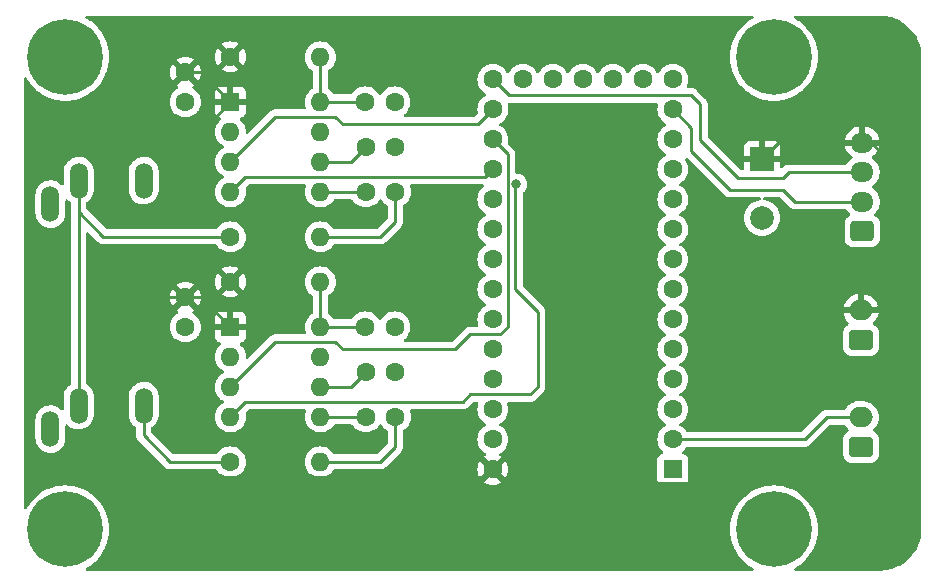
<source format=gtl>
%TF.GenerationSoftware,KiCad,Pcbnew,(6.0.4)*%
%TF.CreationDate,2022-03-22T23:36:16-04:00*%
%TF.ProjectId,larson_vu,6c617273-6f6e-45f7-9675-2e6b69636164,rev?*%
%TF.SameCoordinates,Original*%
%TF.FileFunction,Copper,L1,Top*%
%TF.FilePolarity,Positive*%
%FSLAX46Y46*%
G04 Gerber Fmt 4.6, Leading zero omitted, Abs format (unit mm)*
G04 Created by KiCad (PCBNEW (6.0.4)) date 2022-03-22 23:36:16*
%MOMM*%
%LPD*%
G01*
G04 APERTURE LIST*
G04 Aperture macros list*
%AMRoundRect*
0 Rectangle with rounded corners*
0 $1 Rounding radius*
0 $2 $3 $4 $5 $6 $7 $8 $9 X,Y pos of 4 corners*
0 Add a 4 corners polygon primitive as box body*
4,1,4,$2,$3,$4,$5,$6,$7,$8,$9,$2,$3,0*
0 Add four circle primitives for the rounded corners*
1,1,$1+$1,$2,$3*
1,1,$1+$1,$4,$5*
1,1,$1+$1,$6,$7*
1,1,$1+$1,$8,$9*
0 Add four rect primitives between the rounded corners*
20,1,$1+$1,$2,$3,$4,$5,0*
20,1,$1+$1,$4,$5,$6,$7,0*
20,1,$1+$1,$6,$7,$8,$9,0*
20,1,$1+$1,$8,$9,$2,$3,0*%
G04 Aperture macros list end*
%TA.AperFunction,ComponentPad*%
%ADD10O,1.508000X3.016000*%
%TD*%
%TA.AperFunction,ComponentPad*%
%ADD11C,1.600000*%
%TD*%
%TA.AperFunction,ComponentPad*%
%ADD12RoundRect,0.250000X0.750000X-0.600000X0.750000X0.600000X-0.750000X0.600000X-0.750000X-0.600000X0*%
%TD*%
%TA.AperFunction,ComponentPad*%
%ADD13O,2.000000X1.700000*%
%TD*%
%TA.AperFunction,ComponentPad*%
%ADD14R,1.600000X1.600000*%
%TD*%
%TA.AperFunction,ComponentPad*%
%ADD15O,1.600000X1.600000*%
%TD*%
%TA.AperFunction,ComponentPad*%
%ADD16C,6.400000*%
%TD*%
%TA.AperFunction,ComponentPad*%
%ADD17R,2.000000X2.000000*%
%TD*%
%TA.AperFunction,ComponentPad*%
%ADD18C,2.000000*%
%TD*%
%TA.AperFunction,ComponentPad*%
%ADD19RoundRect,0.250000X0.725000X-0.600000X0.725000X0.600000X-0.725000X0.600000X-0.725000X-0.600000X0*%
%TD*%
%TA.AperFunction,ComponentPad*%
%ADD20O,1.950000X1.700000*%
%TD*%
%TA.AperFunction,ViaPad*%
%ADD21C,0.800000*%
%TD*%
%TA.AperFunction,Conductor*%
%ADD22C,0.250000*%
%TD*%
G04 APERTURE END LIST*
D10*
%TO.P,A2,1*%
%TO.N,GND*%
X38745000Y-71517500D03*
%TO.P,A2,2*%
%TO.N,AUDIO_L*%
X41145000Y-69517500D03*
%TO.P,A2,3*%
%TO.N,AUDIO_R*%
X46645000Y-69517500D03*
%TD*%
D11*
%TO.P,C3,1*%
%TO.N,Net-(C3-Pad1)*%
X67945000Y-51425000D03*
%TO.P,C3,2*%
%TO.N,Net-(C3-Pad2)*%
X65445000Y-51425000D03*
%TD*%
D12*
%TO.P,J2,1,Pin_1*%
%TO.N,GND*%
X107375000Y-73000000D03*
D13*
%TO.P,J2,2,Pin_2*%
%TO.N,RX*%
X107375000Y-70500000D03*
%TD*%
D11*
%TO.P,C6,1*%
%TO.N,Net-(C6-Pad1)*%
X65405000Y-62855000D03*
%TO.P,C6,2*%
%TO.N,GND*%
X67905000Y-62855000D03*
%TD*%
D14*
%TO.P,U1,1,GND*%
%TO.N,GND*%
X91440000Y-74920000D03*
D11*
%TO.P,U1,2,0_RX1_Touch*%
%TO.N,RX*%
X91440000Y-72380000D03*
%TO.P,U1,3,1_TX1_Touch*%
%TO.N,unconnected-(U1-Pad3)*%
X91440000Y-69840000D03*
%TO.P,U1,4,2*%
%TO.N,unconnected-(U1-Pad4)*%
X91440000Y-67300000D03*
%TO.P,U1,5,3_TX_PWM*%
%TO.N,unconnected-(U1-Pad5)*%
X91440000Y-64760000D03*
%TO.P,U1,6,4_RX_PWM*%
%TO.N,unconnected-(U1-Pad6)*%
X91440000Y-62220000D03*
%TO.P,U1,7,5_TX1_PWM*%
%TO.N,unconnected-(U1-Pad7)*%
X91440000Y-59680000D03*
%TO.P,U1,8,6_PWM*%
%TO.N,unconnected-(U1-Pad8)*%
X91440000Y-57140000D03*
%TO.P,U1,9,7_RX3_DOUT*%
%TO.N,unconnected-(U1-Pad9)*%
X91440000Y-54600000D03*
%TO.P,U1,10,8_TX3_DIN*%
%TO.N,unconnected-(U1-Pad10)*%
X91440000Y-52060000D03*
%TO.P,U1,11,9_RX2_CS_PWM*%
%TO.N,unconnected-(U1-Pad11)*%
X91440000Y-49520000D03*
%TO.P,U1,12,10_TX2_CS_PWM*%
%TO.N,unconnected-(U1-Pad12)*%
X91440000Y-46980000D03*
%TO.P,U1,13,11_DOUT*%
%TO.N,LED_DATA*%
X91440000Y-44440000D03*
%TO.P,U1,14,12_DIN*%
%TO.N,unconnected-(U1-Pad14)*%
X91440000Y-41900000D03*
%TO.P,U1,15,VBat*%
%TO.N,unconnected-(U1-Pad15)*%
X88900000Y-41900000D03*
%TO.P,U1,16,3.3V*%
%TO.N,unconnected-(U1-Pad16)*%
X86360000Y-41900000D03*
%TO.P,U1,17,GND*%
%TO.N,GND*%
X83820000Y-41900000D03*
%TO.P,U1,18,Program*%
%TO.N,unconnected-(U1-Pad18)*%
X81280000Y-41900000D03*
%TO.P,U1,19,A14/DAC*%
%TO.N,unconnected-(U1-Pad19)*%
X78740000Y-41900000D03*
%TO.P,U1,20,13_LED_SCK*%
%TO.N,LED_CLOCK*%
X76200000Y-41900000D03*
%TO.P,U1,21,14_A0_SCK*%
%TO.N,A0*%
X76200000Y-44440000D03*
%TO.P,U1,22,15_A1_CS_Touch*%
%TO.N,A1*%
X76200000Y-46980000D03*
%TO.P,U1,23,16_A2_SCL0_Touch*%
%TO.N,STROBE*%
X76200000Y-49520000D03*
%TO.P,U1,24,17_A3_SDA0_Touch*%
%TO.N,RESET*%
X76200000Y-52060000D03*
%TO.P,U1,25,18_A4_SDA0_Touch*%
%TO.N,unconnected-(U1-Pad25)*%
X76200000Y-54600000D03*
%TO.P,U1,26,19_A5_SCL0_Touch*%
%TO.N,unconnected-(U1-Pad26)*%
X76200000Y-57140000D03*
%TO.P,U1,27,20_A6_CS_PWM*%
%TO.N,unconnected-(U1-Pad27)*%
X76200000Y-59680000D03*
%TO.P,U1,28,21_A7_RX1_CS_PWM*%
%TO.N,unconnected-(U1-Pad28)*%
X76200000Y-62220000D03*
%TO.P,U1,29,22_A8_Touch_PWM*%
%TO.N,unconnected-(U1-Pad29)*%
X76200000Y-64760000D03*
%TO.P,U1,30,23_A9_Touch_PWM*%
%TO.N,unconnected-(U1-Pad30)*%
X76200000Y-67300000D03*
%TO.P,U1,31,3.3V*%
%TO.N,unconnected-(U1-Pad31)*%
X76200000Y-69840000D03*
%TO.P,U1,32,AGND*%
%TO.N,GND*%
X76200000Y-72380000D03*
%TO.P,U1,33,Vin*%
%TO.N,+5V*%
X76200000Y-74920000D03*
%TD*%
%TO.P,R2,1*%
%TO.N,AUDIO_R*%
X53975000Y-74285000D03*
D15*
%TO.P,R2,2*%
%TO.N,Net-(C4-Pad1)*%
X61595000Y-74285000D03*
%TD*%
D11*
%TO.P,R4,1*%
%TO.N,+5V*%
X53975000Y-59045000D03*
D15*
%TO.P,R4,2*%
%TO.N,Net-(C6-Pad1)*%
X61595000Y-59045000D03*
%TD*%
D16*
%TO.P,H1,1,1*%
%TO.N,GND*%
X40000000Y-40000000D03*
%TD*%
%TO.P,H4,1,1*%
%TO.N,GND*%
X100000000Y-40000000D03*
%TD*%
D11*
%TO.P,C1,1*%
%TO.N,GND*%
X50165000Y-43805000D03*
%TO.P,C1,2*%
%TO.N,+5V*%
X50165000Y-41305000D03*
%TD*%
%TO.P,R3,1*%
%TO.N,+5V*%
X53975000Y-39995000D03*
D15*
%TO.P,R3,2*%
%TO.N,Net-(C5-Pad1)*%
X61595000Y-39995000D03*
%TD*%
D10*
%TO.P,A1,1*%
%TO.N,GND*%
X38745000Y-52467500D03*
%TO.P,A1,2*%
%TO.N,AUDIO_L*%
X41145000Y-50467500D03*
%TO.P,A1,3*%
%TO.N,AUDIO_R*%
X46645000Y-50467500D03*
%TD*%
D12*
%TO.P,J1,1,Pin_1*%
%TO.N,GND*%
X107375000Y-63950000D03*
D13*
%TO.P,J1,2,Pin_2*%
%TO.N,+5V*%
X107375000Y-61450000D03*
%TD*%
D11*
%TO.P,C4,1*%
%TO.N,Net-(C4-Pad1)*%
X67945000Y-70475000D03*
%TO.P,C4,2*%
%TO.N,Net-(C4-Pad2)*%
X65445000Y-70475000D03*
%TD*%
D16*
%TO.P,H2,1,1*%
%TO.N,GND*%
X100000000Y-80000000D03*
%TD*%
D14*
%TO.P,U2,1,VDD*%
%TO.N,+5V*%
X53985000Y-43815000D03*
D15*
%TO.P,U2,2,VSS*%
%TO.N,GND*%
X53985000Y-46355000D03*
%TO.P,U2,3,OUT*%
%TO.N,A0*%
X53985000Y-48895000D03*
%TO.P,U2,4,STROBE*%
%TO.N,STROBE*%
X53985000Y-51435000D03*
%TO.P,U2,5,IN*%
%TO.N,Net-(C3-Pad2)*%
X61605000Y-51435000D03*
%TO.P,U2,6,GND*%
%TO.N,Net-(C7-Pad2)*%
X61605000Y-48895000D03*
%TO.P,U2,7,RESET*%
%TO.N,RESET*%
X61605000Y-46355000D03*
%TO.P,U2,8,CKIN*%
%TO.N,Net-(C5-Pad1)*%
X61605000Y-43815000D03*
%TD*%
D11*
%TO.P,C7,1*%
%TO.N,GND*%
X67945000Y-47615000D03*
%TO.P,C7,2*%
%TO.N,Net-(C7-Pad2)*%
X65445000Y-47615000D03*
%TD*%
%TO.P,C8,1*%
%TO.N,GND*%
X67945000Y-66665000D03*
%TO.P,C8,2*%
%TO.N,Net-(C8-Pad2)*%
X65445000Y-66665000D03*
%TD*%
D17*
%TO.P,C9,1*%
%TO.N,+5V*%
X99000000Y-48632323D03*
D18*
%TO.P,C9,2*%
%TO.N,GND*%
X99000000Y-53632323D03*
%TD*%
D14*
%TO.P,U3,1,VDD*%
%TO.N,+5V*%
X53985000Y-62865000D03*
D15*
%TO.P,U3,2,VSS*%
%TO.N,GND*%
X53985000Y-65405000D03*
%TO.P,U3,3,OUT*%
%TO.N,A1*%
X53985000Y-67945000D03*
%TO.P,U3,4,STROBE*%
%TO.N,STROBE*%
X53985000Y-70485000D03*
%TO.P,U3,5,IN*%
%TO.N,Net-(C4-Pad2)*%
X61605000Y-70485000D03*
%TO.P,U3,6,GND*%
%TO.N,Net-(C8-Pad2)*%
X61605000Y-67945000D03*
%TO.P,U3,7,RESET*%
%TO.N,RESET*%
X61605000Y-65405000D03*
%TO.P,U3,8,CKIN*%
%TO.N,Net-(C6-Pad1)*%
X61605000Y-62865000D03*
%TD*%
D11*
%TO.P,C2,1*%
%TO.N,GND*%
X50165000Y-62855000D03*
%TO.P,C2,2*%
%TO.N,+5V*%
X50165000Y-60355000D03*
%TD*%
D16*
%TO.P,H3,1,1*%
%TO.N,GND*%
X40000000Y-80000000D03*
%TD*%
D19*
%TO.P,J3,1,Pin_1*%
%TO.N,GND*%
X107475000Y-54750000D03*
D20*
%TO.P,J3,2,Pin_2*%
%TO.N,LED_DATA*%
X107475000Y-52250000D03*
%TO.P,J3,3,Pin_3*%
%TO.N,LED_CLOCK*%
X107475000Y-49750000D03*
%TO.P,J3,4,Pin_4*%
%TO.N,+5V*%
X107475000Y-47250000D03*
%TD*%
D11*
%TO.P,C5,1*%
%TO.N,Net-(C5-Pad1)*%
X65405000Y-43805000D03*
%TO.P,C5,2*%
%TO.N,GND*%
X67905000Y-43805000D03*
%TD*%
%TO.P,R1,1*%
%TO.N,AUDIO_L*%
X53975000Y-55235000D03*
D15*
%TO.P,R1,2*%
%TO.N,Net-(C3-Pad1)*%
X61595000Y-55235000D03*
%TD*%
D21*
%TO.N,STROBE*%
X78194500Y-50790000D03*
%TD*%
D22*
%TO.N,LED_CLOCK*%
X107475000Y-49750000D02*
X101250000Y-49750000D01*
X93750000Y-47000000D02*
X93750000Y-44000000D01*
X93000000Y-43250000D02*
X77550000Y-43250000D01*
X77550000Y-43250000D02*
X76200000Y-41900000D01*
X93750000Y-44000000D02*
X93000000Y-43250000D01*
X97000000Y-50250000D02*
X93750000Y-47000000D01*
X101250000Y-49750000D02*
X100750000Y-50250000D01*
X100750000Y-50250000D02*
X97000000Y-50250000D01*
%TO.N,A0*%
X63500000Y-45710000D02*
X74930000Y-45710000D01*
X74930000Y-45710000D02*
X76200000Y-44440000D01*
X57785000Y-45075000D02*
X62865000Y-45075000D01*
X57785000Y-45095000D02*
X57785000Y-45075000D01*
X53985000Y-48895000D02*
X57785000Y-45095000D01*
X62865000Y-45075000D02*
X63500000Y-45710000D01*
%TO.N,A1*%
X62865000Y-64125000D02*
X63500000Y-64760000D01*
X63500000Y-64760000D02*
X73025000Y-64760000D01*
X53985000Y-67945000D02*
X57785000Y-64145000D01*
X77470000Y-62855000D02*
X77470000Y-48250000D01*
X57785000Y-64145000D02*
X57785000Y-64125000D01*
X73025000Y-64760000D02*
X74295000Y-63490000D01*
X74295000Y-63490000D02*
X76835000Y-63490000D01*
X77470000Y-48250000D02*
X76200000Y-46980000D01*
X57785000Y-64125000D02*
X62865000Y-64125000D01*
X76835000Y-63490000D02*
X77470000Y-62855000D01*
%TO.N,STROBE*%
X55245000Y-50175000D02*
X55245000Y-50155000D01*
X72390000Y-69205000D02*
X73660000Y-69205000D01*
X53985000Y-70485000D02*
X55245000Y-69225000D01*
X55245000Y-69205000D02*
X71120000Y-69205000D01*
X55245000Y-50155000D02*
X75565000Y-50155000D01*
X74295000Y-68570000D02*
X78105000Y-68570000D01*
X75565000Y-50155000D02*
X76200000Y-49520000D01*
X55245000Y-69225000D02*
X55245000Y-69205000D01*
X80010000Y-67935000D02*
X80010000Y-61585000D01*
X78105000Y-59680000D02*
X78105000Y-50879500D01*
X71120000Y-69205000D02*
X72390000Y-69205000D01*
X73660000Y-69205000D02*
X74295000Y-68570000D01*
X78105000Y-50879500D02*
X78194500Y-50790000D01*
X78105000Y-68570000D02*
X79375000Y-68570000D01*
X53985000Y-51435000D02*
X55245000Y-50175000D01*
X80010000Y-61585000D02*
X78105000Y-59680000D01*
X79375000Y-68570000D02*
X80010000Y-67935000D01*
%TO.N,+5V*%
X50165000Y-60355000D02*
X51475000Y-60355000D01*
X52070000Y-45730000D02*
X53985000Y-43815000D01*
X109450000Y-61450000D02*
X110000000Y-62000000D01*
X45085000Y-73650000D02*
X46990000Y-75555000D01*
X55245000Y-53330000D02*
X53340000Y-53330000D01*
X107375000Y-61450000D02*
X109450000Y-61450000D01*
X110000000Y-75000000D02*
X109000000Y-76000000D01*
X53975000Y-59045000D02*
X55880000Y-57140000D01*
X108550000Y-61450000D02*
X110000000Y-60000000D01*
X55880000Y-53965000D02*
X55245000Y-53330000D01*
X52070000Y-52060000D02*
X52070000Y-45730000D01*
X52665000Y-60355000D02*
X53975000Y-59045000D01*
X50165000Y-60355000D02*
X46950000Y-60355000D01*
X108250000Y-47250000D02*
X107475000Y-47250000D01*
X46950000Y-60355000D02*
X45085000Y-62220000D01*
X45085000Y-62220000D02*
X45085000Y-73650000D01*
X77324511Y-76044511D02*
X76200000Y-74920000D01*
X110000000Y-49000000D02*
X108250000Y-47250000D01*
X50165000Y-41305000D02*
X52665000Y-41305000D01*
X100382323Y-47250000D02*
X99000000Y-48632323D01*
X46990000Y-75555000D02*
X75565000Y-75555000D01*
X51475000Y-60355000D02*
X53985000Y-62865000D01*
X53340000Y-53330000D02*
X52070000Y-52060000D01*
X50165000Y-41305000D02*
X51475000Y-41305000D01*
X110000000Y-60000000D02*
X110000000Y-49000000D01*
X50165000Y-60355000D02*
X52665000Y-60355000D01*
X55880000Y-57140000D02*
X55880000Y-53965000D01*
X51475000Y-41305000D02*
X53985000Y-43815000D01*
X75565000Y-75555000D02*
X76200000Y-74920000D01*
X106955489Y-76044511D02*
X77324511Y-76044511D01*
X109000000Y-76000000D02*
X107000000Y-76000000D01*
X110000000Y-62000000D02*
X110000000Y-75000000D01*
X52665000Y-41305000D02*
X53975000Y-39995000D01*
X107475000Y-47250000D02*
X100382323Y-47250000D01*
X107000000Y-76000000D02*
X106955489Y-76044511D01*
X107375000Y-61450000D02*
X108550000Y-61450000D01*
%TO.N,LED_DATA*%
X93000000Y-46000000D02*
X91440000Y-44440000D01*
X93000000Y-48000000D02*
X93000000Y-46000000D01*
X107475000Y-52250000D02*
X101750000Y-52250000D01*
X100750000Y-51250000D02*
X96250000Y-51250000D01*
X96250000Y-51250000D02*
X93000000Y-48000000D01*
X101750000Y-52250000D02*
X100750000Y-51250000D01*
%TO.N,RX*%
X102620000Y-72380000D02*
X104500000Y-70500000D01*
X104500000Y-70500000D02*
X107375000Y-70500000D01*
X91440000Y-72380000D02*
X102620000Y-72380000D01*
%TO.N,AUDIO_L*%
X53975000Y-55235000D02*
X43235000Y-55235000D01*
X41145000Y-49842500D02*
X41145000Y-53145000D01*
X41145000Y-49842500D02*
X41145000Y-68892500D01*
X41145000Y-53145000D02*
X41145000Y-53210000D01*
X43235000Y-55235000D02*
X41145000Y-53145000D01*
%TO.N,AUDIO_R*%
X48895000Y-74285000D02*
X53975000Y-74285000D01*
X46645000Y-72035000D02*
X48895000Y-74285000D01*
X46645000Y-69517500D02*
X46645000Y-72035000D01*
%TO.N,Net-(C3-Pad1)*%
X67945000Y-51425000D02*
X67945000Y-53965000D01*
X66675000Y-55235000D02*
X61595000Y-55235000D01*
X67945000Y-53965000D02*
X66675000Y-55235000D01*
%TO.N,Net-(C4-Pad1)*%
X66675000Y-74285000D02*
X67945000Y-73015000D01*
X61595000Y-74285000D02*
X66675000Y-74285000D01*
X67945000Y-73015000D02*
X67945000Y-70475000D01*
%TO.N,Net-(C5-Pad1)*%
X65395000Y-43815000D02*
X65405000Y-43805000D01*
X61595000Y-43805000D02*
X61605000Y-43815000D01*
X61605000Y-43815000D02*
X65395000Y-43815000D01*
X61595000Y-39995000D02*
X61595000Y-43805000D01*
%TO.N,Net-(C6-Pad1)*%
X61595000Y-59045000D02*
X61595000Y-62855000D01*
X61605000Y-62865000D02*
X65395000Y-62865000D01*
X61595000Y-62855000D02*
X61605000Y-62865000D01*
X65395000Y-62865000D02*
X65405000Y-62855000D01*
%TO.N,Net-(C3-Pad2)*%
X61615000Y-51425000D02*
X61605000Y-51435000D01*
X65445000Y-51425000D02*
X61615000Y-51425000D01*
%TO.N,Net-(C7-Pad2)*%
X64175000Y-48885000D02*
X64135000Y-48885000D01*
X65445000Y-47615000D02*
X64175000Y-48885000D01*
X64135000Y-48885000D02*
X64125000Y-48895000D01*
X64125000Y-48895000D02*
X61605000Y-48895000D01*
%TO.N,Net-(C4-Pad2)*%
X61605000Y-70485000D02*
X65435000Y-70485000D01*
X65435000Y-70485000D02*
X65445000Y-70475000D01*
%TO.N,Net-(C8-Pad2)*%
X64175000Y-67935000D02*
X65445000Y-66665000D01*
X64135000Y-67935000D02*
X64175000Y-67935000D01*
X61605000Y-67945000D02*
X64125000Y-67945000D01*
X64125000Y-67945000D02*
X64135000Y-67935000D01*
%TD*%
%TA.AperFunction,Conductor*%
%TO.N,+5V*%
G36*
X98227076Y-36528502D02*
G01*
X98273569Y-36582158D01*
X98283673Y-36652432D01*
X98254179Y-36717012D01*
X98216158Y-36746767D01*
X98146147Y-36782439D01*
X98146140Y-36782443D01*
X98143206Y-36783938D01*
X97817207Y-36995643D01*
X97515124Y-37240266D01*
X97240266Y-37515124D01*
X96995643Y-37817207D01*
X96783938Y-38143206D01*
X96782443Y-38146140D01*
X96782439Y-38146147D01*
X96608966Y-38486607D01*
X96607468Y-38489547D01*
X96468167Y-38852438D01*
X96367562Y-39227901D01*
X96306754Y-39611824D01*
X96286411Y-40000000D01*
X96306754Y-40388176D01*
X96367562Y-40772099D01*
X96468167Y-41147562D01*
X96469352Y-41150650D01*
X96469353Y-41150652D01*
X96493821Y-41214394D01*
X96607468Y-41510453D01*
X96608966Y-41513393D01*
X96717515Y-41726431D01*
X96783938Y-41856794D01*
X96785734Y-41859560D01*
X96785736Y-41859563D01*
X96894096Y-42026424D01*
X96995643Y-42182793D01*
X96997718Y-42185355D01*
X97208454Y-42445591D01*
X97240266Y-42484876D01*
X97515124Y-42759734D01*
X97517682Y-42761806D01*
X97517686Y-42761809D01*
X97636159Y-42857747D01*
X97817207Y-43004357D01*
X97819970Y-43006152D01*
X97819971Y-43006152D01*
X98127274Y-43205716D01*
X98143205Y-43216062D01*
X98146139Y-43217557D01*
X98146146Y-43217561D01*
X98486607Y-43391034D01*
X98489547Y-43392532D01*
X98852438Y-43531833D01*
X99227901Y-43632438D01*
X99431793Y-43664732D01*
X99608576Y-43692732D01*
X99608584Y-43692733D01*
X99611824Y-43693246D01*
X100000000Y-43713589D01*
X100388176Y-43693246D01*
X100391416Y-43692733D01*
X100391424Y-43692732D01*
X100568207Y-43664732D01*
X100772099Y-43632438D01*
X101147562Y-43531833D01*
X101510453Y-43392532D01*
X101513393Y-43391034D01*
X101853854Y-43217561D01*
X101853861Y-43217557D01*
X101856795Y-43216062D01*
X101872727Y-43205716D01*
X102180029Y-43006152D01*
X102180030Y-43006152D01*
X102182793Y-43004357D01*
X102363841Y-42857747D01*
X102482314Y-42761809D01*
X102482318Y-42761806D01*
X102484876Y-42759734D01*
X102759734Y-42484876D01*
X102791547Y-42445591D01*
X103002282Y-42185355D01*
X103004357Y-42182793D01*
X103105904Y-42026424D01*
X103214264Y-41859563D01*
X103214266Y-41859560D01*
X103216062Y-41856794D01*
X103282486Y-41726431D01*
X103391034Y-41513393D01*
X103392532Y-41510453D01*
X103506179Y-41214394D01*
X103530647Y-41150652D01*
X103530648Y-41150650D01*
X103531833Y-41147562D01*
X103632438Y-40772099D01*
X103693246Y-40388176D01*
X103713589Y-40000000D01*
X103693246Y-39611824D01*
X103632438Y-39227901D01*
X103531833Y-38852438D01*
X103392532Y-38489547D01*
X103391034Y-38486607D01*
X103217561Y-38146147D01*
X103217557Y-38146140D01*
X103216062Y-38143206D01*
X103004357Y-37817207D01*
X102759734Y-37515124D01*
X102484876Y-37240266D01*
X102182793Y-36995643D01*
X102072403Y-36923955D01*
X101859564Y-36785736D01*
X101859561Y-36785734D01*
X101856795Y-36783938D01*
X101853861Y-36782443D01*
X101853854Y-36782439D01*
X101783843Y-36746767D01*
X101732228Y-36698019D01*
X101715162Y-36629104D01*
X101738063Y-36561902D01*
X101793660Y-36517750D01*
X101841046Y-36508500D01*
X108950633Y-36508500D01*
X108970018Y-36510000D01*
X108984852Y-36512310D01*
X108984855Y-36512310D01*
X108993724Y-36513691D01*
X109002627Y-36512527D01*
X109002628Y-36512527D01*
X109013076Y-36511161D01*
X109035594Y-36510249D01*
X109336051Y-36525010D01*
X109348345Y-36526221D01*
X109675034Y-36574680D01*
X109687156Y-36577090D01*
X109707387Y-36582158D01*
X110007523Y-36657339D01*
X110019355Y-36660928D01*
X110330311Y-36772190D01*
X110341735Y-36776922D01*
X110360371Y-36785736D01*
X110640292Y-36918128D01*
X110651188Y-36923953D01*
X110767802Y-36993848D01*
X110934467Y-37093744D01*
X110944748Y-37100614D01*
X111210017Y-37297350D01*
X111219556Y-37305177D01*
X111464282Y-37526985D01*
X111473015Y-37535718D01*
X111694823Y-37780444D01*
X111702650Y-37789983D01*
X111846901Y-37984483D01*
X111899386Y-38055252D01*
X111906256Y-38065533D01*
X112076045Y-38348807D01*
X112081874Y-38359712D01*
X112223078Y-38658265D01*
X112227810Y-38669689D01*
X112339072Y-38980645D01*
X112342661Y-38992477D01*
X112415172Y-39281952D01*
X112422909Y-39312841D01*
X112425320Y-39324966D01*
X112467390Y-39608576D01*
X112473779Y-39651650D01*
X112474990Y-39663949D01*
X112480319Y-39772393D01*
X112489390Y-39957034D01*
X112488042Y-39982598D01*
X112486309Y-39993724D01*
X112488630Y-40011472D01*
X112490436Y-40025283D01*
X112491500Y-40041621D01*
X112491500Y-79950633D01*
X112490000Y-79970018D01*
X112486309Y-79993724D01*
X112487473Y-80002627D01*
X112487473Y-80002628D01*
X112488839Y-80013076D01*
X112489751Y-80035597D01*
X112474991Y-80336045D01*
X112473779Y-80348345D01*
X112467109Y-80393316D01*
X112425321Y-80675031D01*
X112422909Y-80687159D01*
X112342661Y-81007523D01*
X112339072Y-81019355D01*
X112227810Y-81330311D01*
X112223078Y-81341735D01*
X112081874Y-81640288D01*
X112076045Y-81651193D01*
X111906256Y-81934467D01*
X111899386Y-81944748D01*
X111702650Y-82210017D01*
X111694823Y-82219556D01*
X111473020Y-82464277D01*
X111464282Y-82473015D01*
X111219556Y-82694823D01*
X111210017Y-82702650D01*
X111015517Y-82846901D01*
X110944748Y-82899386D01*
X110934467Y-82906256D01*
X110792101Y-82991588D01*
X110651188Y-83076047D01*
X110640292Y-83081872D01*
X110505870Y-83145448D01*
X110341735Y-83223078D01*
X110330311Y-83227810D01*
X110019355Y-83339072D01*
X110007523Y-83342661D01*
X109808429Y-83392532D01*
X109687156Y-83422910D01*
X109675034Y-83425320D01*
X109348345Y-83473779D01*
X109336051Y-83474990D01*
X109042961Y-83489390D01*
X109017402Y-83488042D01*
X109006276Y-83486309D01*
X108974714Y-83490436D01*
X108958379Y-83491500D01*
X101841046Y-83491500D01*
X101772925Y-83471498D01*
X101726432Y-83417842D01*
X101716328Y-83347568D01*
X101745822Y-83282988D01*
X101783843Y-83253233D01*
X101853854Y-83217561D01*
X101853861Y-83217557D01*
X101856795Y-83216062D01*
X102067502Y-83079228D01*
X102180029Y-83006152D01*
X102180030Y-83006152D01*
X102182793Y-83004357D01*
X102484876Y-82759734D01*
X102759734Y-82484876D01*
X103004357Y-82182793D01*
X103216062Y-81856794D01*
X103375711Y-81543467D01*
X103391034Y-81513393D01*
X103392532Y-81510453D01*
X103531833Y-81147562D01*
X103632438Y-80772099D01*
X103693246Y-80388176D01*
X103713589Y-80000000D01*
X103693246Y-79611824D01*
X103632438Y-79227901D01*
X103531833Y-78852438D01*
X103392532Y-78489547D01*
X103288228Y-78284839D01*
X103217561Y-78146147D01*
X103217557Y-78146140D01*
X103216062Y-78143206D01*
X103004357Y-77817207D01*
X102759734Y-77515124D01*
X102484876Y-77240266D01*
X102182793Y-76995643D01*
X101856795Y-76783938D01*
X101853861Y-76782443D01*
X101853854Y-76782439D01*
X101513393Y-76608966D01*
X101510453Y-76607468D01*
X101147562Y-76468167D01*
X100772099Y-76367562D01*
X100568207Y-76335268D01*
X100391424Y-76307268D01*
X100391416Y-76307267D01*
X100388176Y-76306754D01*
X100000000Y-76286411D01*
X99611824Y-76306754D01*
X99608584Y-76307267D01*
X99608576Y-76307268D01*
X99431793Y-76335268D01*
X99227901Y-76367562D01*
X98852438Y-76468167D01*
X98489547Y-76607468D01*
X98486607Y-76608966D01*
X98146147Y-76782439D01*
X98146140Y-76782443D01*
X98143206Y-76783938D01*
X97817207Y-76995643D01*
X97515124Y-77240266D01*
X97240266Y-77515124D01*
X96995643Y-77817207D01*
X96783938Y-78143206D01*
X96782443Y-78146140D01*
X96782439Y-78146147D01*
X96711772Y-78284839D01*
X96607468Y-78489547D01*
X96468167Y-78852438D01*
X96367562Y-79227901D01*
X96306754Y-79611824D01*
X96286411Y-80000000D01*
X96306754Y-80388176D01*
X96367562Y-80772099D01*
X96468167Y-81147562D01*
X96607468Y-81510453D01*
X96608966Y-81513393D01*
X96624290Y-81543467D01*
X96783938Y-81856794D01*
X96995643Y-82182793D01*
X97240266Y-82484876D01*
X97515124Y-82759734D01*
X97817207Y-83004357D01*
X97819970Y-83006152D01*
X97819971Y-83006152D01*
X97932499Y-83079228D01*
X98143205Y-83216062D01*
X98146139Y-83217557D01*
X98146146Y-83217561D01*
X98216157Y-83253233D01*
X98267772Y-83301981D01*
X98284838Y-83370896D01*
X98261937Y-83438098D01*
X98206340Y-83482250D01*
X98158954Y-83491500D01*
X41841046Y-83491500D01*
X41772925Y-83471498D01*
X41726432Y-83417842D01*
X41716328Y-83347568D01*
X41745822Y-83282988D01*
X41783843Y-83253233D01*
X41853854Y-83217561D01*
X41853861Y-83217557D01*
X41856795Y-83216062D01*
X42067502Y-83079228D01*
X42180029Y-83006152D01*
X42180030Y-83006152D01*
X42182793Y-83004357D01*
X42484876Y-82759734D01*
X42759734Y-82484876D01*
X43004357Y-82182793D01*
X43216062Y-81856794D01*
X43375711Y-81543467D01*
X43391034Y-81513393D01*
X43392532Y-81510453D01*
X43531833Y-81147562D01*
X43632438Y-80772099D01*
X43693246Y-80388176D01*
X43713589Y-80000000D01*
X43693246Y-79611824D01*
X43632438Y-79227901D01*
X43531833Y-78852438D01*
X43392532Y-78489547D01*
X43288228Y-78284839D01*
X43217561Y-78146147D01*
X43217557Y-78146140D01*
X43216062Y-78143206D01*
X43004357Y-77817207D01*
X42759734Y-77515124D01*
X42484876Y-77240266D01*
X42182793Y-76995643D01*
X41856795Y-76783938D01*
X41853861Y-76782443D01*
X41853854Y-76782439D01*
X41513393Y-76608966D01*
X41510453Y-76607468D01*
X41147562Y-76468167D01*
X40772099Y-76367562D01*
X40568207Y-76335268D01*
X40391424Y-76307268D01*
X40391416Y-76307267D01*
X40388176Y-76306754D01*
X40000000Y-76286411D01*
X39611824Y-76306754D01*
X39608584Y-76307267D01*
X39608576Y-76307268D01*
X39431793Y-76335268D01*
X39227901Y-76367562D01*
X38852438Y-76468167D01*
X38489547Y-76607468D01*
X38486607Y-76608966D01*
X38146147Y-76782439D01*
X38146140Y-76782443D01*
X38143206Y-76783938D01*
X37817207Y-76995643D01*
X37515124Y-77240266D01*
X37240266Y-77515124D01*
X36995643Y-77817207D01*
X36783938Y-78143206D01*
X36782443Y-78146140D01*
X36782439Y-78146147D01*
X36746767Y-78216158D01*
X36698019Y-78267773D01*
X36629104Y-78284839D01*
X36561902Y-78261938D01*
X36517750Y-78206341D01*
X36508500Y-78158955D01*
X36508500Y-76006062D01*
X75478493Y-76006062D01*
X75487789Y-76018077D01*
X75538994Y-76053931D01*
X75548489Y-76059414D01*
X75745947Y-76151490D01*
X75756239Y-76155236D01*
X75966688Y-76211625D01*
X75977481Y-76213528D01*
X76194525Y-76232517D01*
X76205475Y-76232517D01*
X76422519Y-76213528D01*
X76433312Y-76211625D01*
X76643761Y-76155236D01*
X76654053Y-76151490D01*
X76851511Y-76059414D01*
X76861006Y-76053931D01*
X76913048Y-76017491D01*
X76921424Y-76007012D01*
X76914356Y-75993566D01*
X76212812Y-75292022D01*
X76198868Y-75284408D01*
X76197035Y-75284539D01*
X76190420Y-75288790D01*
X75484923Y-75994287D01*
X75478493Y-76006062D01*
X36508500Y-76006062D01*
X36508500Y-72328677D01*
X37482500Y-72328677D01*
X37482749Y-72331464D01*
X37482749Y-72331470D01*
X37487365Y-72383192D01*
X37497431Y-72495973D01*
X37556899Y-72713351D01*
X37653921Y-72916762D01*
X37785431Y-73099778D01*
X37836715Y-73149476D01*
X37940510Y-73250060D01*
X37947272Y-73256613D01*
X37975592Y-73275643D01*
X38129675Y-73379183D01*
X38129681Y-73379186D01*
X38134328Y-73382309D01*
X38340686Y-73472894D01*
X38346144Y-73474204D01*
X38346143Y-73474204D01*
X38526578Y-73517523D01*
X38559825Y-73525505D01*
X38646897Y-73530526D01*
X38779209Y-73538155D01*
X38779212Y-73538155D01*
X38784816Y-73538478D01*
X39008549Y-73511403D01*
X39223952Y-73445136D01*
X39424216Y-73341773D01*
X39603010Y-73204579D01*
X39606781Y-73200434D01*
X39606785Y-73200431D01*
X39750905Y-73042045D01*
X39754684Y-73037892D01*
X39757669Y-73033134D01*
X39871460Y-72851736D01*
X39871462Y-72851732D01*
X39874443Y-72846980D01*
X39958501Y-72637878D01*
X40004202Y-72417195D01*
X40006440Y-72378387D01*
X40007395Y-72361822D01*
X40007395Y-72361818D01*
X40007500Y-72359999D01*
X40007500Y-71224910D01*
X40027502Y-71156789D01*
X40081158Y-71110296D01*
X40151432Y-71100192D01*
X40221185Y-71134426D01*
X40225391Y-71138502D01*
X40335943Y-71245634D01*
X40347272Y-71256613D01*
X40409989Y-71298757D01*
X40529675Y-71379183D01*
X40529681Y-71379186D01*
X40534328Y-71382309D01*
X40740686Y-71472894D01*
X40800695Y-71487301D01*
X40894214Y-71509753D01*
X40959825Y-71525505D01*
X41046897Y-71530526D01*
X41179209Y-71538155D01*
X41179212Y-71538155D01*
X41184816Y-71538478D01*
X41408549Y-71511403D01*
X41623952Y-71445136D01*
X41824216Y-71341773D01*
X42003010Y-71204579D01*
X42006781Y-71200434D01*
X42006785Y-71200431D01*
X42150905Y-71042045D01*
X42154684Y-71037892D01*
X42181085Y-70995805D01*
X42271460Y-70851736D01*
X42271462Y-70851732D01*
X42274443Y-70846980D01*
X42358501Y-70637878D01*
X42404202Y-70417195D01*
X42407500Y-70359999D01*
X42407500Y-70328677D01*
X45382500Y-70328677D01*
X45382749Y-70331464D01*
X45382749Y-70331470D01*
X45385295Y-70359999D01*
X45397431Y-70495973D01*
X45456899Y-70713351D01*
X45459311Y-70718409D01*
X45459313Y-70718413D01*
X45494781Y-70792773D01*
X45553921Y-70916762D01*
X45685431Y-71099778D01*
X45725391Y-71138502D01*
X45835943Y-71245634D01*
X45847272Y-71256613D01*
X45851929Y-71259742D01*
X45851931Y-71259744D01*
X45955775Y-71329524D01*
X46001161Y-71384120D01*
X46011500Y-71434106D01*
X46011500Y-71956233D01*
X46010973Y-71967416D01*
X46009298Y-71974909D01*
X46009547Y-71982835D01*
X46009547Y-71982836D01*
X46011438Y-72042986D01*
X46011500Y-72046945D01*
X46011500Y-72074856D01*
X46011997Y-72078790D01*
X46011997Y-72078791D01*
X46012005Y-72078856D01*
X46012938Y-72090693D01*
X46014327Y-72134889D01*
X46017729Y-72146598D01*
X46019978Y-72154339D01*
X46023987Y-72173700D01*
X46026526Y-72193797D01*
X46029445Y-72201168D01*
X46029445Y-72201170D01*
X46042804Y-72234912D01*
X46046649Y-72246142D01*
X46056771Y-72280983D01*
X46058982Y-72288593D01*
X46063015Y-72295412D01*
X46063017Y-72295417D01*
X46069293Y-72306028D01*
X46077988Y-72323776D01*
X46085448Y-72342617D01*
X46090110Y-72349033D01*
X46090110Y-72349034D01*
X46111436Y-72378387D01*
X46117952Y-72388307D01*
X46135037Y-72417195D01*
X46140458Y-72426362D01*
X46154779Y-72440683D01*
X46167619Y-72455716D01*
X46179528Y-72472107D01*
X46185634Y-72477158D01*
X46213605Y-72500298D01*
X46222384Y-72508288D01*
X48391343Y-74677247D01*
X48398887Y-74685537D01*
X48403000Y-74692018D01*
X48408777Y-74697443D01*
X48452667Y-74738658D01*
X48455509Y-74741413D01*
X48475231Y-74761135D01*
X48478355Y-74763558D01*
X48478359Y-74763562D01*
X48478424Y-74763612D01*
X48487445Y-74771317D01*
X48519679Y-74801586D01*
X48526627Y-74805405D01*
X48526629Y-74805407D01*
X48537432Y-74811346D01*
X48553959Y-74822202D01*
X48563698Y-74829757D01*
X48563700Y-74829758D01*
X48569960Y-74834614D01*
X48610540Y-74852174D01*
X48621188Y-74857391D01*
X48645976Y-74871018D01*
X48659940Y-74878695D01*
X48667616Y-74880666D01*
X48667619Y-74880667D01*
X48679562Y-74883733D01*
X48698267Y-74890137D01*
X48716855Y-74898181D01*
X48724678Y-74899420D01*
X48724688Y-74899423D01*
X48760524Y-74905099D01*
X48772144Y-74907505D01*
X48803959Y-74915673D01*
X48814970Y-74918500D01*
X48835224Y-74918500D01*
X48854934Y-74920051D01*
X48874943Y-74923220D01*
X48882835Y-74922474D01*
X48901580Y-74920702D01*
X48918962Y-74919059D01*
X48930819Y-74918500D01*
X52755606Y-74918500D01*
X52823727Y-74938502D01*
X52858819Y-74972229D01*
X52968802Y-75129300D01*
X53130700Y-75291198D01*
X53135208Y-75294355D01*
X53135211Y-75294357D01*
X53213389Y-75349098D01*
X53318251Y-75422523D01*
X53323233Y-75424846D01*
X53323238Y-75424849D01*
X53520775Y-75516961D01*
X53525757Y-75519284D01*
X53531065Y-75520706D01*
X53531067Y-75520707D01*
X53741598Y-75577119D01*
X53741600Y-75577119D01*
X53746913Y-75578543D01*
X53975000Y-75598498D01*
X54203087Y-75578543D01*
X54208400Y-75577119D01*
X54208402Y-75577119D01*
X54418933Y-75520707D01*
X54418935Y-75520706D01*
X54424243Y-75519284D01*
X54429225Y-75516961D01*
X54626762Y-75424849D01*
X54626767Y-75424846D01*
X54631749Y-75422523D01*
X54736611Y-75349098D01*
X54814789Y-75294357D01*
X54814792Y-75294355D01*
X54819300Y-75291198D01*
X54981198Y-75129300D01*
X55112523Y-74941749D01*
X55114846Y-74936767D01*
X55114849Y-74936762D01*
X55206961Y-74739225D01*
X55206961Y-74739224D01*
X55209284Y-74734243D01*
X55214067Y-74716395D01*
X55267119Y-74518402D01*
X55267119Y-74518400D01*
X55268543Y-74513087D01*
X55288498Y-74285000D01*
X55268543Y-74056913D01*
X55255888Y-74009684D01*
X55210707Y-73841067D01*
X55210706Y-73841065D01*
X55209284Y-73835757D01*
X55206961Y-73830775D01*
X55114849Y-73633238D01*
X55114846Y-73633233D01*
X55112523Y-73628251D01*
X55002160Y-73470637D01*
X54984357Y-73445211D01*
X54984355Y-73445208D01*
X54981198Y-73440700D01*
X54819300Y-73278802D01*
X54814792Y-73275645D01*
X54814789Y-73275643D01*
X54735021Y-73219789D01*
X54631749Y-73147477D01*
X54626767Y-73145154D01*
X54626762Y-73145151D01*
X54429225Y-73053039D01*
X54429224Y-73053039D01*
X54424243Y-73050716D01*
X54418935Y-73049294D01*
X54418933Y-73049293D01*
X54208402Y-72992881D01*
X54208400Y-72992881D01*
X54203087Y-72991457D01*
X53975000Y-72971502D01*
X53746913Y-72991457D01*
X53741600Y-72992881D01*
X53741598Y-72992881D01*
X53531067Y-73049293D01*
X53531065Y-73049294D01*
X53525757Y-73050716D01*
X53520776Y-73053039D01*
X53520775Y-73053039D01*
X53323238Y-73145151D01*
X53323233Y-73145154D01*
X53318251Y-73147477D01*
X53214979Y-73219789D01*
X53135211Y-73275643D01*
X53135208Y-73275645D01*
X53130700Y-73278802D01*
X52968802Y-73440700D01*
X52965645Y-73445208D01*
X52965643Y-73445211D01*
X52858819Y-73597771D01*
X52803362Y-73642099D01*
X52755606Y-73651500D01*
X49209594Y-73651500D01*
X49141473Y-73631498D01*
X49120499Y-73614595D01*
X47315405Y-71809500D01*
X47281379Y-71747188D01*
X47278500Y-71720405D01*
X47278500Y-71438988D01*
X47298502Y-71370867D01*
X47327796Y-71339026D01*
X47435198Y-71256613D01*
X47503010Y-71204579D01*
X47506781Y-71200434D01*
X47506785Y-71200431D01*
X47650905Y-71042045D01*
X47654684Y-71037892D01*
X47681085Y-70995805D01*
X47771460Y-70851736D01*
X47771462Y-70851732D01*
X47774443Y-70846980D01*
X47858501Y-70637878D01*
X47890160Y-70485000D01*
X52671502Y-70485000D01*
X52691457Y-70713087D01*
X52692881Y-70718400D01*
X52692881Y-70718402D01*
X52746614Y-70918933D01*
X52750716Y-70934243D01*
X52753039Y-70939224D01*
X52753039Y-70939225D01*
X52845151Y-71136762D01*
X52845154Y-71136767D01*
X52847477Y-71141749D01*
X52905707Y-71224910D01*
X52974529Y-71323197D01*
X52978802Y-71329300D01*
X53140700Y-71491198D01*
X53145208Y-71494355D01*
X53145211Y-71494357D01*
X53198690Y-71531803D01*
X53328251Y-71622523D01*
X53333233Y-71624846D01*
X53333238Y-71624849D01*
X53530775Y-71716961D01*
X53535757Y-71719284D01*
X53541065Y-71720706D01*
X53541067Y-71720707D01*
X53751598Y-71777119D01*
X53751600Y-71777119D01*
X53756913Y-71778543D01*
X53985000Y-71798498D01*
X54213087Y-71778543D01*
X54218400Y-71777119D01*
X54218402Y-71777119D01*
X54428933Y-71720707D01*
X54428935Y-71720706D01*
X54434243Y-71719284D01*
X54439225Y-71716961D01*
X54636762Y-71624849D01*
X54636767Y-71624846D01*
X54641749Y-71622523D01*
X54771310Y-71531803D01*
X54824789Y-71494357D01*
X54824792Y-71494355D01*
X54829300Y-71491198D01*
X54991198Y-71329300D01*
X54995472Y-71323197D01*
X55064293Y-71224910D01*
X55122523Y-71141749D01*
X55124846Y-71136767D01*
X55124849Y-71136762D01*
X55216961Y-70939225D01*
X55216961Y-70939224D01*
X55219284Y-70934243D01*
X55223387Y-70918933D01*
X55277119Y-70718402D01*
X55277119Y-70718400D01*
X55278543Y-70713087D01*
X55298498Y-70485000D01*
X55278543Y-70256913D01*
X55277121Y-70251608D01*
X55277119Y-70251594D01*
X55261541Y-70193461D01*
X55263229Y-70122484D01*
X55294152Y-70071752D01*
X55490501Y-69875404D01*
X55552813Y-69841379D01*
X55579596Y-69838500D01*
X60264918Y-69838500D01*
X60333039Y-69858502D01*
X60379532Y-69912158D01*
X60389636Y-69982432D01*
X60379112Y-70017751D01*
X60377705Y-70020770D01*
X60370716Y-70035757D01*
X60369294Y-70041065D01*
X60369293Y-70041067D01*
X60312882Y-70251594D01*
X60311457Y-70256913D01*
X60291502Y-70485000D01*
X60311457Y-70713087D01*
X60312881Y-70718400D01*
X60312881Y-70718402D01*
X60366614Y-70918933D01*
X60370716Y-70934243D01*
X60373039Y-70939224D01*
X60373039Y-70939225D01*
X60465151Y-71136762D01*
X60465154Y-71136767D01*
X60467477Y-71141749D01*
X60525707Y-71224910D01*
X60594529Y-71323197D01*
X60598802Y-71329300D01*
X60760700Y-71491198D01*
X60765208Y-71494355D01*
X60765211Y-71494357D01*
X60818690Y-71531803D01*
X60948251Y-71622523D01*
X60953233Y-71624846D01*
X60953238Y-71624849D01*
X61150775Y-71716961D01*
X61155757Y-71719284D01*
X61161065Y-71720706D01*
X61161067Y-71720707D01*
X61371598Y-71777119D01*
X61371600Y-71777119D01*
X61376913Y-71778543D01*
X61605000Y-71798498D01*
X61833087Y-71778543D01*
X61838400Y-71777119D01*
X61838402Y-71777119D01*
X62048933Y-71720707D01*
X62048935Y-71720706D01*
X62054243Y-71719284D01*
X62059225Y-71716961D01*
X62256762Y-71624849D01*
X62256767Y-71624846D01*
X62261749Y-71622523D01*
X62391310Y-71531803D01*
X62444789Y-71494357D01*
X62444792Y-71494355D01*
X62449300Y-71491198D01*
X62611198Y-71329300D01*
X62614357Y-71324789D01*
X62721181Y-71172229D01*
X62776638Y-71127901D01*
X62824394Y-71118500D01*
X64232608Y-71118500D01*
X64300729Y-71138502D01*
X64335821Y-71172229D01*
X64430432Y-71307347D01*
X64438802Y-71319300D01*
X64600700Y-71481198D01*
X64605208Y-71484355D01*
X64605211Y-71484357D01*
X64645389Y-71512490D01*
X64788251Y-71612523D01*
X64793233Y-71614846D01*
X64793238Y-71614849D01*
X64990775Y-71706961D01*
X64995757Y-71709284D01*
X65001065Y-71710706D01*
X65001067Y-71710707D01*
X65211598Y-71767119D01*
X65211600Y-71767119D01*
X65216913Y-71768543D01*
X65445000Y-71788498D01*
X65673087Y-71768543D01*
X65678400Y-71767119D01*
X65678402Y-71767119D01*
X65888933Y-71710707D01*
X65888935Y-71710706D01*
X65894243Y-71709284D01*
X65899225Y-71706961D01*
X66096762Y-71614849D01*
X66096767Y-71614846D01*
X66101749Y-71612523D01*
X66244611Y-71512490D01*
X66284789Y-71484357D01*
X66284792Y-71484355D01*
X66289300Y-71481198D01*
X66451198Y-71319300D01*
X66462390Y-71303317D01*
X66550643Y-71177278D01*
X66582523Y-71131749D01*
X66584846Y-71126767D01*
X66585882Y-71124973D01*
X66637266Y-71075981D01*
X66706979Y-71062546D01*
X66772890Y-71088934D01*
X66804118Y-71124973D01*
X66805154Y-71126767D01*
X66807477Y-71131749D01*
X66839357Y-71177278D01*
X66927611Y-71303317D01*
X66938802Y-71319300D01*
X67100700Y-71481198D01*
X67105208Y-71484355D01*
X67105211Y-71484357D01*
X67257771Y-71591181D01*
X67302099Y-71646638D01*
X67311500Y-71694394D01*
X67311500Y-72700405D01*
X67291498Y-72768526D01*
X67274595Y-72789500D01*
X66449500Y-73614595D01*
X66387188Y-73648621D01*
X66360405Y-73651500D01*
X62814394Y-73651500D01*
X62746273Y-73631498D01*
X62711181Y-73597771D01*
X62604357Y-73445211D01*
X62604355Y-73445208D01*
X62601198Y-73440700D01*
X62439300Y-73278802D01*
X62434792Y-73275645D01*
X62434789Y-73275643D01*
X62355021Y-73219789D01*
X62251749Y-73147477D01*
X62246767Y-73145154D01*
X62246762Y-73145151D01*
X62049225Y-73053039D01*
X62049224Y-73053039D01*
X62044243Y-73050716D01*
X62038935Y-73049294D01*
X62038933Y-73049293D01*
X61828402Y-72992881D01*
X61828400Y-72992881D01*
X61823087Y-72991457D01*
X61595000Y-72971502D01*
X61366913Y-72991457D01*
X61361600Y-72992881D01*
X61361598Y-72992881D01*
X61151067Y-73049293D01*
X61151065Y-73049294D01*
X61145757Y-73050716D01*
X61140776Y-73053039D01*
X61140775Y-73053039D01*
X60943238Y-73145151D01*
X60943233Y-73145154D01*
X60938251Y-73147477D01*
X60834979Y-73219789D01*
X60755211Y-73275643D01*
X60755208Y-73275645D01*
X60750700Y-73278802D01*
X60588802Y-73440700D01*
X60585645Y-73445208D01*
X60585643Y-73445211D01*
X60567840Y-73470637D01*
X60457477Y-73628251D01*
X60455154Y-73633233D01*
X60455151Y-73633238D01*
X60363039Y-73830775D01*
X60360716Y-73835757D01*
X60359294Y-73841065D01*
X60359293Y-73841067D01*
X60314112Y-74009684D01*
X60301457Y-74056913D01*
X60281502Y-74285000D01*
X60301457Y-74513087D01*
X60302881Y-74518400D01*
X60302881Y-74518402D01*
X60355934Y-74716395D01*
X60360716Y-74734243D01*
X60363039Y-74739224D01*
X60363039Y-74739225D01*
X60455151Y-74936762D01*
X60455154Y-74936767D01*
X60457477Y-74941749D01*
X60588802Y-75129300D01*
X60750700Y-75291198D01*
X60755208Y-75294355D01*
X60755211Y-75294357D01*
X60833389Y-75349098D01*
X60938251Y-75422523D01*
X60943233Y-75424846D01*
X60943238Y-75424849D01*
X61140775Y-75516961D01*
X61145757Y-75519284D01*
X61151065Y-75520706D01*
X61151067Y-75520707D01*
X61361598Y-75577119D01*
X61361600Y-75577119D01*
X61366913Y-75578543D01*
X61595000Y-75598498D01*
X61823087Y-75578543D01*
X61828400Y-75577119D01*
X61828402Y-75577119D01*
X62038933Y-75520707D01*
X62038935Y-75520706D01*
X62044243Y-75519284D01*
X62049225Y-75516961D01*
X62246762Y-75424849D01*
X62246767Y-75424846D01*
X62251749Y-75422523D01*
X62356611Y-75349098D01*
X62434789Y-75294357D01*
X62434792Y-75294355D01*
X62439300Y-75291198D01*
X62601198Y-75129300D01*
X62711181Y-74972229D01*
X62766638Y-74927901D01*
X62778962Y-74925475D01*
X74887483Y-74925475D01*
X74906472Y-75142519D01*
X74908375Y-75153312D01*
X74964764Y-75363761D01*
X74968510Y-75374053D01*
X75060586Y-75571511D01*
X75066069Y-75581006D01*
X75102509Y-75633048D01*
X75112988Y-75641424D01*
X75126434Y-75634356D01*
X75827978Y-74932812D01*
X75834356Y-74921132D01*
X76564408Y-74921132D01*
X76564539Y-74922965D01*
X76568790Y-74929580D01*
X77274287Y-75635077D01*
X77286062Y-75641507D01*
X77298077Y-75632211D01*
X77333931Y-75581006D01*
X77339414Y-75571511D01*
X77431490Y-75374053D01*
X77435236Y-75363761D01*
X77491625Y-75153312D01*
X77493528Y-75142519D01*
X77512517Y-74925475D01*
X77512517Y-74914525D01*
X77493528Y-74697481D01*
X77491625Y-74686688D01*
X77435236Y-74476239D01*
X77431490Y-74465947D01*
X77339414Y-74268489D01*
X77333931Y-74258994D01*
X77297491Y-74206952D01*
X77287012Y-74198576D01*
X77273566Y-74205644D01*
X76572022Y-74907188D01*
X76564408Y-74921132D01*
X75834356Y-74921132D01*
X75835592Y-74918868D01*
X75835461Y-74917035D01*
X75831210Y-74910420D01*
X75125713Y-74204923D01*
X75113938Y-74198493D01*
X75101923Y-74207789D01*
X75066069Y-74258994D01*
X75060586Y-74268489D01*
X74968510Y-74465947D01*
X74964764Y-74476239D01*
X74908375Y-74686688D01*
X74906472Y-74697481D01*
X74887483Y-74914525D01*
X74887483Y-74925475D01*
X62778962Y-74925475D01*
X62814394Y-74918500D01*
X66596233Y-74918500D01*
X66607416Y-74919027D01*
X66614909Y-74920702D01*
X66622835Y-74920453D01*
X66622836Y-74920453D01*
X66682986Y-74918562D01*
X66686945Y-74918500D01*
X66714856Y-74918500D01*
X66718791Y-74918003D01*
X66718856Y-74917995D01*
X66730693Y-74917062D01*
X66762951Y-74916048D01*
X66766970Y-74915922D01*
X66774889Y-74915673D01*
X66794343Y-74910021D01*
X66813700Y-74906013D01*
X66825930Y-74904468D01*
X66825931Y-74904468D01*
X66833797Y-74903474D01*
X66841168Y-74900555D01*
X66841170Y-74900555D01*
X66874912Y-74887196D01*
X66886142Y-74883351D01*
X66920983Y-74873229D01*
X66920984Y-74873229D01*
X66928593Y-74871018D01*
X66935412Y-74866985D01*
X66935417Y-74866983D01*
X66946028Y-74860707D01*
X66963776Y-74852012D01*
X66982617Y-74844552D01*
X67018387Y-74818564D01*
X67028307Y-74812048D01*
X67059535Y-74793580D01*
X67059538Y-74793578D01*
X67066362Y-74789542D01*
X67080683Y-74775221D01*
X67095717Y-74762380D01*
X67097431Y-74761135D01*
X67112107Y-74750472D01*
X67140298Y-74716395D01*
X67148288Y-74707616D01*
X68337247Y-73518657D01*
X68345537Y-73511113D01*
X68352018Y-73507000D01*
X68398659Y-73457332D01*
X68401413Y-73454491D01*
X68421134Y-73434770D01*
X68423612Y-73431575D01*
X68431318Y-73422553D01*
X68456158Y-73396101D01*
X68461586Y-73390321D01*
X68471346Y-73372568D01*
X68482199Y-73356045D01*
X68489753Y-73346306D01*
X68494613Y-73340041D01*
X68512176Y-73299457D01*
X68517383Y-73288827D01*
X68538695Y-73250060D01*
X68540666Y-73242383D01*
X68540668Y-73242378D01*
X68543732Y-73230442D01*
X68550138Y-73211730D01*
X68555033Y-73200419D01*
X68558181Y-73193145D01*
X68559421Y-73185317D01*
X68559423Y-73185310D01*
X68565099Y-73149476D01*
X68567505Y-73137856D01*
X68576528Y-73102711D01*
X68576528Y-73102710D01*
X68578500Y-73095030D01*
X68578500Y-73074776D01*
X68580051Y-73055065D01*
X68581980Y-73042886D01*
X68583220Y-73035057D01*
X68579059Y-72991038D01*
X68578500Y-72979181D01*
X68578500Y-71694394D01*
X68598502Y-71626273D01*
X68632229Y-71591181D01*
X68784789Y-71484357D01*
X68784792Y-71484355D01*
X68789300Y-71481198D01*
X68951198Y-71319300D01*
X68962390Y-71303317D01*
X69018810Y-71222740D01*
X69082523Y-71131749D01*
X69084846Y-71126767D01*
X69084849Y-71126762D01*
X69176961Y-70929225D01*
X69176961Y-70929224D01*
X69179284Y-70924243D01*
X69198713Y-70851736D01*
X69237119Y-70708402D01*
X69237119Y-70708400D01*
X69238543Y-70703087D01*
X69258498Y-70475000D01*
X69238543Y-70246913D01*
X69237119Y-70241598D01*
X69180707Y-70031067D01*
X69180706Y-70031065D01*
X69179284Y-70025757D01*
X69175552Y-70017753D01*
X69175331Y-70016296D01*
X69175078Y-70015602D01*
X69175218Y-70015551D01*
X69164889Y-69947562D01*
X69193867Y-69882748D01*
X69253285Y-69843890D01*
X69289745Y-69838500D01*
X73581233Y-69838500D01*
X73592416Y-69839027D01*
X73599909Y-69840702D01*
X73607835Y-69840453D01*
X73607836Y-69840453D01*
X73667986Y-69838562D01*
X73671945Y-69838500D01*
X73699856Y-69838500D01*
X73703791Y-69838003D01*
X73703856Y-69837995D01*
X73715693Y-69837062D01*
X73747951Y-69836048D01*
X73751970Y-69835922D01*
X73759889Y-69835673D01*
X73779343Y-69830021D01*
X73798700Y-69826013D01*
X73810930Y-69824468D01*
X73810931Y-69824468D01*
X73818797Y-69823474D01*
X73826168Y-69820555D01*
X73826170Y-69820555D01*
X73859912Y-69807196D01*
X73871142Y-69803351D01*
X73905983Y-69793229D01*
X73905984Y-69793229D01*
X73913593Y-69791018D01*
X73920412Y-69786985D01*
X73920417Y-69786983D01*
X73931028Y-69780707D01*
X73948776Y-69772012D01*
X73967617Y-69764552D01*
X74003387Y-69738564D01*
X74013307Y-69732048D01*
X74044535Y-69713580D01*
X74044538Y-69713578D01*
X74051362Y-69709542D01*
X74065683Y-69695221D01*
X74080717Y-69682380D01*
X74090694Y-69675131D01*
X74097107Y-69670472D01*
X74125298Y-69636395D01*
X74133288Y-69627616D01*
X74520499Y-69240405D01*
X74582811Y-69206379D01*
X74609594Y-69203500D01*
X74855255Y-69203500D01*
X74923376Y-69223502D01*
X74969869Y-69277158D01*
X74979973Y-69347432D01*
X74969448Y-69382753D01*
X74965716Y-69390757D01*
X74964294Y-69396065D01*
X74964293Y-69396067D01*
X74909420Y-69600854D01*
X74906457Y-69611913D01*
X74886502Y-69840000D01*
X74906457Y-70068087D01*
X74907881Y-70073400D01*
X74907881Y-70073402D01*
X74958522Y-70262393D01*
X74965716Y-70289243D01*
X74968039Y-70294224D01*
X74968039Y-70294225D01*
X75060151Y-70491762D01*
X75060154Y-70491767D01*
X75062477Y-70496749D01*
X75105992Y-70558895D01*
X75187291Y-70675001D01*
X75193802Y-70684300D01*
X75355700Y-70846198D01*
X75360208Y-70849355D01*
X75360211Y-70849357D01*
X75363609Y-70851736D01*
X75543251Y-70977523D01*
X75548233Y-70979846D01*
X75548238Y-70979849D01*
X75582457Y-70995805D01*
X75635742Y-71042722D01*
X75655203Y-71110999D01*
X75634661Y-71178959D01*
X75582457Y-71224195D01*
X75548238Y-71240151D01*
X75548233Y-71240154D01*
X75543251Y-71242477D01*
X75462875Y-71298757D01*
X75360211Y-71370643D01*
X75360208Y-71370645D01*
X75355700Y-71373802D01*
X75193802Y-71535700D01*
X75062477Y-71723251D01*
X75060154Y-71728233D01*
X75060151Y-71728238D01*
X74970509Y-71920479D01*
X74965716Y-71930757D01*
X74964294Y-71936065D01*
X74964293Y-71936067D01*
X74908980Y-72142497D01*
X74906457Y-72151913D01*
X74886502Y-72380000D01*
X74906457Y-72608087D01*
X74907881Y-72613400D01*
X74907881Y-72613402D01*
X74960934Y-72811395D01*
X74965716Y-72829243D01*
X74968039Y-72834224D01*
X74968039Y-72834225D01*
X75060151Y-73031762D01*
X75060154Y-73031767D01*
X75062477Y-73036749D01*
X75089104Y-73074776D01*
X75177089Y-73200431D01*
X75193802Y-73224300D01*
X75355700Y-73386198D01*
X75360208Y-73389355D01*
X75360211Y-73389357D01*
X75374711Y-73399510D01*
X75543251Y-73517523D01*
X75548233Y-73519846D01*
X75548238Y-73519849D01*
X75583049Y-73536081D01*
X75636334Y-73582998D01*
X75655795Y-73651275D01*
X75635253Y-73719235D01*
X75583049Y-73764471D01*
X75548489Y-73780586D01*
X75538994Y-73786069D01*
X75486952Y-73822509D01*
X75478576Y-73832988D01*
X75485644Y-73846434D01*
X76187188Y-74547978D01*
X76201132Y-74555592D01*
X76202965Y-74555461D01*
X76209580Y-74551210D01*
X76915077Y-73845713D01*
X76921507Y-73833938D01*
X76912211Y-73821923D01*
X76861006Y-73786069D01*
X76851511Y-73780586D01*
X76816951Y-73764471D01*
X76763666Y-73717554D01*
X76744205Y-73649277D01*
X76764747Y-73581317D01*
X76816951Y-73536081D01*
X76851762Y-73519849D01*
X76851767Y-73519846D01*
X76856749Y-73517523D01*
X77025289Y-73399510D01*
X77039789Y-73389357D01*
X77039792Y-73389355D01*
X77044300Y-73386198D01*
X77206198Y-73224300D01*
X77222912Y-73200431D01*
X77310896Y-73074776D01*
X77337523Y-73036749D01*
X77339846Y-73031767D01*
X77339849Y-73031762D01*
X77431961Y-72834225D01*
X77431961Y-72834224D01*
X77434284Y-72829243D01*
X77439067Y-72811395D01*
X77492119Y-72613402D01*
X77492119Y-72613400D01*
X77493543Y-72608087D01*
X77513498Y-72380000D01*
X77493543Y-72151913D01*
X77491020Y-72142497D01*
X77435707Y-71936067D01*
X77435706Y-71936065D01*
X77434284Y-71930757D01*
X77429491Y-71920479D01*
X77339849Y-71728238D01*
X77339846Y-71728233D01*
X77337523Y-71723251D01*
X77206198Y-71535700D01*
X77044300Y-71373802D01*
X77039792Y-71370645D01*
X77039789Y-71370643D01*
X76937125Y-71298757D01*
X76856749Y-71242477D01*
X76851767Y-71240154D01*
X76851762Y-71240151D01*
X76817543Y-71224195D01*
X76764258Y-71177278D01*
X76744797Y-71109001D01*
X76765339Y-71041041D01*
X76817543Y-70995805D01*
X76851762Y-70979849D01*
X76851767Y-70979846D01*
X76856749Y-70977523D01*
X77036391Y-70851736D01*
X77039789Y-70849357D01*
X77039792Y-70849355D01*
X77044300Y-70846198D01*
X77206198Y-70684300D01*
X77212710Y-70675001D01*
X77294008Y-70558895D01*
X77337523Y-70496749D01*
X77339846Y-70491767D01*
X77339849Y-70491762D01*
X77431961Y-70294225D01*
X77431961Y-70294224D01*
X77434284Y-70289243D01*
X77441479Y-70262393D01*
X77492119Y-70073402D01*
X77492119Y-70073400D01*
X77493543Y-70068087D01*
X77513498Y-69840000D01*
X77493543Y-69611913D01*
X77490580Y-69600854D01*
X77435707Y-69396067D01*
X77435706Y-69396065D01*
X77434284Y-69390757D01*
X77430552Y-69382753D01*
X77430331Y-69381296D01*
X77430078Y-69380602D01*
X77430218Y-69380551D01*
X77419889Y-69312562D01*
X77448867Y-69247748D01*
X77508285Y-69208890D01*
X77544745Y-69203500D01*
X79296233Y-69203500D01*
X79307416Y-69204027D01*
X79314909Y-69205702D01*
X79322835Y-69205453D01*
X79322836Y-69205453D01*
X79382986Y-69203562D01*
X79386945Y-69203500D01*
X79414856Y-69203500D01*
X79418791Y-69203003D01*
X79418856Y-69202995D01*
X79430693Y-69202062D01*
X79462951Y-69201048D01*
X79466970Y-69200922D01*
X79474889Y-69200673D01*
X79494343Y-69195021D01*
X79513700Y-69191013D01*
X79525930Y-69189468D01*
X79525931Y-69189468D01*
X79533797Y-69188474D01*
X79541168Y-69185555D01*
X79541170Y-69185555D01*
X79574912Y-69172196D01*
X79586142Y-69168351D01*
X79620983Y-69158229D01*
X79620984Y-69158229D01*
X79628593Y-69156018D01*
X79635412Y-69151985D01*
X79635417Y-69151983D01*
X79646028Y-69145707D01*
X79663776Y-69137012D01*
X79682617Y-69129552D01*
X79718387Y-69103564D01*
X79728307Y-69097048D01*
X79759535Y-69078580D01*
X79759538Y-69078578D01*
X79766362Y-69074542D01*
X79780683Y-69060221D01*
X79795717Y-69047380D01*
X79805694Y-69040131D01*
X79812107Y-69035472D01*
X79840298Y-69001395D01*
X79848288Y-68992616D01*
X80402247Y-68438657D01*
X80410537Y-68431113D01*
X80417018Y-68427000D01*
X80463659Y-68377332D01*
X80466413Y-68374491D01*
X80486135Y-68354769D01*
X80488612Y-68351576D01*
X80496317Y-68342555D01*
X80510867Y-68327060D01*
X80526586Y-68310321D01*
X80530995Y-68302301D01*
X80536346Y-68292568D01*
X80547202Y-68276041D01*
X80554757Y-68266302D01*
X80554758Y-68266300D01*
X80559614Y-68260040D01*
X80577174Y-68219460D01*
X80582391Y-68208812D01*
X80599875Y-68177009D01*
X80599876Y-68177007D01*
X80603695Y-68170060D01*
X80608733Y-68150437D01*
X80615137Y-68131734D01*
X80620033Y-68120420D01*
X80620033Y-68120419D01*
X80623181Y-68113145D01*
X80624420Y-68105322D01*
X80624423Y-68105312D01*
X80630099Y-68069476D01*
X80632505Y-68057856D01*
X80641528Y-68022711D01*
X80641528Y-68022710D01*
X80643500Y-68015030D01*
X80643500Y-67994776D01*
X80645051Y-67975065D01*
X80646980Y-67962886D01*
X80648220Y-67955057D01*
X80644059Y-67911038D01*
X80643500Y-67899181D01*
X80643500Y-61663767D01*
X80644027Y-61652584D01*
X80645702Y-61645091D01*
X80643562Y-61577000D01*
X80643500Y-61573043D01*
X80643500Y-61545144D01*
X80642996Y-61541153D01*
X80642063Y-61529311D01*
X80640923Y-61493036D01*
X80640674Y-61485111D01*
X80638462Y-61477497D01*
X80638461Y-61477492D01*
X80635023Y-61465659D01*
X80631012Y-61446295D01*
X80629467Y-61434064D01*
X80628474Y-61426203D01*
X80625557Y-61418836D01*
X80625556Y-61418831D01*
X80612198Y-61385092D01*
X80608354Y-61373865D01*
X80598230Y-61339022D01*
X80596018Y-61331407D01*
X80585707Y-61313972D01*
X80577012Y-61296224D01*
X80569552Y-61277383D01*
X80543564Y-61241613D01*
X80537048Y-61231693D01*
X80518580Y-61200465D01*
X80518578Y-61200462D01*
X80514542Y-61193638D01*
X80500221Y-61179317D01*
X80487380Y-61164283D01*
X80480131Y-61154306D01*
X80475472Y-61147893D01*
X80441395Y-61119702D01*
X80432616Y-61111712D01*
X78775405Y-59454500D01*
X78741379Y-59392188D01*
X78738500Y-59365405D01*
X78738500Y-51581928D01*
X78758502Y-51513807D01*
X78790438Y-51479993D01*
X78805753Y-51468866D01*
X78836246Y-51435000D01*
X78929121Y-51331852D01*
X78929122Y-51331851D01*
X78933540Y-51326944D01*
X79029027Y-51161556D01*
X79088042Y-50979928D01*
X79090992Y-50951866D01*
X79107314Y-50796565D01*
X79108004Y-50790000D01*
X79104250Y-50754284D01*
X79088732Y-50606635D01*
X79088732Y-50606633D01*
X79088042Y-50600072D01*
X79029027Y-50418444D01*
X78933540Y-50253056D01*
X78805753Y-50111134D01*
X78697555Y-50032523D01*
X78656594Y-50002763D01*
X78656593Y-50002762D01*
X78651252Y-49998882D01*
X78645224Y-49996198D01*
X78645222Y-49996197D01*
X78482819Y-49923891D01*
X78482818Y-49923891D01*
X78476788Y-49921206D01*
X78382658Y-49901198D01*
X78296444Y-49882872D01*
X78296439Y-49882872D01*
X78289987Y-49881500D01*
X78229500Y-49881500D01*
X78161379Y-49861498D01*
X78114886Y-49807842D01*
X78103500Y-49755500D01*
X78103500Y-48328767D01*
X78104027Y-48317584D01*
X78105702Y-48310091D01*
X78104639Y-48276257D01*
X78103562Y-48242014D01*
X78103500Y-48238055D01*
X78103500Y-48210144D01*
X78102995Y-48206144D01*
X78102062Y-48194301D01*
X78100922Y-48158029D01*
X78100673Y-48150110D01*
X78095022Y-48130658D01*
X78091014Y-48111306D01*
X78089467Y-48099063D01*
X78088474Y-48091203D01*
X78085556Y-48083832D01*
X78072200Y-48050097D01*
X78068355Y-48038870D01*
X78067171Y-48034796D01*
X78056018Y-47996407D01*
X78051984Y-47989585D01*
X78051981Y-47989579D01*
X78045706Y-47978968D01*
X78037010Y-47961218D01*
X78032472Y-47949756D01*
X78032469Y-47949751D01*
X78029552Y-47942383D01*
X78003573Y-47906625D01*
X77997057Y-47896707D01*
X77978575Y-47865457D01*
X77974542Y-47858637D01*
X77960218Y-47844313D01*
X77947376Y-47829278D01*
X77946591Y-47828197D01*
X77935472Y-47812893D01*
X77901406Y-47784711D01*
X77892627Y-47776722D01*
X77509152Y-47393247D01*
X77475126Y-47330935D01*
X77476540Y-47271541D01*
X77493543Y-47208087D01*
X77513498Y-46980000D01*
X77493543Y-46751913D01*
X77490977Y-46742335D01*
X77435707Y-46536067D01*
X77435706Y-46536065D01*
X77434284Y-46530757D01*
X77430720Y-46523114D01*
X77339849Y-46328238D01*
X77339846Y-46328233D01*
X77337523Y-46323251D01*
X77240613Y-46184850D01*
X77209357Y-46140211D01*
X77209355Y-46140208D01*
X77206198Y-46135700D01*
X77044300Y-45973802D01*
X77039792Y-45970645D01*
X77039789Y-45970643D01*
X76940000Y-45900770D01*
X76856749Y-45842477D01*
X76851767Y-45840154D01*
X76851762Y-45840151D01*
X76817543Y-45824195D01*
X76764258Y-45777278D01*
X76744797Y-45709001D01*
X76765339Y-45641041D01*
X76817543Y-45595805D01*
X76851762Y-45579849D01*
X76851767Y-45579846D01*
X76856749Y-45577523D01*
X76961611Y-45504098D01*
X77039789Y-45449357D01*
X77039792Y-45449355D01*
X77044300Y-45446198D01*
X77206198Y-45284300D01*
X77213387Y-45274034D01*
X77322294Y-45118498D01*
X77337523Y-45096749D01*
X77339846Y-45091767D01*
X77339849Y-45091762D01*
X77431961Y-44894225D01*
X77431961Y-44894224D01*
X77434284Y-44889243D01*
X77456241Y-44807301D01*
X77492119Y-44673402D01*
X77492120Y-44673398D01*
X77493543Y-44668087D01*
X77513498Y-44440000D01*
X77493543Y-44211913D01*
X77448441Y-44043591D01*
X77450131Y-43972616D01*
X77489925Y-43913820D01*
X77558293Y-43885540D01*
X77563356Y-43885062D01*
X77573964Y-43884059D01*
X77585819Y-43883500D01*
X90070249Y-43883500D01*
X90138370Y-43903502D01*
X90184863Y-43957158D01*
X90194967Y-44027432D01*
X90191958Y-44042102D01*
X90146457Y-44211913D01*
X90126502Y-44440000D01*
X90146457Y-44668087D01*
X90147880Y-44673398D01*
X90147881Y-44673402D01*
X90183760Y-44807301D01*
X90205716Y-44889243D01*
X90208039Y-44894224D01*
X90208039Y-44894225D01*
X90300151Y-45091762D01*
X90300154Y-45091767D01*
X90302477Y-45096749D01*
X90317706Y-45118498D01*
X90426614Y-45274034D01*
X90433802Y-45284300D01*
X90595700Y-45446198D01*
X90600208Y-45449355D01*
X90600211Y-45449357D01*
X90678389Y-45504098D01*
X90783251Y-45577523D01*
X90788233Y-45579846D01*
X90788238Y-45579849D01*
X90822457Y-45595805D01*
X90875742Y-45642722D01*
X90895203Y-45710999D01*
X90874661Y-45778959D01*
X90822457Y-45824195D01*
X90788238Y-45840151D01*
X90788233Y-45840154D01*
X90783251Y-45842477D01*
X90700000Y-45900770D01*
X90600211Y-45970643D01*
X90600208Y-45970645D01*
X90595700Y-45973802D01*
X90433802Y-46135700D01*
X90430645Y-46140208D01*
X90430643Y-46140211D01*
X90399387Y-46184850D01*
X90302477Y-46323251D01*
X90300154Y-46328233D01*
X90300151Y-46328238D01*
X90209280Y-46523114D01*
X90205716Y-46530757D01*
X90204294Y-46536065D01*
X90204293Y-46536067D01*
X90149023Y-46742335D01*
X90146457Y-46751913D01*
X90126502Y-46980000D01*
X90146457Y-47208087D01*
X90147880Y-47213398D01*
X90147881Y-47213402D01*
X90194374Y-47386913D01*
X90205716Y-47429243D01*
X90208039Y-47434224D01*
X90208039Y-47434225D01*
X90300151Y-47631762D01*
X90300154Y-47631767D01*
X90302477Y-47636749D01*
X90305634Y-47641257D01*
X90425815Y-47812893D01*
X90433802Y-47824300D01*
X90595700Y-47986198D01*
X90600208Y-47989355D01*
X90600211Y-47989357D01*
X90655752Y-48028247D01*
X90783251Y-48117523D01*
X90788233Y-48119846D01*
X90788238Y-48119849D01*
X90822457Y-48135805D01*
X90875742Y-48182722D01*
X90895203Y-48250999D01*
X90874661Y-48318959D01*
X90822457Y-48364195D01*
X90788238Y-48380151D01*
X90788233Y-48380154D01*
X90783251Y-48382477D01*
X90699993Y-48440775D01*
X90600211Y-48510643D01*
X90600208Y-48510645D01*
X90595700Y-48513802D01*
X90433802Y-48675700D01*
X90430645Y-48680208D01*
X90430643Y-48680211D01*
X90396910Y-48728387D01*
X90302477Y-48863251D01*
X90300154Y-48868233D01*
X90300151Y-48868238D01*
X90216511Y-49047606D01*
X90205716Y-49070757D01*
X90204294Y-49076065D01*
X90204293Y-49076067D01*
X90150437Y-49277060D01*
X90146457Y-49291913D01*
X90126502Y-49520000D01*
X90146457Y-49748087D01*
X90147881Y-49753400D01*
X90147881Y-49753402D01*
X90176846Y-49861498D01*
X90205716Y-49969243D01*
X90208039Y-49974224D01*
X90208039Y-49974225D01*
X90300151Y-50171762D01*
X90300154Y-50171767D01*
X90302477Y-50176749D01*
X90433802Y-50364300D01*
X90595700Y-50526198D01*
X90600208Y-50529355D01*
X90600211Y-50529357D01*
X90627917Y-50548757D01*
X90783251Y-50657523D01*
X90788233Y-50659846D01*
X90788238Y-50659849D01*
X90822457Y-50675805D01*
X90875742Y-50722722D01*
X90895203Y-50790999D01*
X90874661Y-50858959D01*
X90822457Y-50904195D01*
X90788238Y-50920151D01*
X90788233Y-50920154D01*
X90783251Y-50922477D01*
X90701203Y-50979928D01*
X90600211Y-51050643D01*
X90600208Y-51050645D01*
X90595700Y-51053802D01*
X90433802Y-51215700D01*
X90430645Y-51220208D01*
X90430643Y-51220211D01*
X90391667Y-51275875D01*
X90302477Y-51403251D01*
X90300154Y-51408233D01*
X90300151Y-51408238D01*
X90213953Y-51593092D01*
X90205716Y-51610757D01*
X90204294Y-51616065D01*
X90204293Y-51616067D01*
X90154543Y-51801736D01*
X90146457Y-51831913D01*
X90126502Y-52060000D01*
X90146457Y-52288087D01*
X90147881Y-52293400D01*
X90147881Y-52293402D01*
X90183760Y-52427301D01*
X90205716Y-52509243D01*
X90208039Y-52514224D01*
X90208039Y-52514225D01*
X90300151Y-52711762D01*
X90300154Y-52711767D01*
X90302477Y-52716749D01*
X90347552Y-52781122D01*
X90422543Y-52888220D01*
X90433802Y-52904300D01*
X90595700Y-53066198D01*
X90600208Y-53069355D01*
X90600211Y-53069357D01*
X90622422Y-53084909D01*
X90783251Y-53197523D01*
X90788233Y-53199846D01*
X90788238Y-53199849D01*
X90822457Y-53215805D01*
X90875742Y-53262722D01*
X90895203Y-53330999D01*
X90874661Y-53398959D01*
X90822457Y-53444195D01*
X90788238Y-53460151D01*
X90788233Y-53460154D01*
X90783251Y-53462477D01*
X90678389Y-53535902D01*
X90600211Y-53590643D01*
X90600208Y-53590645D01*
X90595700Y-53593802D01*
X90433802Y-53755700D01*
X90302477Y-53943251D01*
X90300154Y-53948233D01*
X90300151Y-53948238D01*
X90208039Y-54145775D01*
X90205716Y-54150757D01*
X90204294Y-54156065D01*
X90204293Y-54156067D01*
X90157069Y-54332309D01*
X90146457Y-54371913D01*
X90126502Y-54600000D01*
X90146457Y-54828087D01*
X90147881Y-54833400D01*
X90147881Y-54833402D01*
X90194374Y-55006913D01*
X90205716Y-55049243D01*
X90208039Y-55054224D01*
X90208039Y-55054225D01*
X90300151Y-55251762D01*
X90300154Y-55251767D01*
X90302477Y-55256749D01*
X90433802Y-55444300D01*
X90595700Y-55606198D01*
X90600208Y-55609355D01*
X90600211Y-55609357D01*
X90646856Y-55642018D01*
X90783251Y-55737523D01*
X90788233Y-55739846D01*
X90788238Y-55739849D01*
X90822457Y-55755805D01*
X90875742Y-55802722D01*
X90895203Y-55870999D01*
X90874661Y-55938959D01*
X90822457Y-55984195D01*
X90788238Y-56000151D01*
X90788233Y-56000154D01*
X90783251Y-56002477D01*
X90724139Y-56043868D01*
X90600211Y-56130643D01*
X90600208Y-56130645D01*
X90595700Y-56133802D01*
X90433802Y-56295700D01*
X90302477Y-56483251D01*
X90300154Y-56488233D01*
X90300151Y-56488238D01*
X90272275Y-56548019D01*
X90205716Y-56690757D01*
X90146457Y-56911913D01*
X90126502Y-57140000D01*
X90146457Y-57368087D01*
X90205716Y-57589243D01*
X90208039Y-57594224D01*
X90208039Y-57594225D01*
X90300151Y-57791762D01*
X90300154Y-57791767D01*
X90302477Y-57796749D01*
X90375902Y-57901611D01*
X90408041Y-57947509D01*
X90433802Y-57984300D01*
X90595700Y-58146198D01*
X90600208Y-58149355D01*
X90600211Y-58149357D01*
X90667971Y-58196803D01*
X90783251Y-58277523D01*
X90788233Y-58279846D01*
X90788238Y-58279849D01*
X90822457Y-58295805D01*
X90875742Y-58342722D01*
X90895203Y-58410999D01*
X90874661Y-58478959D01*
X90822457Y-58524195D01*
X90788238Y-58540151D01*
X90788233Y-58540154D01*
X90783251Y-58542477D01*
X90678389Y-58615902D01*
X90600211Y-58670643D01*
X90600208Y-58670645D01*
X90595700Y-58673802D01*
X90433802Y-58835700D01*
X90302477Y-59023251D01*
X90300154Y-59028233D01*
X90300151Y-59028238D01*
X90208039Y-59225775D01*
X90205716Y-59230757D01*
X90204294Y-59236065D01*
X90204293Y-59236067D01*
X90147881Y-59446598D01*
X90146457Y-59451913D01*
X90126502Y-59680000D01*
X90146457Y-59908087D01*
X90147881Y-59913400D01*
X90147881Y-59913402D01*
X90203692Y-60121688D01*
X90205716Y-60129243D01*
X90208039Y-60134224D01*
X90208039Y-60134225D01*
X90300151Y-60331762D01*
X90300154Y-60331767D01*
X90302477Y-60336749D01*
X90433802Y-60524300D01*
X90595700Y-60686198D01*
X90600208Y-60689355D01*
X90600211Y-60689357D01*
X90654721Y-60727525D01*
X90783251Y-60817523D01*
X90788233Y-60819846D01*
X90788238Y-60819849D01*
X90822457Y-60835805D01*
X90875742Y-60882722D01*
X90895203Y-60950999D01*
X90874661Y-61018959D01*
X90822457Y-61064195D01*
X90788238Y-61080151D01*
X90788233Y-61080154D01*
X90783251Y-61082477D01*
X90697041Y-61142842D01*
X90600211Y-61210643D01*
X90600208Y-61210645D01*
X90595700Y-61213802D01*
X90433802Y-61375700D01*
X90430645Y-61380208D01*
X90430643Y-61380211D01*
X90403601Y-61418831D01*
X90302477Y-61563251D01*
X90300154Y-61568233D01*
X90300151Y-61568238D01*
X90212681Y-61755821D01*
X90205716Y-61770757D01*
X90204294Y-61776065D01*
X90204293Y-61776067D01*
X90154298Y-61962649D01*
X90146457Y-61991913D01*
X90126502Y-62220000D01*
X90146457Y-62448087D01*
X90147881Y-62453400D01*
X90147881Y-62453402D01*
X90202673Y-62657885D01*
X90205716Y-62669243D01*
X90208039Y-62674224D01*
X90208039Y-62674225D01*
X90300151Y-62871762D01*
X90300154Y-62871767D01*
X90302477Y-62876749D01*
X90337734Y-62927101D01*
X90407868Y-63027262D01*
X90433802Y-63064300D01*
X90595700Y-63226198D01*
X90600208Y-63229355D01*
X90600211Y-63229357D01*
X90601588Y-63230321D01*
X90783251Y-63357523D01*
X90788233Y-63359846D01*
X90788238Y-63359849D01*
X90822457Y-63375805D01*
X90875742Y-63422722D01*
X90895203Y-63490999D01*
X90874661Y-63558959D01*
X90822457Y-63604195D01*
X90788238Y-63620151D01*
X90788233Y-63620154D01*
X90783251Y-63622477D01*
X90679979Y-63694789D01*
X90600211Y-63750643D01*
X90600208Y-63750645D01*
X90595700Y-63753802D01*
X90433802Y-63915700D01*
X90430645Y-63920208D01*
X90430643Y-63920211D01*
X90407863Y-63952744D01*
X90302477Y-64103251D01*
X90300154Y-64108233D01*
X90300151Y-64108238D01*
X90224774Y-64269887D01*
X90205716Y-64310757D01*
X90146457Y-64531913D01*
X90126502Y-64760000D01*
X90146457Y-64988087D01*
X90147881Y-64993400D01*
X90147881Y-64993402D01*
X90200934Y-65191395D01*
X90205716Y-65209243D01*
X90208039Y-65214224D01*
X90208039Y-65214225D01*
X90300151Y-65411762D01*
X90300154Y-65411767D01*
X90302477Y-65416749D01*
X90433802Y-65604300D01*
X90595700Y-65766198D01*
X90600208Y-65769355D01*
X90600211Y-65769357D01*
X90644514Y-65800378D01*
X90783251Y-65897523D01*
X90788233Y-65899846D01*
X90788238Y-65899849D01*
X90822457Y-65915805D01*
X90875742Y-65962722D01*
X90895203Y-66030999D01*
X90874661Y-66098959D01*
X90822457Y-66144195D01*
X90788238Y-66160151D01*
X90788233Y-66160154D01*
X90783251Y-66162477D01*
X90699576Y-66221067D01*
X90600211Y-66290643D01*
X90600208Y-66290645D01*
X90595700Y-66293802D01*
X90433802Y-66455700D01*
X90302477Y-66643251D01*
X90300154Y-66648233D01*
X90300151Y-66648238D01*
X90208039Y-66845775D01*
X90205716Y-66850757D01*
X90204294Y-66856065D01*
X90204293Y-66856067D01*
X90192949Y-66898402D01*
X90146457Y-67071913D01*
X90126502Y-67300000D01*
X90146457Y-67528087D01*
X90147881Y-67533400D01*
X90147881Y-67533402D01*
X90198522Y-67722393D01*
X90205716Y-67749243D01*
X90208039Y-67754224D01*
X90208039Y-67754225D01*
X90300151Y-67951762D01*
X90300154Y-67951767D01*
X90302477Y-67956749D01*
X90334857Y-68002992D01*
X90419098Y-68123300D01*
X90433802Y-68144300D01*
X90595700Y-68306198D01*
X90600208Y-68309355D01*
X90600211Y-68309357D01*
X90601588Y-68310321D01*
X90783251Y-68437523D01*
X90788233Y-68439846D01*
X90788238Y-68439849D01*
X90822457Y-68455805D01*
X90875742Y-68502722D01*
X90895203Y-68570999D01*
X90874661Y-68638959D01*
X90822457Y-68684195D01*
X90788238Y-68700151D01*
X90788233Y-68700154D01*
X90783251Y-68702477D01*
X90773757Y-68709125D01*
X90600211Y-68830643D01*
X90600208Y-68830645D01*
X90595700Y-68833802D01*
X90433802Y-68995700D01*
X90302477Y-69183251D01*
X90300154Y-69188233D01*
X90300151Y-69188238D01*
X90213653Y-69373735D01*
X90205716Y-69390757D01*
X90204294Y-69396065D01*
X90204293Y-69396067D01*
X90149420Y-69600854D01*
X90146457Y-69611913D01*
X90126502Y-69840000D01*
X90146457Y-70068087D01*
X90147881Y-70073400D01*
X90147881Y-70073402D01*
X90198522Y-70262393D01*
X90205716Y-70289243D01*
X90208039Y-70294224D01*
X90208039Y-70294225D01*
X90300151Y-70491762D01*
X90300154Y-70491767D01*
X90302477Y-70496749D01*
X90345992Y-70558895D01*
X90427291Y-70675001D01*
X90433802Y-70684300D01*
X90595700Y-70846198D01*
X90600208Y-70849355D01*
X90600211Y-70849357D01*
X90603609Y-70851736D01*
X90783251Y-70977523D01*
X90788233Y-70979846D01*
X90788238Y-70979849D01*
X90822457Y-70995805D01*
X90875742Y-71042722D01*
X90895203Y-71110999D01*
X90874661Y-71178959D01*
X90822457Y-71224195D01*
X90788238Y-71240151D01*
X90788233Y-71240154D01*
X90783251Y-71242477D01*
X90702875Y-71298757D01*
X90600211Y-71370643D01*
X90600208Y-71370645D01*
X90595700Y-71373802D01*
X90433802Y-71535700D01*
X90302477Y-71723251D01*
X90300154Y-71728233D01*
X90300151Y-71728238D01*
X90210509Y-71920479D01*
X90205716Y-71930757D01*
X90204294Y-71936065D01*
X90204293Y-71936067D01*
X90148980Y-72142497D01*
X90146457Y-72151913D01*
X90126502Y-72380000D01*
X90146457Y-72608087D01*
X90147881Y-72613400D01*
X90147881Y-72613402D01*
X90200934Y-72811395D01*
X90205716Y-72829243D01*
X90208039Y-72834224D01*
X90208039Y-72834225D01*
X90300151Y-73031762D01*
X90300154Y-73031767D01*
X90302477Y-73036749D01*
X90329104Y-73074776D01*
X90417089Y-73200431D01*
X90433802Y-73224300D01*
X90595700Y-73386198D01*
X90600211Y-73389357D01*
X90604424Y-73392892D01*
X90603473Y-73394026D01*
X90643471Y-73444071D01*
X90650776Y-73514690D01*
X90618742Y-73578049D01*
X90557538Y-73614030D01*
X90540483Y-73617082D01*
X90529684Y-73618255D01*
X90393295Y-73669385D01*
X90276739Y-73756739D01*
X90189385Y-73873295D01*
X90138255Y-74009684D01*
X90131500Y-74071866D01*
X90131500Y-75768134D01*
X90138255Y-75830316D01*
X90189385Y-75966705D01*
X90276739Y-76083261D01*
X90393295Y-76170615D01*
X90529684Y-76221745D01*
X90591866Y-76228500D01*
X92288134Y-76228500D01*
X92350316Y-76221745D01*
X92486705Y-76170615D01*
X92603261Y-76083261D01*
X92690615Y-75966705D01*
X92741745Y-75830316D01*
X92748500Y-75768134D01*
X92748500Y-74071866D01*
X92741745Y-74009684D01*
X92690615Y-73873295D01*
X92603261Y-73756739D01*
X92486705Y-73669385D01*
X92350316Y-73618255D01*
X92339526Y-73617083D01*
X92337394Y-73616197D01*
X92334778Y-73615575D01*
X92334879Y-73615152D01*
X92273965Y-73589845D01*
X92233537Y-73531483D01*
X92231078Y-73460529D01*
X92267371Y-73399510D01*
X92276031Y-73392511D01*
X92279793Y-73389354D01*
X92284300Y-73386198D01*
X92446198Y-73224300D01*
X92460007Y-73204579D01*
X92556181Y-73067229D01*
X92611638Y-73022901D01*
X92659394Y-73013500D01*
X102541233Y-73013500D01*
X102552416Y-73014027D01*
X102559909Y-73015702D01*
X102567835Y-73015453D01*
X102567836Y-73015453D01*
X102627986Y-73013562D01*
X102631945Y-73013500D01*
X102659856Y-73013500D01*
X102663791Y-73013003D01*
X102663856Y-73012995D01*
X102675693Y-73012062D01*
X102707951Y-73011048D01*
X102711970Y-73010922D01*
X102719889Y-73010673D01*
X102739343Y-73005021D01*
X102758700Y-73001013D01*
X102770930Y-72999468D01*
X102770931Y-72999468D01*
X102778797Y-72998474D01*
X102786168Y-72995555D01*
X102786170Y-72995555D01*
X102819912Y-72982196D01*
X102831142Y-72978351D01*
X102865983Y-72968229D01*
X102865984Y-72968229D01*
X102873593Y-72966018D01*
X102880412Y-72961985D01*
X102880417Y-72961983D01*
X102891028Y-72955707D01*
X102908776Y-72947012D01*
X102927617Y-72939552D01*
X102952719Y-72921315D01*
X102963387Y-72913564D01*
X102973307Y-72907048D01*
X103004535Y-72888580D01*
X103004538Y-72888578D01*
X103011362Y-72884542D01*
X103025683Y-72870221D01*
X103040717Y-72857380D01*
X103050694Y-72850131D01*
X103057107Y-72845472D01*
X103085298Y-72811395D01*
X103093288Y-72802616D01*
X104725499Y-71170405D01*
X104787811Y-71136379D01*
X104814594Y-71133500D01*
X105949404Y-71133500D01*
X106017525Y-71153502D01*
X106057122Y-71194133D01*
X106123377Y-71303317D01*
X106126874Y-71307347D01*
X106247872Y-71446785D01*
X106274477Y-71477445D01*
X106310120Y-71506670D01*
X106350114Y-71565329D01*
X106352046Y-71636299D01*
X106315302Y-71697048D01*
X106296532Y-71711248D01*
X106171698Y-71788498D01*
X106150652Y-71801522D01*
X106025695Y-71926697D01*
X106021855Y-71932927D01*
X106021854Y-71932928D01*
X105936812Y-72070892D01*
X105932885Y-72077262D01*
X105877203Y-72245139D01*
X105866500Y-72349600D01*
X105866500Y-73650400D01*
X105866837Y-73653646D01*
X105866837Y-73653650D01*
X105873468Y-73717554D01*
X105877474Y-73756166D01*
X105879655Y-73762702D01*
X105879655Y-73762704D01*
X105903104Y-73832988D01*
X105933450Y-73923946D01*
X106026522Y-74074348D01*
X106151697Y-74199305D01*
X106157927Y-74203145D01*
X106157928Y-74203146D01*
X106295090Y-74287694D01*
X106302262Y-74292115D01*
X106382005Y-74318564D01*
X106463611Y-74345632D01*
X106463613Y-74345632D01*
X106470139Y-74347797D01*
X106476975Y-74348497D01*
X106476978Y-74348498D01*
X106520031Y-74352909D01*
X106574600Y-74358500D01*
X108175400Y-74358500D01*
X108178646Y-74358163D01*
X108178650Y-74358163D01*
X108274308Y-74348238D01*
X108274312Y-74348237D01*
X108281166Y-74347526D01*
X108287702Y-74345345D01*
X108287704Y-74345345D01*
X108419806Y-74301272D01*
X108448946Y-74291550D01*
X108599348Y-74198478D01*
X108724305Y-74073303D01*
X108758678Y-74017540D01*
X108813275Y-73928968D01*
X108813276Y-73928966D01*
X108817115Y-73922738D01*
X108845965Y-73835757D01*
X108870632Y-73761389D01*
X108870632Y-73761387D01*
X108872797Y-73754861D01*
X108876620Y-73717554D01*
X108883172Y-73653598D01*
X108883500Y-73650400D01*
X108883500Y-72349600D01*
X108883163Y-72346350D01*
X108873238Y-72250692D01*
X108873237Y-72250688D01*
X108872526Y-72243834D01*
X108869550Y-72234912D01*
X108818868Y-72083002D01*
X108816550Y-72076054D01*
X108723478Y-71925652D01*
X108598303Y-71800695D01*
X108452660Y-71710919D01*
X108405168Y-71658148D01*
X108393744Y-71588076D01*
X108422018Y-71522952D01*
X108431805Y-71512490D01*
X108542278Y-71407103D01*
X108546135Y-71403424D01*
X108568175Y-71373802D01*
X108667614Y-71240151D01*
X108683754Y-71218458D01*
X108689075Y-71207994D01*
X108739405Y-71109001D01*
X108788240Y-71012949D01*
X108793564Y-70995805D01*
X108855024Y-70797871D01*
X108856607Y-70792773D01*
X108857308Y-70787484D01*
X108886198Y-70569511D01*
X108886198Y-70569506D01*
X108886898Y-70564226D01*
X108878249Y-70333842D01*
X108858895Y-70241598D01*
X108832002Y-70113428D01*
X108830907Y-70108209D01*
X108817068Y-70073167D01*
X108748185Y-69898744D01*
X108748184Y-69898742D01*
X108746224Y-69893779D01*
X108740560Y-69884444D01*
X108629390Y-69701243D01*
X108626623Y-69696683D01*
X108598580Y-69664366D01*
X108479023Y-69526588D01*
X108479021Y-69526586D01*
X108475523Y-69522555D01*
X108418310Y-69475643D01*
X108301373Y-69379760D01*
X108301367Y-69379756D01*
X108297245Y-69376376D01*
X108292609Y-69373737D01*
X108292606Y-69373735D01*
X108101529Y-69264968D01*
X108096886Y-69262325D01*
X107880175Y-69183663D01*
X107874926Y-69182714D01*
X107874923Y-69182713D01*
X107657392Y-69143377D01*
X107657385Y-69143376D01*
X107653308Y-69142639D01*
X107635586Y-69141803D01*
X107630644Y-69141570D01*
X107630637Y-69141570D01*
X107629156Y-69141500D01*
X107167110Y-69141500D01*
X107100191Y-69147178D01*
X107000591Y-69155629D01*
X107000587Y-69155630D01*
X106995280Y-69156080D01*
X106990125Y-69157418D01*
X106990119Y-69157419D01*
X106777297Y-69212657D01*
X106777293Y-69212658D01*
X106772128Y-69213999D01*
X106767262Y-69216191D01*
X106767259Y-69216192D01*
X106658980Y-69264968D01*
X106561925Y-69308688D01*
X106370681Y-69437441D01*
X106366824Y-69441120D01*
X106366822Y-69441122D01*
X106308748Y-69496522D01*
X106203865Y-69596576D01*
X106200682Y-69600854D01*
X106177637Y-69631827D01*
X106066246Y-69781542D01*
X106063830Y-69786294D01*
X106063825Y-69786302D01*
X106058078Y-69797606D01*
X106009375Y-69849263D01*
X105945762Y-69866500D01*
X104578763Y-69866500D01*
X104567579Y-69865973D01*
X104560091Y-69864299D01*
X104552168Y-69864548D01*
X104492033Y-69866438D01*
X104488075Y-69866500D01*
X104460144Y-69866500D01*
X104456229Y-69866995D01*
X104456225Y-69866995D01*
X104456167Y-69867003D01*
X104456138Y-69867006D01*
X104444296Y-69867939D01*
X104400110Y-69869327D01*
X104382744Y-69874372D01*
X104380658Y-69874978D01*
X104361306Y-69878986D01*
X104349068Y-69880532D01*
X104349066Y-69880533D01*
X104341203Y-69881526D01*
X104300086Y-69897806D01*
X104288885Y-69901641D01*
X104246406Y-69913982D01*
X104239587Y-69918015D01*
X104239582Y-69918017D01*
X104228971Y-69924293D01*
X104211221Y-69932990D01*
X104192383Y-69940448D01*
X104185967Y-69945109D01*
X104185966Y-69945110D01*
X104156625Y-69966428D01*
X104146701Y-69972947D01*
X104115460Y-69991422D01*
X104115455Y-69991426D01*
X104108637Y-69995458D01*
X104094313Y-70009782D01*
X104079281Y-70022621D01*
X104062893Y-70034528D01*
X104039664Y-70062607D01*
X104034712Y-70068593D01*
X104026722Y-70077373D01*
X102394500Y-71709595D01*
X102332188Y-71743621D01*
X102305405Y-71746500D01*
X92659394Y-71746500D01*
X92591273Y-71726498D01*
X92556181Y-71692771D01*
X92449357Y-71540211D01*
X92449355Y-71540208D01*
X92446198Y-71535700D01*
X92284300Y-71373802D01*
X92279792Y-71370645D01*
X92279789Y-71370643D01*
X92177125Y-71298757D01*
X92096749Y-71242477D01*
X92091767Y-71240154D01*
X92091762Y-71240151D01*
X92057543Y-71224195D01*
X92004258Y-71177278D01*
X91984797Y-71109001D01*
X92005339Y-71041041D01*
X92057543Y-70995805D01*
X92091762Y-70979849D01*
X92091767Y-70979846D01*
X92096749Y-70977523D01*
X92276391Y-70851736D01*
X92279789Y-70849357D01*
X92279792Y-70849355D01*
X92284300Y-70846198D01*
X92446198Y-70684300D01*
X92452710Y-70675001D01*
X92534008Y-70558895D01*
X92577523Y-70496749D01*
X92579846Y-70491767D01*
X92579849Y-70491762D01*
X92671961Y-70294225D01*
X92671961Y-70294224D01*
X92674284Y-70289243D01*
X92681479Y-70262393D01*
X92732119Y-70073402D01*
X92732119Y-70073400D01*
X92733543Y-70068087D01*
X92753498Y-69840000D01*
X92733543Y-69611913D01*
X92730580Y-69600854D01*
X92675707Y-69396067D01*
X92675706Y-69396065D01*
X92674284Y-69390757D01*
X92666347Y-69373735D01*
X92579849Y-69188238D01*
X92579846Y-69188233D01*
X92577523Y-69183251D01*
X92446198Y-68995700D01*
X92284300Y-68833802D01*
X92279792Y-68830645D01*
X92279789Y-68830643D01*
X92106243Y-68709125D01*
X92096749Y-68702477D01*
X92091767Y-68700154D01*
X92091762Y-68700151D01*
X92057543Y-68684195D01*
X92004258Y-68637278D01*
X91984797Y-68569001D01*
X92005339Y-68501041D01*
X92057543Y-68455805D01*
X92091762Y-68439849D01*
X92091767Y-68439846D01*
X92096749Y-68437523D01*
X92278412Y-68310321D01*
X92279789Y-68309357D01*
X92279792Y-68309355D01*
X92284300Y-68306198D01*
X92446198Y-68144300D01*
X92460903Y-68123300D01*
X92545143Y-68002992D01*
X92577523Y-67956749D01*
X92579846Y-67951767D01*
X92579849Y-67951762D01*
X92671961Y-67754225D01*
X92671961Y-67754224D01*
X92674284Y-67749243D01*
X92681479Y-67722393D01*
X92732119Y-67533402D01*
X92732119Y-67533400D01*
X92733543Y-67528087D01*
X92753498Y-67300000D01*
X92733543Y-67071913D01*
X92687051Y-66898402D01*
X92675707Y-66856067D01*
X92675706Y-66856065D01*
X92674284Y-66850757D01*
X92671961Y-66845775D01*
X92579849Y-66648238D01*
X92579846Y-66648233D01*
X92577523Y-66643251D01*
X92446198Y-66455700D01*
X92284300Y-66293802D01*
X92279792Y-66290645D01*
X92279789Y-66290643D01*
X92180424Y-66221067D01*
X92096749Y-66162477D01*
X92091767Y-66160154D01*
X92091762Y-66160151D01*
X92057543Y-66144195D01*
X92004258Y-66097278D01*
X91984797Y-66029001D01*
X92005339Y-65961041D01*
X92057543Y-65915805D01*
X92091762Y-65899849D01*
X92091767Y-65899846D01*
X92096749Y-65897523D01*
X92235486Y-65800378D01*
X92279789Y-65769357D01*
X92279792Y-65769355D01*
X92284300Y-65766198D01*
X92446198Y-65604300D01*
X92577523Y-65416749D01*
X92579846Y-65411767D01*
X92579849Y-65411762D01*
X92671961Y-65214225D01*
X92671961Y-65214224D01*
X92674284Y-65209243D01*
X92679067Y-65191395D01*
X92732119Y-64993402D01*
X92732119Y-64993400D01*
X92733543Y-64988087D01*
X92753498Y-64760000D01*
X92739535Y-64600400D01*
X105866500Y-64600400D01*
X105877474Y-64706166D01*
X105879655Y-64712702D01*
X105879655Y-64712704D01*
X105919508Y-64832158D01*
X105933450Y-64873946D01*
X106026522Y-65024348D01*
X106151697Y-65149305D01*
X106157927Y-65153145D01*
X106157928Y-65153146D01*
X106295090Y-65237694D01*
X106302262Y-65242115D01*
X106311663Y-65245233D01*
X106463611Y-65295632D01*
X106463613Y-65295632D01*
X106470139Y-65297797D01*
X106476975Y-65298497D01*
X106476978Y-65298498D01*
X106520031Y-65302909D01*
X106574600Y-65308500D01*
X108175400Y-65308500D01*
X108178646Y-65308163D01*
X108178650Y-65308163D01*
X108274308Y-65298238D01*
X108274312Y-65298237D01*
X108281166Y-65297526D01*
X108287702Y-65295345D01*
X108287704Y-65295345D01*
X108437907Y-65245233D01*
X108448946Y-65241550D01*
X108599348Y-65148478D01*
X108724305Y-65023303D01*
X108746013Y-64988087D01*
X108813275Y-64878968D01*
X108813276Y-64878966D01*
X108817115Y-64872738D01*
X108858405Y-64748251D01*
X108870632Y-64711389D01*
X108870632Y-64711387D01*
X108872797Y-64704861D01*
X108883500Y-64600400D01*
X108883500Y-63299600D01*
X108882970Y-63294491D01*
X108873238Y-63200692D01*
X108873237Y-63200688D01*
X108872526Y-63193834D01*
X108865499Y-63172770D01*
X108818868Y-63033002D01*
X108816550Y-63026054D01*
X108723478Y-62875652D01*
X108598303Y-62750695D01*
X108452220Y-62660647D01*
X108404727Y-62607876D01*
X108393303Y-62537804D01*
X108421577Y-62472680D01*
X108431364Y-62462218D01*
X108541906Y-62356766D01*
X108548941Y-62348814D01*
X108680141Y-62172475D01*
X108685745Y-62163438D01*
X108785357Y-61967516D01*
X108789357Y-61957665D01*
X108854534Y-61747760D01*
X108856817Y-61737376D01*
X108858861Y-61721957D01*
X108856665Y-61707793D01*
X108843478Y-61704000D01*
X105908808Y-61704000D01*
X105895277Y-61707973D01*
X105893752Y-61718580D01*
X105918477Y-61836421D01*
X105921537Y-61846617D01*
X106002263Y-62051029D01*
X106006994Y-62060561D01*
X106121016Y-62248462D01*
X106127280Y-62257052D01*
X106271327Y-62423052D01*
X106278956Y-62430470D01*
X106310569Y-62456391D01*
X106350564Y-62515051D01*
X106352496Y-62586021D01*
X106315752Y-62646770D01*
X106296983Y-62660969D01*
X106150652Y-62751522D01*
X106025695Y-62876697D01*
X106021855Y-62882927D01*
X106021854Y-62882928D01*
X105937442Y-63019870D01*
X105932885Y-63027262D01*
X105930581Y-63034209D01*
X105899203Y-63128812D01*
X105877203Y-63195139D01*
X105876503Y-63201975D01*
X105876502Y-63201978D01*
X105875417Y-63212568D01*
X105866500Y-63299600D01*
X105866500Y-64600400D01*
X92739535Y-64600400D01*
X92733543Y-64531913D01*
X92674284Y-64310757D01*
X92655226Y-64269887D01*
X92579849Y-64108238D01*
X92579846Y-64108233D01*
X92577523Y-64103251D01*
X92472137Y-63952744D01*
X92449357Y-63920211D01*
X92449355Y-63920208D01*
X92446198Y-63915700D01*
X92284300Y-63753802D01*
X92279792Y-63750645D01*
X92279789Y-63750643D01*
X92200021Y-63694789D01*
X92096749Y-63622477D01*
X92091767Y-63620154D01*
X92091762Y-63620151D01*
X92057543Y-63604195D01*
X92004258Y-63557278D01*
X91984797Y-63489001D01*
X92005339Y-63421041D01*
X92057543Y-63375805D01*
X92091762Y-63359849D01*
X92091767Y-63359846D01*
X92096749Y-63357523D01*
X92278412Y-63230321D01*
X92279789Y-63229357D01*
X92279792Y-63229355D01*
X92284300Y-63226198D01*
X92446198Y-63064300D01*
X92472133Y-63027262D01*
X92542266Y-62927101D01*
X92577523Y-62876749D01*
X92579846Y-62871767D01*
X92579849Y-62871762D01*
X92671961Y-62674225D01*
X92671961Y-62674224D01*
X92674284Y-62669243D01*
X92677328Y-62657885D01*
X92732119Y-62453402D01*
X92732119Y-62453400D01*
X92733543Y-62448087D01*
X92753498Y-62220000D01*
X92733543Y-61991913D01*
X92725702Y-61962649D01*
X92675707Y-61776067D01*
X92675706Y-61776065D01*
X92674284Y-61770757D01*
X92667319Y-61755821D01*
X92579849Y-61568238D01*
X92579846Y-61568233D01*
X92577523Y-61563251D01*
X92476399Y-61418831D01*
X92449357Y-61380211D01*
X92449355Y-61380208D01*
X92446198Y-61375700D01*
X92284300Y-61213802D01*
X92279792Y-61210645D01*
X92279789Y-61210643D01*
X92233231Y-61178043D01*
X105891139Y-61178043D01*
X105893335Y-61192207D01*
X105906522Y-61196000D01*
X107102885Y-61196000D01*
X107118124Y-61191525D01*
X107119329Y-61190135D01*
X107121000Y-61182452D01*
X107121000Y-61177885D01*
X107629000Y-61177885D01*
X107633475Y-61193124D01*
X107634865Y-61194329D01*
X107642548Y-61196000D01*
X108841192Y-61196000D01*
X108854723Y-61192027D01*
X108856248Y-61181420D01*
X108831523Y-61063579D01*
X108828463Y-61053383D01*
X108747737Y-60848971D01*
X108743006Y-60839439D01*
X108628984Y-60651538D01*
X108622720Y-60642948D01*
X108478673Y-60476948D01*
X108471042Y-60469528D01*
X108301089Y-60330174D01*
X108292322Y-60324150D01*
X108101318Y-60215424D01*
X108091654Y-60210959D01*
X107885059Y-60135969D01*
X107874792Y-60133198D01*
X107657345Y-60093877D01*
X107649116Y-60092944D01*
X107644624Y-60092732D01*
X107631876Y-60096475D01*
X107630671Y-60097865D01*
X107629000Y-60105548D01*
X107629000Y-61177885D01*
X107121000Y-61177885D01*
X107121000Y-60114030D01*
X107116690Y-60099352D01*
X107104807Y-60097289D01*
X107000675Y-60106124D01*
X106990203Y-60107914D01*
X106777465Y-60163130D01*
X106767425Y-60166665D01*
X106567030Y-60256937D01*
X106557744Y-60262106D01*
X106375425Y-60384850D01*
X106367130Y-60391519D01*
X106208100Y-60543228D01*
X106201059Y-60551186D01*
X106069859Y-60727525D01*
X106064255Y-60736562D01*
X105964643Y-60932484D01*
X105960643Y-60942335D01*
X105895466Y-61152240D01*
X105893183Y-61162624D01*
X105891139Y-61178043D01*
X92233231Y-61178043D01*
X92182959Y-61142842D01*
X92096749Y-61082477D01*
X92091767Y-61080154D01*
X92091762Y-61080151D01*
X92057543Y-61064195D01*
X92004258Y-61017278D01*
X91984797Y-60949001D01*
X92005339Y-60881041D01*
X92057543Y-60835805D01*
X92091762Y-60819849D01*
X92091767Y-60819846D01*
X92096749Y-60817523D01*
X92225279Y-60727525D01*
X92279789Y-60689357D01*
X92279792Y-60689355D01*
X92284300Y-60686198D01*
X92446198Y-60524300D01*
X92577523Y-60336749D01*
X92579846Y-60331767D01*
X92579849Y-60331762D01*
X92671961Y-60134225D01*
X92671961Y-60134224D01*
X92674284Y-60129243D01*
X92676309Y-60121688D01*
X92732119Y-59913402D01*
X92732119Y-59913400D01*
X92733543Y-59908087D01*
X92753498Y-59680000D01*
X92733543Y-59451913D01*
X92732119Y-59446598D01*
X92675707Y-59236067D01*
X92675706Y-59236065D01*
X92674284Y-59230757D01*
X92671961Y-59225775D01*
X92579849Y-59028238D01*
X92579846Y-59028233D01*
X92577523Y-59023251D01*
X92446198Y-58835700D01*
X92284300Y-58673802D01*
X92279792Y-58670645D01*
X92279789Y-58670643D01*
X92201611Y-58615902D01*
X92096749Y-58542477D01*
X92091767Y-58540154D01*
X92091762Y-58540151D01*
X92057543Y-58524195D01*
X92004258Y-58477278D01*
X91984797Y-58409001D01*
X92005339Y-58341041D01*
X92057543Y-58295805D01*
X92091762Y-58279849D01*
X92091767Y-58279846D01*
X92096749Y-58277523D01*
X92212029Y-58196803D01*
X92279789Y-58149357D01*
X92279792Y-58149355D01*
X92284300Y-58146198D01*
X92446198Y-57984300D01*
X92471960Y-57947509D01*
X92504098Y-57901611D01*
X92577523Y-57796749D01*
X92579846Y-57791767D01*
X92579849Y-57791762D01*
X92671961Y-57594225D01*
X92671961Y-57594224D01*
X92674284Y-57589243D01*
X92733543Y-57368087D01*
X92753498Y-57140000D01*
X92733543Y-56911913D01*
X92674284Y-56690757D01*
X92607725Y-56548019D01*
X92579849Y-56488238D01*
X92579846Y-56488233D01*
X92577523Y-56483251D01*
X92446198Y-56295700D01*
X92284300Y-56133802D01*
X92279792Y-56130645D01*
X92279789Y-56130643D01*
X92155861Y-56043868D01*
X92096749Y-56002477D01*
X92091767Y-56000154D01*
X92091762Y-56000151D01*
X92057543Y-55984195D01*
X92004258Y-55937278D01*
X91984797Y-55869001D01*
X92005339Y-55801041D01*
X92057543Y-55755805D01*
X92091762Y-55739849D01*
X92091767Y-55739846D01*
X92096749Y-55737523D01*
X92233144Y-55642018D01*
X92279789Y-55609357D01*
X92279792Y-55609355D01*
X92284300Y-55606198D01*
X92446198Y-55444300D01*
X92577523Y-55256749D01*
X92579846Y-55251767D01*
X92579849Y-55251762D01*
X92671961Y-55054225D01*
X92671961Y-55054224D01*
X92674284Y-55049243D01*
X92685627Y-55006913D01*
X92732119Y-54833402D01*
X92732119Y-54833400D01*
X92733543Y-54828087D01*
X92753498Y-54600000D01*
X92733543Y-54371913D01*
X92722931Y-54332309D01*
X92675707Y-54156067D01*
X92675706Y-54156065D01*
X92674284Y-54150757D01*
X92671961Y-54145775D01*
X92579849Y-53948238D01*
X92579846Y-53948233D01*
X92577523Y-53943251D01*
X92446198Y-53755700D01*
X92284300Y-53593802D01*
X92279792Y-53590645D01*
X92279789Y-53590643D01*
X92201611Y-53535902D01*
X92096749Y-53462477D01*
X92091767Y-53460154D01*
X92091762Y-53460151D01*
X92057543Y-53444195D01*
X92004258Y-53397278D01*
X91984797Y-53329001D01*
X92005339Y-53261041D01*
X92057543Y-53215805D01*
X92091762Y-53199849D01*
X92091767Y-53199846D01*
X92096749Y-53197523D01*
X92257578Y-53084909D01*
X92279789Y-53069357D01*
X92279792Y-53069355D01*
X92284300Y-53066198D01*
X92446198Y-52904300D01*
X92457458Y-52888220D01*
X92532448Y-52781122D01*
X92577523Y-52716749D01*
X92579846Y-52711767D01*
X92579849Y-52711762D01*
X92671961Y-52514225D01*
X92671961Y-52514224D01*
X92674284Y-52509243D01*
X92696241Y-52427301D01*
X92732119Y-52293402D01*
X92732119Y-52293400D01*
X92733543Y-52288087D01*
X92753498Y-52060000D01*
X92733543Y-51831913D01*
X92725457Y-51801736D01*
X92675707Y-51616067D01*
X92675706Y-51616065D01*
X92674284Y-51610757D01*
X92666047Y-51593092D01*
X92579849Y-51408238D01*
X92579846Y-51408233D01*
X92577523Y-51403251D01*
X92488333Y-51275875D01*
X92449357Y-51220211D01*
X92449355Y-51220208D01*
X92446198Y-51215700D01*
X92284300Y-51053802D01*
X92279792Y-51050645D01*
X92279789Y-51050643D01*
X92178797Y-50979928D01*
X92096749Y-50922477D01*
X92091767Y-50920154D01*
X92091762Y-50920151D01*
X92057543Y-50904195D01*
X92004258Y-50857278D01*
X91984797Y-50789001D01*
X92005339Y-50721041D01*
X92057543Y-50675805D01*
X92091762Y-50659849D01*
X92091767Y-50659846D01*
X92096749Y-50657523D01*
X92252083Y-50548757D01*
X92279789Y-50529357D01*
X92279792Y-50529355D01*
X92284300Y-50526198D01*
X92446198Y-50364300D01*
X92577523Y-50176749D01*
X92579846Y-50171767D01*
X92579849Y-50171762D01*
X92671961Y-49974225D01*
X92671961Y-49974224D01*
X92674284Y-49969243D01*
X92703155Y-49861498D01*
X92732119Y-49753402D01*
X92732119Y-49753400D01*
X92733543Y-49748087D01*
X92753498Y-49520000D01*
X92733543Y-49291913D01*
X92729563Y-49277060D01*
X92675707Y-49076067D01*
X92675706Y-49076065D01*
X92674284Y-49070757D01*
X92663489Y-49047606D01*
X92579849Y-48868238D01*
X92579846Y-48868233D01*
X92577523Y-48863251D01*
X92493089Y-48742667D01*
X92470401Y-48675393D01*
X92487686Y-48606532D01*
X92539456Y-48557948D01*
X92609274Y-48545065D01*
X92674973Y-48571974D01*
X92685397Y-48581301D01*
X94220140Y-50116045D01*
X95746348Y-51642253D01*
X95753888Y-51650539D01*
X95758000Y-51657018D01*
X95763777Y-51662443D01*
X95807651Y-51703643D01*
X95810493Y-51706398D01*
X95830230Y-51726135D01*
X95833427Y-51728615D01*
X95842447Y-51736318D01*
X95874679Y-51766586D01*
X95881625Y-51770405D01*
X95881628Y-51770407D01*
X95892434Y-51776348D01*
X95908953Y-51787199D01*
X95924959Y-51799614D01*
X95932228Y-51802759D01*
X95932232Y-51802762D01*
X95965537Y-51817174D01*
X95976187Y-51822391D01*
X96014940Y-51843695D01*
X96022615Y-51845666D01*
X96022616Y-51845666D01*
X96034562Y-51848733D01*
X96053267Y-51855137D01*
X96071855Y-51863181D01*
X96079678Y-51864420D01*
X96079688Y-51864423D01*
X96115524Y-51870099D01*
X96127144Y-51872505D01*
X96153319Y-51879225D01*
X96169970Y-51883500D01*
X96190224Y-51883500D01*
X96209934Y-51885051D01*
X96229943Y-51888220D01*
X96237835Y-51887474D01*
X96273961Y-51884059D01*
X96285819Y-51883500D01*
X98787404Y-51883500D01*
X98855525Y-51903502D01*
X98902018Y-51957158D01*
X98912122Y-52027432D01*
X98882628Y-52092012D01*
X98822902Y-52130396D01*
X98797290Y-52135112D01*
X98763289Y-52137788D01*
X98758482Y-52138942D01*
X98758476Y-52138943D01*
X98612609Y-52173963D01*
X98532406Y-52193218D01*
X98527835Y-52195111D01*
X98527833Y-52195112D01*
X98317611Y-52282188D01*
X98317607Y-52282190D01*
X98313037Y-52284083D01*
X98308817Y-52286669D01*
X98114798Y-52405564D01*
X98114792Y-52405568D01*
X98110584Y-52408147D01*
X97930031Y-52562354D01*
X97775824Y-52742907D01*
X97773245Y-52747115D01*
X97773241Y-52747121D01*
X97667607Y-52919500D01*
X97651760Y-52945360D01*
X97649867Y-52949930D01*
X97649865Y-52949934D01*
X97564944Y-53154954D01*
X97560895Y-53164729D01*
X97545838Y-53227445D01*
X97507701Y-53386299D01*
X97505465Y-53395612D01*
X97486835Y-53632323D01*
X97505465Y-53869034D01*
X97506619Y-53873841D01*
X97506620Y-53873847D01*
X97533857Y-53987296D01*
X97560895Y-54099917D01*
X97562788Y-54104488D01*
X97562789Y-54104490D01*
X97641431Y-54294349D01*
X97651760Y-54319286D01*
X97654346Y-54323506D01*
X97773241Y-54517525D01*
X97773245Y-54517531D01*
X97775824Y-54521739D01*
X97930031Y-54702292D01*
X98110584Y-54856499D01*
X98114792Y-54859078D01*
X98114798Y-54859082D01*
X98308817Y-54977977D01*
X98313037Y-54980563D01*
X98317607Y-54982456D01*
X98317611Y-54982458D01*
X98527833Y-55069534D01*
X98532406Y-55071428D01*
X98612609Y-55090683D01*
X98758476Y-55125703D01*
X98758482Y-55125704D01*
X98763289Y-55126858D01*
X99000000Y-55145488D01*
X99236711Y-55126858D01*
X99241518Y-55125704D01*
X99241524Y-55125703D01*
X99387391Y-55090683D01*
X99467594Y-55071428D01*
X99472167Y-55069534D01*
X99682389Y-54982458D01*
X99682393Y-54982456D01*
X99686963Y-54980563D01*
X99691183Y-54977977D01*
X99885202Y-54859082D01*
X99885208Y-54859078D01*
X99889416Y-54856499D01*
X100069969Y-54702292D01*
X100224176Y-54521739D01*
X100226755Y-54517531D01*
X100226759Y-54517525D01*
X100345654Y-54323506D01*
X100348240Y-54319286D01*
X100358570Y-54294349D01*
X100437211Y-54104490D01*
X100437212Y-54104488D01*
X100439105Y-54099917D01*
X100466143Y-53987296D01*
X100493380Y-53873847D01*
X100493381Y-53873841D01*
X100494535Y-53869034D01*
X100513165Y-53632323D01*
X100494535Y-53395612D01*
X100492300Y-53386299D01*
X100454162Y-53227445D01*
X100439105Y-53164729D01*
X100435056Y-53154954D01*
X100350135Y-52949934D01*
X100350133Y-52949930D01*
X100348240Y-52945360D01*
X100332393Y-52919500D01*
X100226759Y-52747121D01*
X100226755Y-52747115D01*
X100224176Y-52742907D01*
X100069969Y-52562354D01*
X99889416Y-52408147D01*
X99885208Y-52405568D01*
X99885202Y-52405564D01*
X99691183Y-52286669D01*
X99686963Y-52284083D01*
X99682393Y-52282190D01*
X99682389Y-52282188D01*
X99472167Y-52195112D01*
X99472165Y-52195111D01*
X99467594Y-52193218D01*
X99387391Y-52173963D01*
X99241524Y-52138943D01*
X99241518Y-52138942D01*
X99236711Y-52137788D01*
X99202710Y-52135112D01*
X99136369Y-52109826D01*
X99094229Y-52052688D01*
X99089670Y-51981838D01*
X99124139Y-51919771D01*
X99186693Y-51886191D01*
X99212596Y-51883500D01*
X100435406Y-51883500D01*
X100503527Y-51903502D01*
X100524501Y-51920405D01*
X101246343Y-52642247D01*
X101253887Y-52650537D01*
X101258000Y-52657018D01*
X101263777Y-52662443D01*
X101307667Y-52703658D01*
X101310509Y-52706413D01*
X101330231Y-52726135D01*
X101333355Y-52728558D01*
X101333359Y-52728562D01*
X101333424Y-52728612D01*
X101342445Y-52736317D01*
X101374679Y-52766586D01*
X101381627Y-52770405D01*
X101381629Y-52770407D01*
X101392432Y-52776346D01*
X101408959Y-52787202D01*
X101418698Y-52794757D01*
X101418700Y-52794758D01*
X101424960Y-52799614D01*
X101465540Y-52817174D01*
X101476188Y-52822391D01*
X101490766Y-52830405D01*
X101514940Y-52843695D01*
X101522616Y-52845666D01*
X101522619Y-52845667D01*
X101534562Y-52848733D01*
X101553267Y-52855137D01*
X101571855Y-52863181D01*
X101579678Y-52864420D01*
X101579688Y-52864423D01*
X101615524Y-52870099D01*
X101627144Y-52872505D01*
X101662289Y-52881528D01*
X101669970Y-52883500D01*
X101690224Y-52883500D01*
X101709934Y-52885051D01*
X101729943Y-52888220D01*
X101737835Y-52887474D01*
X101773961Y-52884059D01*
X101785819Y-52883500D01*
X106074404Y-52883500D01*
X106142525Y-52903502D01*
X106182122Y-52944133D01*
X106248377Y-53053317D01*
X106251874Y-53057347D01*
X106375531Y-53199849D01*
X106399477Y-53227445D01*
X106435120Y-53256670D01*
X106475114Y-53315329D01*
X106477046Y-53386299D01*
X106440302Y-53447048D01*
X106421532Y-53461248D01*
X106290579Y-53542285D01*
X106275652Y-53551522D01*
X106150695Y-53676697D01*
X106146855Y-53682927D01*
X106146854Y-53682928D01*
X106073620Y-53801736D01*
X106057885Y-53827262D01*
X106044784Y-53866762D01*
X106004607Y-53987892D01*
X106002203Y-53995139D01*
X106001503Y-54001975D01*
X106001502Y-54001978D01*
X105999166Y-54024776D01*
X105991500Y-54099600D01*
X105991500Y-55400400D01*
X105991837Y-55403646D01*
X105991837Y-55403650D01*
X105998556Y-55468402D01*
X106002474Y-55506166D01*
X106058450Y-55673946D01*
X106151522Y-55824348D01*
X106276697Y-55949305D01*
X106282927Y-55953145D01*
X106282928Y-55953146D01*
X106420090Y-56037694D01*
X106427262Y-56042115D01*
X106507005Y-56068564D01*
X106588611Y-56095632D01*
X106588613Y-56095632D01*
X106595139Y-56097797D01*
X106601975Y-56098497D01*
X106601978Y-56098498D01*
X106645031Y-56102909D01*
X106699600Y-56108500D01*
X108250400Y-56108500D01*
X108253646Y-56108163D01*
X108253650Y-56108163D01*
X108349308Y-56098238D01*
X108349312Y-56098237D01*
X108356166Y-56097526D01*
X108362702Y-56095345D01*
X108362704Y-56095345D01*
X108494806Y-56051272D01*
X108523946Y-56041550D01*
X108674348Y-55948478D01*
X108685529Y-55937278D01*
X108794134Y-55828483D01*
X108799305Y-55823303D01*
X108810877Y-55804530D01*
X108888275Y-55678968D01*
X108888276Y-55678966D01*
X108892115Y-55672738D01*
X108947797Y-55504861D01*
X108958500Y-55400400D01*
X108958500Y-54099600D01*
X108958163Y-54096350D01*
X108948238Y-54000692D01*
X108948237Y-54000688D01*
X108947526Y-53993834D01*
X108891550Y-53826054D01*
X108798478Y-53675652D01*
X108673303Y-53550695D01*
X108527660Y-53460919D01*
X108480168Y-53408148D01*
X108468744Y-53338076D01*
X108497018Y-53272952D01*
X108506805Y-53262490D01*
X108617278Y-53157103D01*
X108621135Y-53153424D01*
X108758754Y-52968458D01*
X108772644Y-52941140D01*
X108811648Y-52864423D01*
X108863240Y-52762949D01*
X108867728Y-52748498D01*
X108930024Y-52547871D01*
X108931607Y-52542773D01*
X108944651Y-52444357D01*
X108961198Y-52319511D01*
X108961198Y-52319506D01*
X108961898Y-52314226D01*
X108960864Y-52286669D01*
X108953449Y-52089173D01*
X108953249Y-52083842D01*
X108951764Y-52076762D01*
X108911331Y-51884059D01*
X108905907Y-51858209D01*
X108898668Y-51839879D01*
X108823185Y-51648744D01*
X108823184Y-51648742D01*
X108821224Y-51643779D01*
X108790467Y-51593092D01*
X108704390Y-51451243D01*
X108701623Y-51446683D01*
X108691485Y-51435000D01*
X108554023Y-51276588D01*
X108554021Y-51276586D01*
X108550523Y-51272555D01*
X108486685Y-51220211D01*
X108376373Y-51129760D01*
X108376367Y-51129756D01*
X108372245Y-51126376D01*
X108340750Y-51108448D01*
X108291445Y-51057368D01*
X108277583Y-50987738D01*
X108303566Y-50921667D01*
X108332716Y-50894427D01*
X108359697Y-50876262D01*
X108454319Y-50812559D01*
X108476395Y-50791500D01*
X108596601Y-50676828D01*
X108621135Y-50653424D01*
X108758754Y-50468458D01*
X108763476Y-50459172D01*
X108845685Y-50297477D01*
X108863240Y-50262949D01*
X108904745Y-50129284D01*
X108930024Y-50047871D01*
X108931607Y-50042773D01*
X108940692Y-49974225D01*
X108961198Y-49819511D01*
X108961198Y-49819506D01*
X108961898Y-49814226D01*
X108959232Y-49743197D01*
X108954475Y-49616500D01*
X108953249Y-49583842D01*
X108940169Y-49521500D01*
X108907002Y-49363428D01*
X108905907Y-49358209D01*
X108903614Y-49352403D01*
X108823185Y-49148744D01*
X108823184Y-49148742D01*
X108821224Y-49143779D01*
X108817730Y-49138020D01*
X108704390Y-48951243D01*
X108701623Y-48946683D01*
X108654335Y-48892188D01*
X108554023Y-48776588D01*
X108554021Y-48776586D01*
X108550523Y-48772555D01*
X108492843Y-48725260D01*
X108376373Y-48629760D01*
X108376367Y-48629756D01*
X108372245Y-48626376D01*
X108356303Y-48617301D01*
X108340265Y-48608171D01*
X108290959Y-48557088D01*
X108277098Y-48487458D01*
X108303082Y-48421387D01*
X108332232Y-48394149D01*
X108449578Y-48315148D01*
X108457870Y-48308481D01*
X108616900Y-48156772D01*
X108623941Y-48148814D01*
X108755141Y-47972475D01*
X108760745Y-47963438D01*
X108860357Y-47767516D01*
X108864357Y-47757665D01*
X108929534Y-47547760D01*
X108931817Y-47537376D01*
X108933861Y-47521957D01*
X108931665Y-47507793D01*
X108918478Y-47504000D01*
X106033808Y-47504000D01*
X106020277Y-47507973D01*
X106018752Y-47518580D01*
X106043477Y-47636421D01*
X106046537Y-47646617D01*
X106127263Y-47851029D01*
X106131994Y-47860561D01*
X106246016Y-48048462D01*
X106252280Y-48057052D01*
X106396327Y-48223052D01*
X106403958Y-48230472D01*
X106573911Y-48369826D01*
X106582674Y-48375848D01*
X106609711Y-48391238D01*
X106659018Y-48442320D01*
X106672880Y-48511951D01*
X106646897Y-48578022D01*
X106617747Y-48605261D01*
X106594075Y-48621198D01*
X106495681Y-48687441D01*
X106491824Y-48691120D01*
X106491822Y-48691122D01*
X106452759Y-48728387D01*
X106328865Y-48846576D01*
X106191246Y-49031542D01*
X106188830Y-49036294D01*
X106188825Y-49036302D01*
X106183078Y-49047606D01*
X106134375Y-49099263D01*
X106070762Y-49116500D01*
X101328768Y-49116500D01*
X101317585Y-49115973D01*
X101310092Y-49114298D01*
X101302166Y-49114547D01*
X101302165Y-49114547D01*
X101242002Y-49116438D01*
X101238044Y-49116500D01*
X101210144Y-49116500D01*
X101206154Y-49117004D01*
X101194320Y-49117936D01*
X101150111Y-49119326D01*
X101142497Y-49121538D01*
X101142492Y-49121539D01*
X101130659Y-49124977D01*
X101111296Y-49128988D01*
X101091203Y-49131526D01*
X101083836Y-49134443D01*
X101083831Y-49134444D01*
X101050092Y-49147802D01*
X101038865Y-49151646D01*
X100996407Y-49163982D01*
X100989581Y-49168019D01*
X100978972Y-49174293D01*
X100961224Y-49182988D01*
X100942383Y-49190448D01*
X100935967Y-49195110D01*
X100935966Y-49195110D01*
X100906613Y-49216436D01*
X100896693Y-49222952D01*
X100865465Y-49241420D01*
X100865462Y-49241422D01*
X100858638Y-49245458D01*
X100844317Y-49259779D01*
X100829284Y-49272619D01*
X100812893Y-49284528D01*
X100789349Y-49312988D01*
X100784712Y-49318593D01*
X100776722Y-49327373D01*
X100723095Y-49381000D01*
X100660783Y-49415026D01*
X100589968Y-49409961D01*
X100533132Y-49367414D01*
X100508321Y-49300894D01*
X100508000Y-49291905D01*
X100508000Y-48904438D01*
X100503525Y-48889199D01*
X100502135Y-48887994D01*
X100494452Y-48886323D01*
X97510116Y-48886323D01*
X97494877Y-48890798D01*
X97493672Y-48892188D01*
X97492001Y-48899871D01*
X97492001Y-49490500D01*
X97471999Y-49558621D01*
X97418343Y-49605114D01*
X97366001Y-49616500D01*
X97314594Y-49616500D01*
X97246473Y-49596498D01*
X97225499Y-49579595D01*
X96006112Y-48360208D01*
X97492000Y-48360208D01*
X97496475Y-48375447D01*
X97497865Y-48376652D01*
X97505548Y-48378323D01*
X98727885Y-48378323D01*
X98743124Y-48373848D01*
X98744329Y-48372458D01*
X98746000Y-48364775D01*
X98746000Y-48360208D01*
X99254000Y-48360208D01*
X99258475Y-48375447D01*
X99259865Y-48376652D01*
X99267548Y-48378323D01*
X100489884Y-48378323D01*
X100505123Y-48373848D01*
X100506328Y-48372458D01*
X100507999Y-48364775D01*
X100507999Y-47587654D01*
X100507629Y-47580833D01*
X100502105Y-47529971D01*
X100498479Y-47514719D01*
X100453324Y-47394269D01*
X100444786Y-47378674D01*
X100368285Y-47276599D01*
X100355724Y-47264038D01*
X100253649Y-47187537D01*
X100238054Y-47178999D01*
X100117606Y-47133845D01*
X100102351Y-47130218D01*
X100051486Y-47124692D01*
X100044672Y-47124323D01*
X99272115Y-47124323D01*
X99256876Y-47128798D01*
X99255671Y-47130188D01*
X99254000Y-47137871D01*
X99254000Y-48360208D01*
X98746000Y-48360208D01*
X98746000Y-47142439D01*
X98741525Y-47127200D01*
X98740135Y-47125995D01*
X98732452Y-47124324D01*
X97955331Y-47124324D01*
X97948510Y-47124694D01*
X97897648Y-47130218D01*
X97882396Y-47133844D01*
X97761946Y-47178999D01*
X97746351Y-47187537D01*
X97644276Y-47264038D01*
X97631715Y-47276599D01*
X97555214Y-47378674D01*
X97546676Y-47394269D01*
X97501522Y-47514717D01*
X97497895Y-47529972D01*
X97492369Y-47580837D01*
X97492000Y-47587651D01*
X97492000Y-48360208D01*
X96006112Y-48360208D01*
X94623948Y-46978043D01*
X106016139Y-46978043D01*
X106018335Y-46992207D01*
X106031522Y-46996000D01*
X107202885Y-46996000D01*
X107218124Y-46991525D01*
X107219329Y-46990135D01*
X107221000Y-46982452D01*
X107221000Y-46977885D01*
X107729000Y-46977885D01*
X107733475Y-46993124D01*
X107734865Y-46994329D01*
X107742548Y-46996000D01*
X108916192Y-46996000D01*
X108929723Y-46992027D01*
X108931248Y-46981420D01*
X108906523Y-46863579D01*
X108903463Y-46853383D01*
X108822737Y-46648971D01*
X108818006Y-46639439D01*
X108703984Y-46451538D01*
X108697720Y-46442948D01*
X108553673Y-46276948D01*
X108546042Y-46269528D01*
X108376089Y-46130174D01*
X108367322Y-46124150D01*
X108176318Y-46015424D01*
X108166654Y-46010959D01*
X107960059Y-45935969D01*
X107949792Y-45933198D01*
X107746826Y-45896496D01*
X107733586Y-45897915D01*
X107729000Y-45912550D01*
X107729000Y-46977885D01*
X107221000Y-46977885D01*
X107221000Y-45916151D01*
X107216690Y-45901473D01*
X107204807Y-45899410D01*
X107125675Y-45906124D01*
X107115203Y-45907914D01*
X106902465Y-45963130D01*
X106892425Y-45966665D01*
X106692030Y-46056937D01*
X106682744Y-46062106D01*
X106500425Y-46184850D01*
X106492130Y-46191519D01*
X106333100Y-46343228D01*
X106326059Y-46351186D01*
X106194859Y-46527525D01*
X106189255Y-46536562D01*
X106089643Y-46732484D01*
X106085643Y-46742335D01*
X106020466Y-46952240D01*
X106018183Y-46962624D01*
X106016139Y-46978043D01*
X94623948Y-46978043D01*
X94420405Y-46774500D01*
X94386379Y-46712188D01*
X94383500Y-46685405D01*
X94383500Y-44078767D01*
X94384027Y-44067584D01*
X94385702Y-44060091D01*
X94385184Y-44043593D01*
X94383562Y-43992014D01*
X94383500Y-43988055D01*
X94383500Y-43960144D01*
X94382995Y-43956144D01*
X94382062Y-43944301D01*
X94380922Y-43908029D01*
X94380673Y-43900110D01*
X94375022Y-43880658D01*
X94371014Y-43861306D01*
X94369467Y-43849063D01*
X94368474Y-43841203D01*
X94365556Y-43833832D01*
X94352200Y-43800097D01*
X94348355Y-43788870D01*
X94345413Y-43778743D01*
X94336018Y-43746407D01*
X94331984Y-43739585D01*
X94331981Y-43739579D01*
X94325706Y-43728968D01*
X94317010Y-43711218D01*
X94312472Y-43699756D01*
X94312469Y-43699751D01*
X94309552Y-43692383D01*
X94283573Y-43656625D01*
X94277057Y-43646707D01*
X94258575Y-43615457D01*
X94254542Y-43608637D01*
X94240218Y-43594313D01*
X94227376Y-43579278D01*
X94225658Y-43576913D01*
X94215472Y-43562893D01*
X94181406Y-43534711D01*
X94172627Y-43526722D01*
X93503652Y-42857747D01*
X93496112Y-42849461D01*
X93492000Y-42842982D01*
X93442348Y-42796356D01*
X93439507Y-42793602D01*
X93419770Y-42773865D01*
X93416573Y-42771385D01*
X93407551Y-42763680D01*
X93381100Y-42738841D01*
X93375321Y-42733414D01*
X93368375Y-42729595D01*
X93368372Y-42729593D01*
X93357566Y-42723652D01*
X93341047Y-42712801D01*
X93332048Y-42705821D01*
X93325041Y-42700386D01*
X93317772Y-42697241D01*
X93317768Y-42697238D01*
X93284463Y-42682826D01*
X93273813Y-42677609D01*
X93235060Y-42656305D01*
X93215437Y-42651267D01*
X93196734Y-42644863D01*
X93185420Y-42639967D01*
X93185419Y-42639967D01*
X93178145Y-42636819D01*
X93170322Y-42635580D01*
X93170312Y-42635577D01*
X93134476Y-42629901D01*
X93122856Y-42627495D01*
X93087711Y-42618472D01*
X93087710Y-42618472D01*
X93080030Y-42616500D01*
X93059776Y-42616500D01*
X93040065Y-42614949D01*
X93027886Y-42613020D01*
X93020057Y-42611780D01*
X93012165Y-42612526D01*
X92976039Y-42615941D01*
X92964181Y-42616500D01*
X92747441Y-42616500D01*
X92679320Y-42596498D01*
X92632827Y-42542842D01*
X92622723Y-42472568D01*
X92633246Y-42437250D01*
X92671961Y-42354226D01*
X92671963Y-42354220D01*
X92674284Y-42349243D01*
X92718885Y-42182793D01*
X92732119Y-42133402D01*
X92732119Y-42133400D01*
X92733543Y-42128087D01*
X92753498Y-41900000D01*
X92733543Y-41671913D01*
X92710000Y-41584050D01*
X92675707Y-41456067D01*
X92675706Y-41456065D01*
X92674284Y-41450757D01*
X92620148Y-41334661D01*
X92579849Y-41248238D01*
X92579846Y-41248233D01*
X92577523Y-41243251D01*
X92472370Y-41093077D01*
X92449357Y-41060211D01*
X92449355Y-41060208D01*
X92446198Y-41055700D01*
X92284300Y-40893802D01*
X92279792Y-40890645D01*
X92279789Y-40890643D01*
X92200021Y-40834789D01*
X92096749Y-40762477D01*
X92091767Y-40760154D01*
X92091762Y-40760151D01*
X91894225Y-40668039D01*
X91894224Y-40668039D01*
X91889243Y-40665716D01*
X91883935Y-40664294D01*
X91883933Y-40664293D01*
X91673402Y-40607881D01*
X91673400Y-40607881D01*
X91668087Y-40606457D01*
X91440000Y-40586502D01*
X91211913Y-40606457D01*
X91206600Y-40607881D01*
X91206598Y-40607881D01*
X90996067Y-40664293D01*
X90996065Y-40664294D01*
X90990757Y-40665716D01*
X90985776Y-40668039D01*
X90985775Y-40668039D01*
X90788238Y-40760151D01*
X90788233Y-40760154D01*
X90783251Y-40762477D01*
X90679979Y-40834789D01*
X90600211Y-40890643D01*
X90600208Y-40890645D01*
X90595700Y-40893802D01*
X90433802Y-41055700D01*
X90430645Y-41060208D01*
X90430643Y-41060211D01*
X90407630Y-41093077D01*
X90302477Y-41243251D01*
X90300154Y-41248233D01*
X90300151Y-41248238D01*
X90284195Y-41282457D01*
X90237278Y-41335742D01*
X90169001Y-41355203D01*
X90101041Y-41334661D01*
X90055805Y-41282457D01*
X90039849Y-41248238D01*
X90039846Y-41248233D01*
X90037523Y-41243251D01*
X89932370Y-41093077D01*
X89909357Y-41060211D01*
X89909355Y-41060208D01*
X89906198Y-41055700D01*
X89744300Y-40893802D01*
X89739792Y-40890645D01*
X89739789Y-40890643D01*
X89660021Y-40834789D01*
X89556749Y-40762477D01*
X89551767Y-40760154D01*
X89551762Y-40760151D01*
X89354225Y-40668039D01*
X89354224Y-40668039D01*
X89349243Y-40665716D01*
X89343935Y-40664294D01*
X89343933Y-40664293D01*
X89133402Y-40607881D01*
X89133400Y-40607881D01*
X89128087Y-40606457D01*
X88900000Y-40586502D01*
X88671913Y-40606457D01*
X88666600Y-40607881D01*
X88666598Y-40607881D01*
X88456067Y-40664293D01*
X88456065Y-40664294D01*
X88450757Y-40665716D01*
X88445776Y-40668039D01*
X88445775Y-40668039D01*
X88248238Y-40760151D01*
X88248233Y-40760154D01*
X88243251Y-40762477D01*
X88139979Y-40834789D01*
X88060211Y-40890643D01*
X88060208Y-40890645D01*
X88055700Y-40893802D01*
X87893802Y-41055700D01*
X87890645Y-41060208D01*
X87890643Y-41060211D01*
X87867630Y-41093077D01*
X87762477Y-41243251D01*
X87760154Y-41248233D01*
X87760151Y-41248238D01*
X87744195Y-41282457D01*
X87697278Y-41335742D01*
X87629001Y-41355203D01*
X87561041Y-41334661D01*
X87515805Y-41282457D01*
X87499849Y-41248238D01*
X87499846Y-41248233D01*
X87497523Y-41243251D01*
X87392370Y-41093077D01*
X87369357Y-41060211D01*
X87369355Y-41060208D01*
X87366198Y-41055700D01*
X87204300Y-40893802D01*
X87199792Y-40890645D01*
X87199789Y-40890643D01*
X87120021Y-40834789D01*
X87016749Y-40762477D01*
X87011767Y-40760154D01*
X87011762Y-40760151D01*
X86814225Y-40668039D01*
X86814224Y-40668039D01*
X86809243Y-40665716D01*
X86803935Y-40664294D01*
X86803933Y-40664293D01*
X86593402Y-40607881D01*
X86593400Y-40607881D01*
X86588087Y-40606457D01*
X86360000Y-40586502D01*
X86131913Y-40606457D01*
X86126600Y-40607881D01*
X86126598Y-40607881D01*
X85916067Y-40664293D01*
X85916065Y-40664294D01*
X85910757Y-40665716D01*
X85905776Y-40668039D01*
X85905775Y-40668039D01*
X85708238Y-40760151D01*
X85708233Y-40760154D01*
X85703251Y-40762477D01*
X85599979Y-40834789D01*
X85520211Y-40890643D01*
X85520208Y-40890645D01*
X85515700Y-40893802D01*
X85353802Y-41055700D01*
X85350645Y-41060208D01*
X85350643Y-41060211D01*
X85327630Y-41093077D01*
X85222477Y-41243251D01*
X85220154Y-41248233D01*
X85220151Y-41248238D01*
X85204195Y-41282457D01*
X85157278Y-41335742D01*
X85089001Y-41355203D01*
X85021041Y-41334661D01*
X84975805Y-41282457D01*
X84959849Y-41248238D01*
X84959846Y-41248233D01*
X84957523Y-41243251D01*
X84852370Y-41093077D01*
X84829357Y-41060211D01*
X84829355Y-41060208D01*
X84826198Y-41055700D01*
X84664300Y-40893802D01*
X84659792Y-40890645D01*
X84659789Y-40890643D01*
X84580021Y-40834789D01*
X84476749Y-40762477D01*
X84471767Y-40760154D01*
X84471762Y-40760151D01*
X84274225Y-40668039D01*
X84274224Y-40668039D01*
X84269243Y-40665716D01*
X84263935Y-40664294D01*
X84263933Y-40664293D01*
X84053402Y-40607881D01*
X84053400Y-40607881D01*
X84048087Y-40606457D01*
X83820000Y-40586502D01*
X83591913Y-40606457D01*
X83586600Y-40607881D01*
X83586598Y-40607881D01*
X83376067Y-40664293D01*
X83376065Y-40664294D01*
X83370757Y-40665716D01*
X83365776Y-40668039D01*
X83365775Y-40668039D01*
X83168238Y-40760151D01*
X83168233Y-40760154D01*
X83163251Y-40762477D01*
X83059979Y-40834789D01*
X82980211Y-40890643D01*
X82980208Y-40890645D01*
X82975700Y-40893802D01*
X82813802Y-41055700D01*
X82810645Y-41060208D01*
X82810643Y-41060211D01*
X82787630Y-41093077D01*
X82682477Y-41243251D01*
X82680154Y-41248233D01*
X82680151Y-41248238D01*
X82664195Y-41282457D01*
X82617278Y-41335742D01*
X82549001Y-41355203D01*
X82481041Y-41334661D01*
X82435805Y-41282457D01*
X82419849Y-41248238D01*
X82419846Y-41248233D01*
X82417523Y-41243251D01*
X82312370Y-41093077D01*
X82289357Y-41060211D01*
X82289355Y-41060208D01*
X82286198Y-41055700D01*
X82124300Y-40893802D01*
X82119792Y-40890645D01*
X82119789Y-40890643D01*
X82040021Y-40834789D01*
X81936749Y-40762477D01*
X81931767Y-40760154D01*
X81931762Y-40760151D01*
X81734225Y-40668039D01*
X81734224Y-40668039D01*
X81729243Y-40665716D01*
X81723935Y-40664294D01*
X81723933Y-40664293D01*
X81513402Y-40607881D01*
X81513400Y-40607881D01*
X81508087Y-40606457D01*
X81280000Y-40586502D01*
X81051913Y-40606457D01*
X81046600Y-40607881D01*
X81046598Y-40607881D01*
X80836067Y-40664293D01*
X80836065Y-40664294D01*
X80830757Y-40665716D01*
X80825776Y-40668039D01*
X80825775Y-40668039D01*
X80628238Y-40760151D01*
X80628233Y-40760154D01*
X80623251Y-40762477D01*
X80519979Y-40834789D01*
X80440211Y-40890643D01*
X80440208Y-40890645D01*
X80435700Y-40893802D01*
X80273802Y-41055700D01*
X80270645Y-41060208D01*
X80270643Y-41060211D01*
X80247630Y-41093077D01*
X80142477Y-41243251D01*
X80140154Y-41248233D01*
X80140151Y-41248238D01*
X80124195Y-41282457D01*
X80077278Y-41335742D01*
X80009001Y-41355203D01*
X79941041Y-41334661D01*
X79895805Y-41282457D01*
X79879849Y-41248238D01*
X79879846Y-41248233D01*
X79877523Y-41243251D01*
X79772370Y-41093077D01*
X79749357Y-41060211D01*
X79749355Y-41060208D01*
X79746198Y-41055700D01*
X79584300Y-40893802D01*
X79579792Y-40890645D01*
X79579789Y-40890643D01*
X79500021Y-40834789D01*
X79396749Y-40762477D01*
X79391767Y-40760154D01*
X79391762Y-40760151D01*
X79194225Y-40668039D01*
X79194224Y-40668039D01*
X79189243Y-40665716D01*
X79183935Y-40664294D01*
X79183933Y-40664293D01*
X78973402Y-40607881D01*
X78973400Y-40607881D01*
X78968087Y-40606457D01*
X78740000Y-40586502D01*
X78511913Y-40606457D01*
X78506600Y-40607881D01*
X78506598Y-40607881D01*
X78296067Y-40664293D01*
X78296065Y-40664294D01*
X78290757Y-40665716D01*
X78285776Y-40668039D01*
X78285775Y-40668039D01*
X78088238Y-40760151D01*
X78088233Y-40760154D01*
X78083251Y-40762477D01*
X77979979Y-40834789D01*
X77900211Y-40890643D01*
X77900208Y-40890645D01*
X77895700Y-40893802D01*
X77733802Y-41055700D01*
X77730645Y-41060208D01*
X77730643Y-41060211D01*
X77707630Y-41093077D01*
X77602477Y-41243251D01*
X77600154Y-41248233D01*
X77600151Y-41248238D01*
X77584195Y-41282457D01*
X77537278Y-41335742D01*
X77469001Y-41355203D01*
X77401041Y-41334661D01*
X77355805Y-41282457D01*
X77339849Y-41248238D01*
X77339846Y-41248233D01*
X77337523Y-41243251D01*
X77232370Y-41093077D01*
X77209357Y-41060211D01*
X77209355Y-41060208D01*
X77206198Y-41055700D01*
X77044300Y-40893802D01*
X77039792Y-40890645D01*
X77039789Y-40890643D01*
X76960021Y-40834789D01*
X76856749Y-40762477D01*
X76851767Y-40760154D01*
X76851762Y-40760151D01*
X76654225Y-40668039D01*
X76654224Y-40668039D01*
X76649243Y-40665716D01*
X76643935Y-40664294D01*
X76643933Y-40664293D01*
X76433402Y-40607881D01*
X76433400Y-40607881D01*
X76428087Y-40606457D01*
X76200000Y-40586502D01*
X75971913Y-40606457D01*
X75966600Y-40607881D01*
X75966598Y-40607881D01*
X75756067Y-40664293D01*
X75756065Y-40664294D01*
X75750757Y-40665716D01*
X75745776Y-40668039D01*
X75745775Y-40668039D01*
X75548238Y-40760151D01*
X75548233Y-40760154D01*
X75543251Y-40762477D01*
X75439979Y-40834789D01*
X75360211Y-40890643D01*
X75360208Y-40890645D01*
X75355700Y-40893802D01*
X75193802Y-41055700D01*
X75190645Y-41060208D01*
X75190643Y-41060211D01*
X75167630Y-41093077D01*
X75062477Y-41243251D01*
X75060154Y-41248233D01*
X75060151Y-41248238D01*
X75019852Y-41334661D01*
X74965716Y-41450757D01*
X74964294Y-41456065D01*
X74964293Y-41456067D01*
X74930000Y-41584050D01*
X74906457Y-41671913D01*
X74886502Y-41900000D01*
X74906457Y-42128087D01*
X74907881Y-42133400D01*
X74907881Y-42133402D01*
X74921116Y-42182793D01*
X74965716Y-42349243D01*
X74968039Y-42354224D01*
X74968039Y-42354225D01*
X75060151Y-42551762D01*
X75060154Y-42551767D01*
X75062477Y-42556749D01*
X75103229Y-42614949D01*
X75189980Y-42738841D01*
X75193802Y-42744300D01*
X75355700Y-42906198D01*
X75360208Y-42909355D01*
X75360211Y-42909357D01*
X75427971Y-42956803D01*
X75543251Y-43037523D01*
X75548233Y-43039846D01*
X75548238Y-43039849D01*
X75582457Y-43055805D01*
X75635742Y-43102722D01*
X75655203Y-43170999D01*
X75634661Y-43238959D01*
X75582457Y-43284195D01*
X75548238Y-43300151D01*
X75548233Y-43300154D01*
X75543251Y-43302477D01*
X75459993Y-43360775D01*
X75360211Y-43430643D01*
X75360208Y-43430645D01*
X75355700Y-43433802D01*
X75193802Y-43595700D01*
X75190645Y-43600208D01*
X75190643Y-43600211D01*
X75151142Y-43656625D01*
X75062477Y-43783251D01*
X75060154Y-43788233D01*
X75060151Y-43788238D01*
X74974175Y-43972616D01*
X74965716Y-43990757D01*
X74964294Y-43996065D01*
X74964293Y-43996067D01*
X74928225Y-44130675D01*
X74906457Y-44211913D01*
X74886502Y-44440000D01*
X74906457Y-44668087D01*
X74916857Y-44706899D01*
X74923460Y-44731541D01*
X74921770Y-44802518D01*
X74890848Y-44853247D01*
X74704500Y-45039595D01*
X74642188Y-45073621D01*
X74615405Y-45076500D01*
X68770031Y-45076500D01*
X68701910Y-45056498D01*
X68655417Y-45002842D01*
X68645313Y-44932568D01*
X68674807Y-44867988D01*
X68697760Y-44847287D01*
X68744789Y-44814357D01*
X68744792Y-44814355D01*
X68749300Y-44811198D01*
X68911198Y-44649300D01*
X68934769Y-44615638D01*
X68980182Y-44550781D01*
X69042523Y-44461749D01*
X69044846Y-44456767D01*
X69044849Y-44456762D01*
X69136961Y-44259225D01*
X69136961Y-44259224D01*
X69139284Y-44254243D01*
X69150627Y-44211913D01*
X69197119Y-44038402D01*
X69197119Y-44038400D01*
X69198543Y-44033087D01*
X69218498Y-43805000D01*
X69198543Y-43576913D01*
X69197119Y-43571598D01*
X69140707Y-43361067D01*
X69140706Y-43361065D01*
X69139284Y-43355757D01*
X69136961Y-43350775D01*
X69044849Y-43153238D01*
X69044846Y-43153233D01*
X69042523Y-43148251D01*
X68917940Y-42970328D01*
X68914357Y-42965211D01*
X68914355Y-42965208D01*
X68911198Y-42960700D01*
X68749300Y-42798802D01*
X68744792Y-42795645D01*
X68744789Y-42795643D01*
X68663667Y-42738841D01*
X68561749Y-42667477D01*
X68556767Y-42665154D01*
X68556762Y-42665151D01*
X68359225Y-42573039D01*
X68359224Y-42573039D01*
X68354243Y-42570716D01*
X68348935Y-42569294D01*
X68348933Y-42569293D01*
X68138402Y-42512881D01*
X68138400Y-42512881D01*
X68133087Y-42511457D01*
X67905000Y-42491502D01*
X67676913Y-42511457D01*
X67671600Y-42512881D01*
X67671598Y-42512881D01*
X67461067Y-42569293D01*
X67461065Y-42569294D01*
X67455757Y-42570716D01*
X67450776Y-42573039D01*
X67450775Y-42573039D01*
X67253238Y-42665151D01*
X67253233Y-42665154D01*
X67248251Y-42667477D01*
X67146333Y-42738841D01*
X67065211Y-42795643D01*
X67065208Y-42795645D01*
X67060700Y-42798802D01*
X66898802Y-42960700D01*
X66895645Y-42965208D01*
X66895643Y-42965211D01*
X66892060Y-42970328D01*
X66767477Y-43148251D01*
X66765154Y-43153233D01*
X66764118Y-43155027D01*
X66712734Y-43204019D01*
X66643021Y-43217454D01*
X66577110Y-43191066D01*
X66545882Y-43155027D01*
X66544846Y-43153233D01*
X66542523Y-43148251D01*
X66417940Y-42970328D01*
X66414357Y-42965211D01*
X66414355Y-42965208D01*
X66411198Y-42960700D01*
X66249300Y-42798802D01*
X66244792Y-42795645D01*
X66244789Y-42795643D01*
X66163667Y-42738841D01*
X66061749Y-42667477D01*
X66056767Y-42665154D01*
X66056762Y-42665151D01*
X65859225Y-42573039D01*
X65859224Y-42573039D01*
X65854243Y-42570716D01*
X65848935Y-42569294D01*
X65848933Y-42569293D01*
X65638402Y-42512881D01*
X65638400Y-42512881D01*
X65633087Y-42511457D01*
X65405000Y-42491502D01*
X65176913Y-42511457D01*
X65171600Y-42512881D01*
X65171598Y-42512881D01*
X64961067Y-42569293D01*
X64961065Y-42569294D01*
X64955757Y-42570716D01*
X64950776Y-42573039D01*
X64950775Y-42573039D01*
X64753238Y-42665151D01*
X64753233Y-42665154D01*
X64748251Y-42667477D01*
X64646333Y-42738841D01*
X64565211Y-42795643D01*
X64565208Y-42795645D01*
X64560700Y-42798802D01*
X64398802Y-42960700D01*
X64395645Y-42965208D01*
X64395643Y-42965211D01*
X64281817Y-43127771D01*
X64226360Y-43172099D01*
X64178604Y-43181500D01*
X62824394Y-43181500D01*
X62756273Y-43161498D01*
X62721181Y-43127771D01*
X62614357Y-42975211D01*
X62614355Y-42975208D01*
X62611198Y-42970700D01*
X62449300Y-42808802D01*
X62444792Y-42805645D01*
X62444789Y-42805643D01*
X62282229Y-42691817D01*
X62237901Y-42636360D01*
X62228500Y-42588604D01*
X62228500Y-41214394D01*
X62248502Y-41146273D01*
X62282229Y-41111181D01*
X62434789Y-41004357D01*
X62434792Y-41004355D01*
X62439300Y-41001198D01*
X62601198Y-40839300D01*
X62732523Y-40651749D01*
X62734846Y-40646767D01*
X62734849Y-40646762D01*
X62826961Y-40449225D01*
X62826961Y-40449224D01*
X62829284Y-40444243D01*
X62849976Y-40367022D01*
X62887119Y-40228402D01*
X62887119Y-40228400D01*
X62888543Y-40223087D01*
X62908498Y-39995000D01*
X62888543Y-39766913D01*
X62851981Y-39630461D01*
X62830707Y-39551067D01*
X62830706Y-39551065D01*
X62829284Y-39545757D01*
X62734966Y-39343489D01*
X62734849Y-39343238D01*
X62734846Y-39343233D01*
X62732523Y-39338251D01*
X62653022Y-39224712D01*
X62604357Y-39155211D01*
X62604355Y-39155208D01*
X62601198Y-39150700D01*
X62439300Y-38988802D01*
X62434792Y-38985645D01*
X62434789Y-38985643D01*
X62308920Y-38897509D01*
X62251749Y-38857477D01*
X62246767Y-38855154D01*
X62246762Y-38855151D01*
X62049225Y-38763039D01*
X62049224Y-38763039D01*
X62044243Y-38760716D01*
X62038935Y-38759294D01*
X62038933Y-38759293D01*
X61828402Y-38702881D01*
X61828400Y-38702881D01*
X61823087Y-38701457D01*
X61595000Y-38681502D01*
X61366913Y-38701457D01*
X61361600Y-38702881D01*
X61361598Y-38702881D01*
X61151067Y-38759293D01*
X61151065Y-38759294D01*
X61145757Y-38760716D01*
X61140776Y-38763039D01*
X61140775Y-38763039D01*
X60943238Y-38855151D01*
X60943233Y-38855154D01*
X60938251Y-38857477D01*
X60881080Y-38897509D01*
X60755211Y-38985643D01*
X60755208Y-38985645D01*
X60750700Y-38988802D01*
X60588802Y-39150700D01*
X60585645Y-39155208D01*
X60585643Y-39155211D01*
X60536978Y-39224712D01*
X60457477Y-39338251D01*
X60455154Y-39343233D01*
X60455151Y-39343238D01*
X60455034Y-39343489D01*
X60360716Y-39545757D01*
X60359294Y-39551065D01*
X60359293Y-39551067D01*
X60338019Y-39630461D01*
X60301457Y-39766913D01*
X60281502Y-39995000D01*
X60301457Y-40223087D01*
X60302881Y-40228400D01*
X60302881Y-40228402D01*
X60340025Y-40367022D01*
X60360716Y-40444243D01*
X60363039Y-40449224D01*
X60363039Y-40449225D01*
X60455151Y-40646762D01*
X60455154Y-40646767D01*
X60457477Y-40651749D01*
X60588802Y-40839300D01*
X60750700Y-41001198D01*
X60755208Y-41004355D01*
X60755211Y-41004357D01*
X60907771Y-41111181D01*
X60952099Y-41166638D01*
X60961500Y-41214394D01*
X60961500Y-42602608D01*
X60941498Y-42670729D01*
X60907771Y-42705821D01*
X60765211Y-42805643D01*
X60765208Y-42805645D01*
X60760700Y-42808802D01*
X60598802Y-42970700D01*
X60467477Y-43158251D01*
X60465154Y-43163233D01*
X60465151Y-43163238D01*
X60377702Y-43350775D01*
X60370716Y-43365757D01*
X60369294Y-43371065D01*
X60369293Y-43371067D01*
X60313503Y-43579278D01*
X60311457Y-43586913D01*
X60291502Y-43815000D01*
X60311457Y-44043087D01*
X60312881Y-44048400D01*
X60312881Y-44048402D01*
X60333203Y-44124245D01*
X60370716Y-44264243D01*
X60373040Y-44269227D01*
X60374196Y-44272403D01*
X60378701Y-44343257D01*
X60344184Y-44405298D01*
X60281604Y-44438829D01*
X60255796Y-44441500D01*
X57856793Y-44441500D01*
X57833184Y-44439268D01*
X57832881Y-44439210D01*
X57832877Y-44439210D01*
X57825094Y-44437725D01*
X57769049Y-44441251D01*
X57761138Y-44441500D01*
X57745144Y-44441500D01*
X57729270Y-44443506D01*
X57721410Y-44444248D01*
X57693951Y-44445976D01*
X57673263Y-44447277D01*
X57673262Y-44447277D01*
X57665350Y-44447775D01*
X57657809Y-44450225D01*
X57657513Y-44450321D01*
X57634369Y-44455494D01*
X57634065Y-44455532D01*
X57634060Y-44455533D01*
X57626203Y-44456526D01*
X57618838Y-44459442D01*
X57618834Y-44459443D01*
X57573989Y-44477199D01*
X57566570Y-44479871D01*
X57513125Y-44497236D01*
X57506429Y-44501486D01*
X57506428Y-44501486D01*
X57506169Y-44501650D01*
X57485042Y-44512415D01*
X57484754Y-44512529D01*
X57484749Y-44512532D01*
X57477383Y-44515448D01*
X57470975Y-44520104D01*
X57470969Y-44520107D01*
X57431948Y-44548458D01*
X57425411Y-44552901D01*
X57377982Y-44583000D01*
X57372556Y-44588778D01*
X57372555Y-44588779D01*
X57372341Y-44589007D01*
X57354554Y-44604688D01*
X57354309Y-44604866D01*
X57354307Y-44604868D01*
X57347893Y-44609528D01*
X57342839Y-44615637D01*
X57342838Y-44615638D01*
X57312097Y-44652796D01*
X57306866Y-44658730D01*
X57273842Y-44693898D01*
X57273840Y-44693901D01*
X57268414Y-44699679D01*
X57264445Y-44706899D01*
X57251119Y-44726506D01*
X57250919Y-44726748D01*
X57250917Y-44726752D01*
X57245867Y-44732856D01*
X57244254Y-44736283D01*
X57229916Y-44754179D01*
X55511589Y-46472506D01*
X55449277Y-46506532D01*
X55378462Y-46501467D01*
X55321626Y-46458920D01*
X55296815Y-46392400D01*
X55296974Y-46372428D01*
X55298019Y-46360485D01*
X55298019Y-46360475D01*
X55298498Y-46355000D01*
X55278543Y-46126913D01*
X55259793Y-46056937D01*
X55220707Y-45911067D01*
X55220706Y-45911065D01*
X55219284Y-45905757D01*
X55210888Y-45887751D01*
X55124849Y-45703238D01*
X55124846Y-45703233D01*
X55122523Y-45698251D01*
X54991198Y-45510700D01*
X54829300Y-45348802D01*
X54824789Y-45345643D01*
X54820576Y-45342108D01*
X54821388Y-45341140D01*
X54780910Y-45290506D01*
X54773596Y-45219887D01*
X54805624Y-45156524D01*
X54866823Y-45120536D01*
X54883901Y-45117480D01*
X54887352Y-45117105D01*
X54902604Y-45113479D01*
X55023054Y-45068324D01*
X55038649Y-45059786D01*
X55140724Y-44983285D01*
X55153285Y-44970724D01*
X55229786Y-44868649D01*
X55238324Y-44853054D01*
X55283480Y-44732600D01*
X55287105Y-44717351D01*
X55292631Y-44666486D01*
X55293000Y-44659672D01*
X55293000Y-44087115D01*
X55288525Y-44071876D01*
X55287135Y-44070671D01*
X55279452Y-44069000D01*
X52695116Y-44069000D01*
X52679877Y-44073475D01*
X52678672Y-44074865D01*
X52677001Y-44082548D01*
X52677001Y-44659669D01*
X52677371Y-44666490D01*
X52682895Y-44717352D01*
X52686520Y-44732600D01*
X52731676Y-44853054D01*
X52740214Y-44868649D01*
X52816715Y-44970724D01*
X52829276Y-44983285D01*
X52931351Y-45059786D01*
X52946946Y-45068324D01*
X53067394Y-45113478D01*
X53082643Y-45117104D01*
X53086096Y-45117479D01*
X53088606Y-45118522D01*
X53090331Y-45118932D01*
X53090265Y-45119211D01*
X53151659Y-45144719D01*
X53192088Y-45203080D01*
X53194546Y-45274034D01*
X53158253Y-45335054D01*
X53146760Y-45344344D01*
X53145214Y-45345641D01*
X53140700Y-45348802D01*
X52978802Y-45510700D01*
X52847477Y-45698251D01*
X52845154Y-45703233D01*
X52845151Y-45703238D01*
X52759112Y-45887751D01*
X52750716Y-45905757D01*
X52749294Y-45911065D01*
X52749293Y-45911067D01*
X52710207Y-46056937D01*
X52691457Y-46126913D01*
X52671502Y-46355000D01*
X52691457Y-46583087D01*
X52692881Y-46588400D01*
X52692881Y-46588402D01*
X52732858Y-46737595D01*
X52750716Y-46804243D01*
X52753039Y-46809224D01*
X52753039Y-46809225D01*
X52845151Y-47006762D01*
X52845154Y-47006767D01*
X52847477Y-47011749D01*
X52978802Y-47199300D01*
X53140700Y-47361198D01*
X53145208Y-47364355D01*
X53145211Y-47364357D01*
X53187930Y-47394269D01*
X53328251Y-47492523D01*
X53333233Y-47494846D01*
X53333238Y-47494849D01*
X53367457Y-47510805D01*
X53420742Y-47557722D01*
X53440203Y-47625999D01*
X53419661Y-47693959D01*
X53367457Y-47739195D01*
X53333238Y-47755151D01*
X53333233Y-47755154D01*
X53328251Y-47757477D01*
X53232818Y-47824300D01*
X53145211Y-47885643D01*
X53145208Y-47885645D01*
X53140700Y-47888802D01*
X52978802Y-48050700D01*
X52975645Y-48055208D01*
X52975643Y-48055211D01*
X52934222Y-48114366D01*
X52847477Y-48238251D01*
X52845154Y-48243233D01*
X52845151Y-48243238D01*
X52753039Y-48440775D01*
X52750716Y-48445757D01*
X52749294Y-48451065D01*
X52749293Y-48451067D01*
X52703706Y-48621198D01*
X52691457Y-48666913D01*
X52671502Y-48895000D01*
X52691457Y-49123087D01*
X52692881Y-49128400D01*
X52692881Y-49128402D01*
X52746196Y-49327373D01*
X52750716Y-49344243D01*
X52753039Y-49349224D01*
X52753039Y-49349225D01*
X52845151Y-49546762D01*
X52845154Y-49546767D01*
X52847477Y-49551749D01*
X52978802Y-49739300D01*
X53140700Y-49901198D01*
X53145208Y-49904355D01*
X53145211Y-49904357D01*
X53167315Y-49919834D01*
X53328251Y-50032523D01*
X53333233Y-50034846D01*
X53333238Y-50034849D01*
X53367457Y-50050805D01*
X53420742Y-50097722D01*
X53440203Y-50165999D01*
X53419661Y-50233959D01*
X53367457Y-50279195D01*
X53333238Y-50295151D01*
X53333233Y-50295154D01*
X53328251Y-50297477D01*
X53232818Y-50364300D01*
X53145211Y-50425643D01*
X53145208Y-50425645D01*
X53140700Y-50428802D01*
X52978802Y-50590700D01*
X52975645Y-50595208D01*
X52975643Y-50595211D01*
X52920902Y-50673389D01*
X52847477Y-50778251D01*
X52845154Y-50783233D01*
X52845151Y-50783238D01*
X52756494Y-50973365D01*
X52750716Y-50985757D01*
X52749294Y-50991065D01*
X52749293Y-50991067D01*
X52692882Y-51201594D01*
X52691457Y-51206913D01*
X52671502Y-51435000D01*
X52691457Y-51663087D01*
X52692881Y-51668400D01*
X52692881Y-51668402D01*
X52746614Y-51868933D01*
X52750716Y-51884243D01*
X52753039Y-51889224D01*
X52753039Y-51889225D01*
X52845151Y-52086762D01*
X52845154Y-52086767D01*
X52847477Y-52091749D01*
X52905707Y-52174910D01*
X52974529Y-52273197D01*
X52978802Y-52279300D01*
X53140700Y-52441198D01*
X53145208Y-52444355D01*
X53145211Y-52444357D01*
X53207259Y-52487803D01*
X53328251Y-52572523D01*
X53333233Y-52574846D01*
X53333238Y-52574849D01*
X53517363Y-52660707D01*
X53535757Y-52669284D01*
X53541065Y-52670706D01*
X53541067Y-52670707D01*
X53751598Y-52727119D01*
X53751600Y-52727119D01*
X53756913Y-52728543D01*
X53985000Y-52748498D01*
X54213087Y-52728543D01*
X54218400Y-52727119D01*
X54218402Y-52727119D01*
X54428933Y-52670707D01*
X54428935Y-52670706D01*
X54434243Y-52669284D01*
X54452637Y-52660707D01*
X54636762Y-52574849D01*
X54636767Y-52574846D01*
X54641749Y-52572523D01*
X54762741Y-52487803D01*
X54824789Y-52444357D01*
X54824792Y-52444355D01*
X54829300Y-52441198D01*
X54991198Y-52279300D01*
X54995472Y-52273197D01*
X55064293Y-52174910D01*
X55122523Y-52091749D01*
X55124846Y-52086767D01*
X55124849Y-52086762D01*
X55216961Y-51889225D01*
X55216961Y-51889224D01*
X55219284Y-51884243D01*
X55223387Y-51868933D01*
X55277119Y-51668402D01*
X55277119Y-51668400D01*
X55278543Y-51663087D01*
X55298498Y-51435000D01*
X55278543Y-51206913D01*
X55277121Y-51201608D01*
X55277119Y-51201594D01*
X55261541Y-51143461D01*
X55263229Y-51072484D01*
X55294152Y-51021752D01*
X55390271Y-50925634D01*
X55490501Y-50825404D01*
X55552813Y-50791379D01*
X55579596Y-50788500D01*
X60264918Y-50788500D01*
X60333039Y-50808502D01*
X60379532Y-50862158D01*
X60389636Y-50932432D01*
X60379112Y-50967751D01*
X60377705Y-50970770D01*
X60370716Y-50985757D01*
X60369294Y-50991065D01*
X60369293Y-50991067D01*
X60312882Y-51201594D01*
X60311457Y-51206913D01*
X60291502Y-51435000D01*
X60311457Y-51663087D01*
X60312881Y-51668400D01*
X60312881Y-51668402D01*
X60366614Y-51868933D01*
X60370716Y-51884243D01*
X60373039Y-51889224D01*
X60373039Y-51889225D01*
X60465151Y-52086762D01*
X60465154Y-52086767D01*
X60467477Y-52091749D01*
X60525707Y-52174910D01*
X60594529Y-52273197D01*
X60598802Y-52279300D01*
X60760700Y-52441198D01*
X60765208Y-52444355D01*
X60765211Y-52444357D01*
X60827259Y-52487803D01*
X60948251Y-52572523D01*
X60953233Y-52574846D01*
X60953238Y-52574849D01*
X61137363Y-52660707D01*
X61155757Y-52669284D01*
X61161065Y-52670706D01*
X61161067Y-52670707D01*
X61371598Y-52727119D01*
X61371600Y-52727119D01*
X61376913Y-52728543D01*
X61605000Y-52748498D01*
X61833087Y-52728543D01*
X61838400Y-52727119D01*
X61838402Y-52727119D01*
X62048933Y-52670707D01*
X62048935Y-52670706D01*
X62054243Y-52669284D01*
X62072637Y-52660707D01*
X62256762Y-52574849D01*
X62256767Y-52574846D01*
X62261749Y-52572523D01*
X62382741Y-52487803D01*
X62444789Y-52444357D01*
X62444792Y-52444355D01*
X62449300Y-52441198D01*
X62611198Y-52279300D01*
X62615472Y-52273197D01*
X62728183Y-52112229D01*
X62783640Y-52067901D01*
X62831396Y-52058500D01*
X64225606Y-52058500D01*
X64293727Y-52078502D01*
X64328819Y-52112229D01*
X64397100Y-52209744D01*
X64438802Y-52269300D01*
X64600700Y-52431198D01*
X64605208Y-52434355D01*
X64605211Y-52434357D01*
X64662106Y-52474195D01*
X64788251Y-52562523D01*
X64793233Y-52564846D01*
X64793238Y-52564849D01*
X64990775Y-52656961D01*
X64995757Y-52659284D01*
X65001065Y-52660706D01*
X65001067Y-52660707D01*
X65211598Y-52717119D01*
X65211600Y-52717119D01*
X65216913Y-52718543D01*
X65445000Y-52738498D01*
X65673087Y-52718543D01*
X65678400Y-52717119D01*
X65678402Y-52717119D01*
X65888933Y-52660707D01*
X65888935Y-52660706D01*
X65894243Y-52659284D01*
X65899225Y-52656961D01*
X66096762Y-52564849D01*
X66096767Y-52564846D01*
X66101749Y-52562523D01*
X66227894Y-52474195D01*
X66284789Y-52434357D01*
X66284792Y-52434355D01*
X66289300Y-52431198D01*
X66451198Y-52269300D01*
X66492903Y-52209740D01*
X66556329Y-52119158D01*
X66582523Y-52081749D01*
X66584846Y-52076767D01*
X66585882Y-52074973D01*
X66637266Y-52025981D01*
X66706979Y-52012546D01*
X66772890Y-52038934D01*
X66804118Y-52074973D01*
X66805154Y-52076767D01*
X66807477Y-52081749D01*
X66833671Y-52119158D01*
X66897098Y-52209740D01*
X66938802Y-52269300D01*
X67100700Y-52431198D01*
X67105208Y-52434355D01*
X67105211Y-52434357D01*
X67257771Y-52541181D01*
X67302099Y-52596638D01*
X67311500Y-52644394D01*
X67311500Y-53650405D01*
X67291498Y-53718526D01*
X67274595Y-53739500D01*
X66449500Y-54564595D01*
X66387188Y-54598621D01*
X66360405Y-54601500D01*
X62814394Y-54601500D01*
X62746273Y-54581498D01*
X62711181Y-54547771D01*
X62604357Y-54395211D01*
X62604355Y-54395208D01*
X62601198Y-54390700D01*
X62439300Y-54228802D01*
X62434792Y-54225645D01*
X62434789Y-54225643D01*
X62356512Y-54170833D01*
X62251749Y-54097477D01*
X62246767Y-54095154D01*
X62246762Y-54095151D01*
X62049225Y-54003039D01*
X62049224Y-54003039D01*
X62044243Y-54000716D01*
X62038935Y-53999294D01*
X62038933Y-53999293D01*
X61828402Y-53942881D01*
X61828400Y-53942881D01*
X61823087Y-53941457D01*
X61595000Y-53921502D01*
X61366913Y-53941457D01*
X61361600Y-53942881D01*
X61361598Y-53942881D01*
X61151067Y-53999293D01*
X61151065Y-53999294D01*
X61145757Y-54000716D01*
X61140776Y-54003039D01*
X61140775Y-54003039D01*
X60943238Y-54095151D01*
X60943233Y-54095154D01*
X60938251Y-54097477D01*
X60833488Y-54170833D01*
X60755211Y-54225643D01*
X60755208Y-54225645D01*
X60750700Y-54228802D01*
X60588802Y-54390700D01*
X60457477Y-54578251D01*
X60455154Y-54583233D01*
X60455151Y-54583238D01*
X60399636Y-54702292D01*
X60360716Y-54785757D01*
X60359294Y-54791065D01*
X60359293Y-54791067D01*
X60308010Y-54982458D01*
X60301457Y-55006913D01*
X60281502Y-55235000D01*
X60301457Y-55463087D01*
X60302881Y-55468400D01*
X60302881Y-55468402D01*
X60355934Y-55666395D01*
X60360716Y-55684243D01*
X60363039Y-55689224D01*
X60363039Y-55689225D01*
X60455151Y-55886762D01*
X60455154Y-55886767D01*
X60457477Y-55891749D01*
X60588802Y-56079300D01*
X60750700Y-56241198D01*
X60755208Y-56244355D01*
X60755211Y-56244357D01*
X60822971Y-56291803D01*
X60938251Y-56372523D01*
X60943233Y-56374846D01*
X60943238Y-56374849D01*
X61140775Y-56466961D01*
X61145757Y-56469284D01*
X61151065Y-56470706D01*
X61151067Y-56470707D01*
X61361598Y-56527119D01*
X61361600Y-56527119D01*
X61366913Y-56528543D01*
X61595000Y-56548498D01*
X61823087Y-56528543D01*
X61828400Y-56527119D01*
X61828402Y-56527119D01*
X62038933Y-56470707D01*
X62038935Y-56470706D01*
X62044243Y-56469284D01*
X62049225Y-56466961D01*
X62246762Y-56374849D01*
X62246767Y-56374846D01*
X62251749Y-56372523D01*
X62367029Y-56291803D01*
X62434789Y-56244357D01*
X62434792Y-56244355D01*
X62439300Y-56241198D01*
X62601198Y-56079300D01*
X62626008Y-56043868D01*
X62711181Y-55922229D01*
X62766638Y-55877901D01*
X62814394Y-55868500D01*
X66596233Y-55868500D01*
X66607416Y-55869027D01*
X66614909Y-55870702D01*
X66622835Y-55870453D01*
X66622836Y-55870453D01*
X66682986Y-55868562D01*
X66686945Y-55868500D01*
X66714856Y-55868500D01*
X66718791Y-55868003D01*
X66718856Y-55867995D01*
X66730693Y-55867062D01*
X66762951Y-55866048D01*
X66766970Y-55865922D01*
X66774889Y-55865673D01*
X66794343Y-55860021D01*
X66813700Y-55856013D01*
X66825930Y-55854468D01*
X66825931Y-55854468D01*
X66833797Y-55853474D01*
X66841168Y-55850555D01*
X66841170Y-55850555D01*
X66874912Y-55837196D01*
X66886142Y-55833351D01*
X66920983Y-55823229D01*
X66920984Y-55823229D01*
X66928593Y-55821018D01*
X66935412Y-55816985D01*
X66935417Y-55816983D01*
X66946028Y-55810707D01*
X66963776Y-55802012D01*
X66982617Y-55794552D01*
X67002987Y-55779753D01*
X67018387Y-55768564D01*
X67028307Y-55762048D01*
X67059535Y-55743580D01*
X67059538Y-55743578D01*
X67066362Y-55739542D01*
X67080683Y-55725221D01*
X67095717Y-55712380D01*
X67097432Y-55711134D01*
X67112107Y-55700472D01*
X67140298Y-55666395D01*
X67148288Y-55657616D01*
X68337247Y-54468657D01*
X68345537Y-54461113D01*
X68352018Y-54457000D01*
X68398659Y-54407332D01*
X68401413Y-54404491D01*
X68421134Y-54384770D01*
X68423612Y-54381575D01*
X68431318Y-54372553D01*
X68456158Y-54346101D01*
X68461586Y-54340321D01*
X68471346Y-54322568D01*
X68482199Y-54306045D01*
X68489753Y-54296306D01*
X68494613Y-54290041D01*
X68512176Y-54249457D01*
X68517383Y-54238827D01*
X68538695Y-54200060D01*
X68540666Y-54192383D01*
X68540668Y-54192378D01*
X68543732Y-54180442D01*
X68550138Y-54161730D01*
X68555033Y-54150419D01*
X68558181Y-54143145D01*
X68559421Y-54135317D01*
X68559423Y-54135310D01*
X68565099Y-54099476D01*
X68567505Y-54087856D01*
X68576528Y-54052711D01*
X68576528Y-54052710D01*
X68578500Y-54045030D01*
X68578500Y-54024776D01*
X68580051Y-54005065D01*
X68581980Y-53992886D01*
X68583220Y-53985057D01*
X68579059Y-53941038D01*
X68578500Y-53929181D01*
X68578500Y-52644394D01*
X68598502Y-52576273D01*
X68632229Y-52541181D01*
X68784789Y-52434357D01*
X68784792Y-52434355D01*
X68789300Y-52431198D01*
X68951198Y-52269300D01*
X68992903Y-52209740D01*
X69017291Y-52174910D01*
X69082523Y-52081749D01*
X69084846Y-52076767D01*
X69084849Y-52076762D01*
X69176961Y-51879225D01*
X69176961Y-51879224D01*
X69179284Y-51874243D01*
X69183581Y-51858209D01*
X69237119Y-51658402D01*
X69237119Y-51658400D01*
X69238543Y-51653087D01*
X69258498Y-51425000D01*
X69238543Y-51196913D01*
X69236005Y-51187441D01*
X69180707Y-50981067D01*
X69180706Y-50981065D01*
X69179284Y-50975757D01*
X69175552Y-50967753D01*
X69175331Y-50966296D01*
X69175078Y-50965602D01*
X69175218Y-50965551D01*
X69164889Y-50897562D01*
X69193867Y-50832748D01*
X69253285Y-50793890D01*
X69289745Y-50788500D01*
X75334969Y-50788500D01*
X75403090Y-50808502D01*
X75449583Y-50862158D01*
X75459687Y-50932432D01*
X75430193Y-50997012D01*
X75407240Y-51017713D01*
X75360211Y-51050643D01*
X75360208Y-51050645D01*
X75355700Y-51053802D01*
X75193802Y-51215700D01*
X75190645Y-51220208D01*
X75190643Y-51220211D01*
X75151667Y-51275875D01*
X75062477Y-51403251D01*
X75060154Y-51408233D01*
X75060151Y-51408238D01*
X74973953Y-51593092D01*
X74965716Y-51610757D01*
X74964294Y-51616065D01*
X74964293Y-51616067D01*
X74914543Y-51801736D01*
X74906457Y-51831913D01*
X74886502Y-52060000D01*
X74906457Y-52288087D01*
X74907881Y-52293400D01*
X74907881Y-52293402D01*
X74943760Y-52427301D01*
X74965716Y-52509243D01*
X74968039Y-52514224D01*
X74968039Y-52514225D01*
X75060151Y-52711762D01*
X75060154Y-52711767D01*
X75062477Y-52716749D01*
X75107552Y-52781122D01*
X75182543Y-52888220D01*
X75193802Y-52904300D01*
X75355700Y-53066198D01*
X75360208Y-53069355D01*
X75360211Y-53069357D01*
X75382422Y-53084909D01*
X75543251Y-53197523D01*
X75548233Y-53199846D01*
X75548238Y-53199849D01*
X75582457Y-53215805D01*
X75635742Y-53262722D01*
X75655203Y-53330999D01*
X75634661Y-53398959D01*
X75582457Y-53444195D01*
X75548238Y-53460151D01*
X75548233Y-53460154D01*
X75543251Y-53462477D01*
X75438389Y-53535902D01*
X75360211Y-53590643D01*
X75360208Y-53590645D01*
X75355700Y-53593802D01*
X75193802Y-53755700D01*
X75062477Y-53943251D01*
X75060154Y-53948233D01*
X75060151Y-53948238D01*
X74968039Y-54145775D01*
X74965716Y-54150757D01*
X74964294Y-54156065D01*
X74964293Y-54156067D01*
X74917069Y-54332309D01*
X74906457Y-54371913D01*
X74886502Y-54600000D01*
X74906457Y-54828087D01*
X74907881Y-54833400D01*
X74907881Y-54833402D01*
X74954374Y-55006913D01*
X74965716Y-55049243D01*
X74968039Y-55054224D01*
X74968039Y-55054225D01*
X75060151Y-55251762D01*
X75060154Y-55251767D01*
X75062477Y-55256749D01*
X75193802Y-55444300D01*
X75355700Y-55606198D01*
X75360208Y-55609355D01*
X75360211Y-55609357D01*
X75406856Y-55642018D01*
X75543251Y-55737523D01*
X75548233Y-55739846D01*
X75548238Y-55739849D01*
X75582457Y-55755805D01*
X75635742Y-55802722D01*
X75655203Y-55870999D01*
X75634661Y-55938959D01*
X75582457Y-55984195D01*
X75548238Y-56000151D01*
X75548233Y-56000154D01*
X75543251Y-56002477D01*
X75484139Y-56043868D01*
X75360211Y-56130643D01*
X75360208Y-56130645D01*
X75355700Y-56133802D01*
X75193802Y-56295700D01*
X75062477Y-56483251D01*
X75060154Y-56488233D01*
X75060151Y-56488238D01*
X75032275Y-56548019D01*
X74965716Y-56690757D01*
X74906457Y-56911913D01*
X74886502Y-57140000D01*
X74906457Y-57368087D01*
X74965716Y-57589243D01*
X74968039Y-57594224D01*
X74968039Y-57594225D01*
X75060151Y-57791762D01*
X75060154Y-57791767D01*
X75062477Y-57796749D01*
X75135902Y-57901611D01*
X75168041Y-57947509D01*
X75193802Y-57984300D01*
X75355700Y-58146198D01*
X75360208Y-58149355D01*
X75360211Y-58149357D01*
X75427971Y-58196803D01*
X75543251Y-58277523D01*
X75548233Y-58279846D01*
X75548238Y-58279849D01*
X75582457Y-58295805D01*
X75635742Y-58342722D01*
X75655203Y-58410999D01*
X75634661Y-58478959D01*
X75582457Y-58524195D01*
X75548238Y-58540151D01*
X75548233Y-58540154D01*
X75543251Y-58542477D01*
X75438389Y-58615902D01*
X75360211Y-58670643D01*
X75360208Y-58670645D01*
X75355700Y-58673802D01*
X75193802Y-58835700D01*
X75062477Y-59023251D01*
X75060154Y-59028233D01*
X75060151Y-59028238D01*
X74968039Y-59225775D01*
X74965716Y-59230757D01*
X74964294Y-59236065D01*
X74964293Y-59236067D01*
X74907881Y-59446598D01*
X74906457Y-59451913D01*
X74886502Y-59680000D01*
X74906457Y-59908087D01*
X74907881Y-59913400D01*
X74907881Y-59913402D01*
X74963692Y-60121688D01*
X74965716Y-60129243D01*
X74968039Y-60134224D01*
X74968039Y-60134225D01*
X75060151Y-60331762D01*
X75060154Y-60331767D01*
X75062477Y-60336749D01*
X75193802Y-60524300D01*
X75355700Y-60686198D01*
X75360208Y-60689355D01*
X75360211Y-60689357D01*
X75414721Y-60727525D01*
X75543251Y-60817523D01*
X75548233Y-60819846D01*
X75548238Y-60819849D01*
X75582457Y-60835805D01*
X75635742Y-60882722D01*
X75655203Y-60950999D01*
X75634661Y-61018959D01*
X75582457Y-61064195D01*
X75548238Y-61080151D01*
X75548233Y-61080154D01*
X75543251Y-61082477D01*
X75457041Y-61142842D01*
X75360211Y-61210643D01*
X75360208Y-61210645D01*
X75355700Y-61213802D01*
X75193802Y-61375700D01*
X75190645Y-61380208D01*
X75190643Y-61380211D01*
X75163601Y-61418831D01*
X75062477Y-61563251D01*
X75060154Y-61568233D01*
X75060151Y-61568238D01*
X74972681Y-61755821D01*
X74965716Y-61770757D01*
X74964294Y-61776065D01*
X74964293Y-61776067D01*
X74914298Y-61962649D01*
X74906457Y-61991913D01*
X74886502Y-62220000D01*
X74906457Y-62448087D01*
X74907881Y-62453400D01*
X74907881Y-62453402D01*
X74962673Y-62657885D01*
X74965716Y-62669243D01*
X74968039Y-62674225D01*
X74968041Y-62674230D01*
X74969448Y-62677247D01*
X74969669Y-62678704D01*
X74969922Y-62679398D01*
X74969782Y-62679449D01*
X74980111Y-62747438D01*
X74951133Y-62812252D01*
X74891715Y-62851110D01*
X74855255Y-62856500D01*
X74373767Y-62856500D01*
X74362584Y-62855973D01*
X74355091Y-62854298D01*
X74347165Y-62854547D01*
X74347164Y-62854547D01*
X74287014Y-62856438D01*
X74283055Y-62856500D01*
X74255144Y-62856500D01*
X74251210Y-62856997D01*
X74251209Y-62856997D01*
X74251144Y-62857005D01*
X74239307Y-62857938D01*
X74207490Y-62858938D01*
X74203029Y-62859078D01*
X74195110Y-62859327D01*
X74177454Y-62864456D01*
X74175658Y-62864978D01*
X74156306Y-62868986D01*
X74149235Y-62869880D01*
X74136203Y-62871526D01*
X74128834Y-62874443D01*
X74128832Y-62874444D01*
X74095097Y-62887800D01*
X74083869Y-62891645D01*
X74041407Y-62903982D01*
X74034585Y-62908016D01*
X74034579Y-62908019D01*
X74023968Y-62914294D01*
X74006218Y-62922990D01*
X73994756Y-62927528D01*
X73994751Y-62927531D01*
X73987383Y-62930448D01*
X73980968Y-62935109D01*
X73951625Y-62956427D01*
X73941707Y-62962943D01*
X73923019Y-62973995D01*
X73903637Y-62985458D01*
X73889313Y-62999782D01*
X73874281Y-63012621D01*
X73857893Y-63024528D01*
X73835386Y-63051734D01*
X73829712Y-63058593D01*
X73821722Y-63067373D01*
X72799500Y-64089595D01*
X72737188Y-64123621D01*
X72710405Y-64126500D01*
X68770031Y-64126500D01*
X68701910Y-64106498D01*
X68655417Y-64052842D01*
X68645313Y-63982568D01*
X68674807Y-63917988D01*
X68697760Y-63897287D01*
X68744789Y-63864357D01*
X68744792Y-63864355D01*
X68749300Y-63861198D01*
X68911198Y-63699300D01*
X68934769Y-63665638D01*
X68980182Y-63600781D01*
X69042523Y-63511749D01*
X69044846Y-63506767D01*
X69044849Y-63506762D01*
X69136961Y-63309225D01*
X69136961Y-63309224D01*
X69139284Y-63304243D01*
X69150455Y-63262555D01*
X69197119Y-63088402D01*
X69197119Y-63088400D01*
X69198543Y-63083087D01*
X69218498Y-62855000D01*
X69198543Y-62626913D01*
X69194279Y-62611000D01*
X69140707Y-62411067D01*
X69140706Y-62411065D01*
X69139284Y-62405757D01*
X69074793Y-62267454D01*
X69044849Y-62203238D01*
X69044846Y-62203233D01*
X69042523Y-62198251D01*
X68917940Y-62020328D01*
X68914357Y-62015211D01*
X68914355Y-62015208D01*
X68911198Y-62010700D01*
X68749300Y-61848802D01*
X68744792Y-61845645D01*
X68744789Y-61845643D01*
X68645424Y-61776067D01*
X68561749Y-61717477D01*
X68556767Y-61715154D01*
X68556762Y-61715151D01*
X68359225Y-61623039D01*
X68359224Y-61623039D01*
X68354243Y-61620716D01*
X68348935Y-61619294D01*
X68348933Y-61619293D01*
X68138402Y-61562881D01*
X68138400Y-61562881D01*
X68133087Y-61561457D01*
X67905000Y-61541502D01*
X67676913Y-61561457D01*
X67671600Y-61562881D01*
X67671598Y-61562881D01*
X67461067Y-61619293D01*
X67461065Y-61619294D01*
X67455757Y-61620716D01*
X67450776Y-61623039D01*
X67450775Y-61623039D01*
X67253238Y-61715151D01*
X67253233Y-61715154D01*
X67248251Y-61717477D01*
X67164576Y-61776067D01*
X67065211Y-61845643D01*
X67065208Y-61845645D01*
X67060700Y-61848802D01*
X66898802Y-62010700D01*
X66895645Y-62015208D01*
X66895643Y-62015211D01*
X66892060Y-62020328D01*
X66767477Y-62198251D01*
X66765154Y-62203233D01*
X66764118Y-62205027D01*
X66712734Y-62254019D01*
X66643021Y-62267454D01*
X66577110Y-62241066D01*
X66545882Y-62205027D01*
X66544846Y-62203233D01*
X66542523Y-62198251D01*
X66417940Y-62020328D01*
X66414357Y-62015211D01*
X66414355Y-62015208D01*
X66411198Y-62010700D01*
X66249300Y-61848802D01*
X66244792Y-61845645D01*
X66244789Y-61845643D01*
X66145424Y-61776067D01*
X66061749Y-61717477D01*
X66056767Y-61715154D01*
X66056762Y-61715151D01*
X65859225Y-61623039D01*
X65859224Y-61623039D01*
X65854243Y-61620716D01*
X65848935Y-61619294D01*
X65848933Y-61619293D01*
X65638402Y-61562881D01*
X65638400Y-61562881D01*
X65633087Y-61561457D01*
X65405000Y-61541502D01*
X65176913Y-61561457D01*
X65171600Y-61562881D01*
X65171598Y-61562881D01*
X64961067Y-61619293D01*
X64961065Y-61619294D01*
X64955757Y-61620716D01*
X64950776Y-61623039D01*
X64950775Y-61623039D01*
X64753238Y-61715151D01*
X64753233Y-61715154D01*
X64748251Y-61717477D01*
X64664576Y-61776067D01*
X64565211Y-61845643D01*
X64565208Y-61845645D01*
X64560700Y-61848802D01*
X64398802Y-62010700D01*
X64395645Y-62015208D01*
X64395643Y-62015211D01*
X64281817Y-62177771D01*
X64226360Y-62222099D01*
X64178604Y-62231500D01*
X62824394Y-62231500D01*
X62756273Y-62211498D01*
X62721181Y-62177771D01*
X62614357Y-62025211D01*
X62614355Y-62025208D01*
X62611198Y-62020700D01*
X62449300Y-61858802D01*
X62444792Y-61855645D01*
X62444789Y-61855643D01*
X62282229Y-61741817D01*
X62237901Y-61686360D01*
X62228500Y-61638604D01*
X62228500Y-60264394D01*
X62248502Y-60196273D01*
X62282229Y-60161181D01*
X62434789Y-60054357D01*
X62434792Y-60054355D01*
X62439300Y-60051198D01*
X62601198Y-59889300D01*
X62732523Y-59701749D01*
X62734846Y-59696767D01*
X62734849Y-59696762D01*
X62826961Y-59499225D01*
X62826961Y-59499224D01*
X62829284Y-59494243D01*
X62840627Y-59451913D01*
X62887119Y-59278402D01*
X62887119Y-59278400D01*
X62888543Y-59273087D01*
X62908498Y-59045000D01*
X62888543Y-58816913D01*
X62851981Y-58680461D01*
X62830707Y-58601067D01*
X62830706Y-58601065D01*
X62829284Y-58595757D01*
X62826961Y-58590775D01*
X62734849Y-58393238D01*
X62734846Y-58393233D01*
X62732523Y-58388251D01*
X62601198Y-58200700D01*
X62439300Y-58038802D01*
X62434792Y-58035645D01*
X62434789Y-58035643D01*
X62308920Y-57947509D01*
X62251749Y-57907477D01*
X62246767Y-57905154D01*
X62246762Y-57905151D01*
X62049225Y-57813039D01*
X62049224Y-57813039D01*
X62044243Y-57810716D01*
X62038935Y-57809294D01*
X62038933Y-57809293D01*
X61828402Y-57752881D01*
X61828400Y-57752881D01*
X61823087Y-57751457D01*
X61595000Y-57731502D01*
X61366913Y-57751457D01*
X61361600Y-57752881D01*
X61361598Y-57752881D01*
X61151067Y-57809293D01*
X61151065Y-57809294D01*
X61145757Y-57810716D01*
X61140776Y-57813039D01*
X61140775Y-57813039D01*
X60943238Y-57905151D01*
X60943233Y-57905154D01*
X60938251Y-57907477D01*
X60881080Y-57947509D01*
X60755211Y-58035643D01*
X60755208Y-58035645D01*
X60750700Y-58038802D01*
X60588802Y-58200700D01*
X60457477Y-58388251D01*
X60455154Y-58393233D01*
X60455151Y-58393238D01*
X60363039Y-58590775D01*
X60360716Y-58595757D01*
X60359294Y-58601065D01*
X60359293Y-58601067D01*
X60338019Y-58680461D01*
X60301457Y-58816913D01*
X60281502Y-59045000D01*
X60301457Y-59273087D01*
X60302881Y-59278400D01*
X60302881Y-59278402D01*
X60349374Y-59451913D01*
X60360716Y-59494243D01*
X60363039Y-59499224D01*
X60363039Y-59499225D01*
X60455151Y-59696762D01*
X60455154Y-59696767D01*
X60457477Y-59701749D01*
X60588802Y-59889300D01*
X60750700Y-60051198D01*
X60755208Y-60054355D01*
X60755211Y-60054357D01*
X60907771Y-60161181D01*
X60952099Y-60216638D01*
X60961500Y-60264394D01*
X60961500Y-61652608D01*
X60941498Y-61720729D01*
X60907771Y-61755821D01*
X60765211Y-61855643D01*
X60765208Y-61855645D01*
X60760700Y-61858802D01*
X60598802Y-62020700D01*
X60467477Y-62208251D01*
X60465154Y-62213233D01*
X60465151Y-62213238D01*
X60439870Y-62267454D01*
X60370716Y-62415757D01*
X60369294Y-62421065D01*
X60369293Y-62421067D01*
X60312881Y-62631598D01*
X60311457Y-62636913D01*
X60291502Y-62865000D01*
X60311457Y-63093087D01*
X60312881Y-63098400D01*
X60312881Y-63098402D01*
X60322031Y-63132548D01*
X60370716Y-63314243D01*
X60373040Y-63319227D01*
X60374196Y-63322403D01*
X60378701Y-63393257D01*
X60344184Y-63455298D01*
X60281604Y-63488829D01*
X60255796Y-63491500D01*
X57856793Y-63491500D01*
X57833184Y-63489268D01*
X57832881Y-63489210D01*
X57832877Y-63489210D01*
X57825094Y-63487725D01*
X57769049Y-63491251D01*
X57761138Y-63491500D01*
X57745144Y-63491500D01*
X57729270Y-63493506D01*
X57721410Y-63494248D01*
X57693951Y-63495976D01*
X57673263Y-63497277D01*
X57673262Y-63497277D01*
X57665350Y-63497775D01*
X57657809Y-63500225D01*
X57657513Y-63500321D01*
X57634369Y-63505494D01*
X57634065Y-63505532D01*
X57634060Y-63505533D01*
X57626203Y-63506526D01*
X57618838Y-63509442D01*
X57618834Y-63509443D01*
X57573989Y-63527199D01*
X57566570Y-63529871D01*
X57513125Y-63547236D01*
X57506429Y-63551486D01*
X57506428Y-63551486D01*
X57506169Y-63551650D01*
X57485042Y-63562415D01*
X57484754Y-63562529D01*
X57484749Y-63562532D01*
X57477383Y-63565448D01*
X57470975Y-63570104D01*
X57470969Y-63570107D01*
X57431948Y-63598458D01*
X57425411Y-63602901D01*
X57377982Y-63633000D01*
X57372556Y-63638778D01*
X57372555Y-63638779D01*
X57372341Y-63639007D01*
X57354554Y-63654688D01*
X57354309Y-63654866D01*
X57354307Y-63654868D01*
X57347893Y-63659528D01*
X57342839Y-63665637D01*
X57342838Y-63665638D01*
X57312097Y-63702796D01*
X57306866Y-63708730D01*
X57273842Y-63743898D01*
X57273840Y-63743901D01*
X57268414Y-63749679D01*
X57264445Y-63756899D01*
X57251119Y-63776506D01*
X57250919Y-63776748D01*
X57250917Y-63776752D01*
X57245867Y-63782856D01*
X57244254Y-63786283D01*
X57229916Y-63804179D01*
X55511589Y-65522506D01*
X55449277Y-65556532D01*
X55378462Y-65551467D01*
X55321626Y-65508920D01*
X55296815Y-65442400D01*
X55296974Y-65422428D01*
X55298019Y-65410485D01*
X55298019Y-65410475D01*
X55298498Y-65405000D01*
X55278543Y-65176913D01*
X55272175Y-65153146D01*
X55220707Y-64961067D01*
X55220706Y-64961065D01*
X55219284Y-64955757D01*
X55210888Y-64937751D01*
X55124849Y-64753238D01*
X55124846Y-64753233D01*
X55122523Y-64748251D01*
X55021236Y-64603598D01*
X54994357Y-64565211D01*
X54994355Y-64565208D01*
X54991198Y-64560700D01*
X54829300Y-64398802D01*
X54824789Y-64395643D01*
X54820576Y-64392108D01*
X54821388Y-64391140D01*
X54780910Y-64340506D01*
X54773596Y-64269887D01*
X54805624Y-64206524D01*
X54866823Y-64170536D01*
X54883901Y-64167480D01*
X54887352Y-64167105D01*
X54902604Y-64163479D01*
X55023054Y-64118324D01*
X55038649Y-64109786D01*
X55140724Y-64033285D01*
X55153285Y-64020724D01*
X55229786Y-63918649D01*
X55238324Y-63903054D01*
X55283480Y-63782600D01*
X55287105Y-63767351D01*
X55292631Y-63716486D01*
X55293000Y-63709672D01*
X55293000Y-63137115D01*
X55288525Y-63121876D01*
X55287135Y-63120671D01*
X55279452Y-63119000D01*
X52695116Y-63119000D01*
X52679877Y-63123475D01*
X52678672Y-63124865D01*
X52677001Y-63132548D01*
X52677001Y-63709669D01*
X52677371Y-63716490D01*
X52682895Y-63767352D01*
X52686520Y-63782600D01*
X52731676Y-63903054D01*
X52740214Y-63918649D01*
X52816715Y-64020724D01*
X52829276Y-64033285D01*
X52931351Y-64109786D01*
X52946946Y-64118324D01*
X53067394Y-64163478D01*
X53082643Y-64167104D01*
X53086096Y-64167479D01*
X53088606Y-64168522D01*
X53090331Y-64168932D01*
X53090265Y-64169211D01*
X53151659Y-64194719D01*
X53192088Y-64253080D01*
X53194546Y-64324034D01*
X53158253Y-64385054D01*
X53146760Y-64394344D01*
X53145214Y-64395641D01*
X53140700Y-64398802D01*
X52978802Y-64560700D01*
X52975645Y-64565208D01*
X52975643Y-64565211D01*
X52948764Y-64603598D01*
X52847477Y-64748251D01*
X52845154Y-64753233D01*
X52845151Y-64753238D01*
X52759112Y-64937751D01*
X52750716Y-64955757D01*
X52749294Y-64961065D01*
X52749293Y-64961067D01*
X52697825Y-65153146D01*
X52691457Y-65176913D01*
X52671502Y-65405000D01*
X52691457Y-65633087D01*
X52692881Y-65638400D01*
X52692881Y-65638402D01*
X52699392Y-65662699D01*
X52750716Y-65854243D01*
X52753039Y-65859224D01*
X52753039Y-65859225D01*
X52845151Y-66056762D01*
X52845154Y-66056767D01*
X52847477Y-66061749D01*
X52978802Y-66249300D01*
X53140700Y-66411198D01*
X53145208Y-66414355D01*
X53145211Y-66414357D01*
X53185251Y-66442393D01*
X53328251Y-66542523D01*
X53333233Y-66544846D01*
X53333238Y-66544849D01*
X53367457Y-66560805D01*
X53420742Y-66607722D01*
X53440203Y-66675999D01*
X53419661Y-66743959D01*
X53367457Y-66789195D01*
X53333238Y-66805151D01*
X53333233Y-66805154D01*
X53328251Y-66807477D01*
X53223389Y-66880902D01*
X53145211Y-66935643D01*
X53145208Y-66935645D01*
X53140700Y-66938802D01*
X52978802Y-67100700D01*
X52975645Y-67105208D01*
X52975643Y-67105211D01*
X52920902Y-67183389D01*
X52847477Y-67288251D01*
X52845154Y-67293233D01*
X52845151Y-67293238D01*
X52753039Y-67490775D01*
X52750716Y-67495757D01*
X52749294Y-67501065D01*
X52749293Y-67501067D01*
X52693443Y-67709501D01*
X52691457Y-67716913D01*
X52671502Y-67945000D01*
X52691457Y-68173087D01*
X52692881Y-68178400D01*
X52692881Y-68178402D01*
X52719044Y-68276041D01*
X52750716Y-68394243D01*
X52753039Y-68399224D01*
X52753039Y-68399225D01*
X52845151Y-68596762D01*
X52845154Y-68596767D01*
X52847477Y-68601749D01*
X52978802Y-68789300D01*
X53140700Y-68951198D01*
X53145208Y-68954355D01*
X53145211Y-68954357D01*
X53223389Y-69009098D01*
X53328251Y-69082523D01*
X53333233Y-69084846D01*
X53333238Y-69084849D01*
X53367457Y-69100805D01*
X53420742Y-69147722D01*
X53440203Y-69215999D01*
X53419661Y-69283959D01*
X53367457Y-69329195D01*
X53333238Y-69345151D01*
X53333233Y-69345154D01*
X53328251Y-69347477D01*
X53223389Y-69420902D01*
X53145211Y-69475643D01*
X53145208Y-69475645D01*
X53140700Y-69478802D01*
X52978802Y-69640700D01*
X52975645Y-69645208D01*
X52975643Y-69645211D01*
X52968217Y-69655817D01*
X52847477Y-69828251D01*
X52845154Y-69833233D01*
X52845151Y-69833238D01*
X52756840Y-70022624D01*
X52750716Y-70035757D01*
X52749294Y-70041065D01*
X52749293Y-70041067D01*
X52692882Y-70251594D01*
X52691457Y-70256913D01*
X52671502Y-70485000D01*
X47890160Y-70485000D01*
X47904202Y-70417195D01*
X47907500Y-70359999D01*
X47907500Y-68706323D01*
X47904868Y-68676825D01*
X47894947Y-68565673D01*
X47892569Y-68539027D01*
X47833101Y-68321649D01*
X47830455Y-68316100D01*
X47781762Y-68214014D01*
X47736079Y-68118238D01*
X47604569Y-67935222D01*
X47470035Y-67804849D01*
X47446756Y-67782290D01*
X47446753Y-67782288D01*
X47442728Y-67778387D01*
X47343325Y-67711591D01*
X47260325Y-67655817D01*
X47260319Y-67655814D01*
X47255672Y-67652691D01*
X47049314Y-67562106D01*
X46907616Y-67528087D01*
X46835632Y-67510805D01*
X46835631Y-67510805D01*
X46830175Y-67509495D01*
X46743103Y-67504474D01*
X46610791Y-67496845D01*
X46610788Y-67496845D01*
X46605184Y-67496522D01*
X46381451Y-67523597D01*
X46166048Y-67589864D01*
X45965784Y-67693227D01*
X45786990Y-67830421D01*
X45783219Y-67834566D01*
X45783215Y-67834569D01*
X45669972Y-67959022D01*
X45635316Y-67997108D01*
X45632333Y-68001864D01*
X45632331Y-68001866D01*
X45542983Y-68144300D01*
X45515557Y-68188020D01*
X45431499Y-68397122D01*
X45385798Y-68617805D01*
X45382500Y-68675001D01*
X45382500Y-70328677D01*
X42407500Y-70328677D01*
X42407500Y-68706323D01*
X42404868Y-68676825D01*
X42394947Y-68565673D01*
X42392569Y-68539027D01*
X42333101Y-68321649D01*
X42330455Y-68316100D01*
X42281762Y-68214014D01*
X42236079Y-68118238D01*
X42104569Y-67935222D01*
X41970035Y-67804849D01*
X41946756Y-67782290D01*
X41946753Y-67782288D01*
X41942728Y-67778387D01*
X41938069Y-67775256D01*
X41834225Y-67705476D01*
X41788839Y-67650880D01*
X41778500Y-67600894D01*
X41778500Y-62855000D01*
X48851502Y-62855000D01*
X48871457Y-63083087D01*
X48872881Y-63088400D01*
X48872881Y-63088402D01*
X48919546Y-63262555D01*
X48930716Y-63304243D01*
X48933039Y-63309224D01*
X48933039Y-63309225D01*
X49025151Y-63506762D01*
X49025154Y-63506767D01*
X49027477Y-63511749D01*
X49089818Y-63600781D01*
X49135232Y-63665638D01*
X49158802Y-63699300D01*
X49320700Y-63861198D01*
X49325208Y-63864355D01*
X49325211Y-63864357D01*
X49372240Y-63897287D01*
X49508251Y-63992523D01*
X49513233Y-63994846D01*
X49513238Y-63994849D01*
X49710267Y-64086724D01*
X49715757Y-64089284D01*
X49721065Y-64090706D01*
X49721067Y-64090707D01*
X49931598Y-64147119D01*
X49931600Y-64147119D01*
X49936913Y-64148543D01*
X50165000Y-64168498D01*
X50393087Y-64148543D01*
X50398400Y-64147119D01*
X50398402Y-64147119D01*
X50608933Y-64090707D01*
X50608935Y-64090706D01*
X50614243Y-64089284D01*
X50619733Y-64086724D01*
X50816762Y-63994849D01*
X50816767Y-63994846D01*
X50821749Y-63992523D01*
X50957760Y-63897287D01*
X51004789Y-63864357D01*
X51004792Y-63864355D01*
X51009300Y-63861198D01*
X51171198Y-63699300D01*
X51194769Y-63665638D01*
X51240182Y-63600781D01*
X51302523Y-63511749D01*
X51304846Y-63506767D01*
X51304849Y-63506762D01*
X51396961Y-63309225D01*
X51396961Y-63309224D01*
X51399284Y-63304243D01*
X51410455Y-63262555D01*
X51457119Y-63088402D01*
X51457119Y-63088400D01*
X51458543Y-63083087D01*
X51478498Y-62855000D01*
X51458543Y-62626913D01*
X51454279Y-62611000D01*
X51449425Y-62592885D01*
X52677000Y-62592885D01*
X52681475Y-62608124D01*
X52682865Y-62609329D01*
X52690548Y-62611000D01*
X53712885Y-62611000D01*
X53728124Y-62606525D01*
X53729329Y-62605135D01*
X53731000Y-62597452D01*
X53731000Y-62592885D01*
X54239000Y-62592885D01*
X54243475Y-62608124D01*
X54244865Y-62609329D01*
X54252548Y-62611000D01*
X55274884Y-62611000D01*
X55290123Y-62606525D01*
X55291328Y-62605135D01*
X55292999Y-62597452D01*
X55292999Y-62020331D01*
X55292629Y-62013510D01*
X55287105Y-61962648D01*
X55283479Y-61947396D01*
X55238324Y-61826946D01*
X55229786Y-61811351D01*
X55153285Y-61709276D01*
X55140724Y-61696715D01*
X55038649Y-61620214D01*
X55023054Y-61611676D01*
X54902606Y-61566522D01*
X54887351Y-61562895D01*
X54836486Y-61557369D01*
X54829672Y-61557000D01*
X54257115Y-61557000D01*
X54241876Y-61561475D01*
X54240671Y-61562865D01*
X54239000Y-61570548D01*
X54239000Y-62592885D01*
X53731000Y-62592885D01*
X53731000Y-61575116D01*
X53726525Y-61559877D01*
X53725135Y-61558672D01*
X53717452Y-61557001D01*
X53140331Y-61557001D01*
X53133510Y-61557371D01*
X53082648Y-61562895D01*
X53067396Y-61566521D01*
X52946946Y-61611676D01*
X52931351Y-61620214D01*
X52829276Y-61696715D01*
X52816715Y-61709276D01*
X52740214Y-61811351D01*
X52731676Y-61826946D01*
X52686522Y-61947394D01*
X52682895Y-61962649D01*
X52677369Y-62013514D01*
X52677000Y-62020328D01*
X52677000Y-62592885D01*
X51449425Y-62592885D01*
X51400707Y-62411067D01*
X51400706Y-62411065D01*
X51399284Y-62405757D01*
X51334793Y-62267454D01*
X51304849Y-62203238D01*
X51304846Y-62203233D01*
X51302523Y-62198251D01*
X51177940Y-62020328D01*
X51174357Y-62015211D01*
X51174355Y-62015208D01*
X51171198Y-62010700D01*
X51009300Y-61848802D01*
X51004792Y-61845645D01*
X51004789Y-61845643D01*
X50901124Y-61773056D01*
X50821749Y-61717477D01*
X50816765Y-61715153D01*
X50814472Y-61713829D01*
X50765479Y-61662447D01*
X50752043Y-61592733D01*
X50778429Y-61526822D01*
X50814472Y-61495591D01*
X50826002Y-61488934D01*
X50878048Y-61452491D01*
X50886424Y-61442012D01*
X50879356Y-61428566D01*
X50177812Y-60727022D01*
X50163868Y-60719408D01*
X50162035Y-60719539D01*
X50155420Y-60723790D01*
X49449923Y-61429287D01*
X49443493Y-61441062D01*
X49452789Y-61453077D01*
X49503998Y-61488934D01*
X49515528Y-61495591D01*
X49564521Y-61546973D01*
X49577958Y-61616687D01*
X49551571Y-61682598D01*
X49515528Y-61713829D01*
X49513235Y-61715153D01*
X49508251Y-61717477D01*
X49428876Y-61773056D01*
X49325211Y-61845643D01*
X49325208Y-61845645D01*
X49320700Y-61848802D01*
X49158802Y-62010700D01*
X49155645Y-62015208D01*
X49155643Y-62015211D01*
X49152060Y-62020328D01*
X49027477Y-62198251D01*
X49025154Y-62203233D01*
X49025151Y-62203238D01*
X48995207Y-62267454D01*
X48930716Y-62405757D01*
X48929294Y-62411065D01*
X48929293Y-62411067D01*
X48875721Y-62611000D01*
X48871457Y-62626913D01*
X48851502Y-62855000D01*
X41778500Y-62855000D01*
X41778500Y-60360475D01*
X48852483Y-60360475D01*
X48871472Y-60577519D01*
X48873375Y-60588312D01*
X48929764Y-60798761D01*
X48933510Y-60809053D01*
X49025586Y-61006511D01*
X49031069Y-61016006D01*
X49067509Y-61068048D01*
X49077988Y-61076424D01*
X49091434Y-61069356D01*
X49792978Y-60367812D01*
X49799356Y-60356132D01*
X50529408Y-60356132D01*
X50529539Y-60357965D01*
X50533790Y-60364580D01*
X51239287Y-61070077D01*
X51251062Y-61076507D01*
X51263077Y-61067211D01*
X51298931Y-61016006D01*
X51304414Y-61006511D01*
X51396490Y-60809053D01*
X51400236Y-60798761D01*
X51456625Y-60588312D01*
X51458528Y-60577519D01*
X51477517Y-60360475D01*
X51477517Y-60349525D01*
X51458528Y-60132481D01*
X51458278Y-60131062D01*
X53253493Y-60131062D01*
X53262789Y-60143077D01*
X53313994Y-60178931D01*
X53323489Y-60184414D01*
X53520947Y-60276490D01*
X53531239Y-60280236D01*
X53741688Y-60336625D01*
X53752481Y-60338528D01*
X53969525Y-60357517D01*
X53980475Y-60357517D01*
X54197519Y-60338528D01*
X54208312Y-60336625D01*
X54418761Y-60280236D01*
X54429053Y-60276490D01*
X54626511Y-60184414D01*
X54636006Y-60178931D01*
X54688048Y-60142491D01*
X54696424Y-60132012D01*
X54689356Y-60118566D01*
X53987812Y-59417022D01*
X53973868Y-59409408D01*
X53972035Y-59409539D01*
X53965420Y-59413790D01*
X53259923Y-60119287D01*
X53253493Y-60131062D01*
X51458278Y-60131062D01*
X51456625Y-60121688D01*
X51400236Y-59911239D01*
X51396490Y-59900947D01*
X51304414Y-59703489D01*
X51298931Y-59693994D01*
X51262491Y-59641952D01*
X51252012Y-59633576D01*
X51238566Y-59640644D01*
X50537022Y-60342188D01*
X50529408Y-60356132D01*
X49799356Y-60356132D01*
X49800592Y-60353868D01*
X49800461Y-60352035D01*
X49796210Y-60345420D01*
X49090713Y-59639923D01*
X49078938Y-59633493D01*
X49066923Y-59642789D01*
X49031069Y-59693994D01*
X49025586Y-59703489D01*
X48933510Y-59900947D01*
X48929764Y-59911239D01*
X48873375Y-60121688D01*
X48871472Y-60132481D01*
X48852483Y-60349525D01*
X48852483Y-60360475D01*
X41778500Y-60360475D01*
X41778500Y-59267988D01*
X49443576Y-59267988D01*
X49450644Y-59281434D01*
X50152188Y-59982978D01*
X50166132Y-59990592D01*
X50167965Y-59990461D01*
X50174580Y-59986210D01*
X50880077Y-59280713D01*
X50886507Y-59268938D01*
X50877211Y-59256923D01*
X50826006Y-59221069D01*
X50816511Y-59215586D01*
X50619053Y-59123510D01*
X50608761Y-59119764D01*
X50398312Y-59063375D01*
X50387519Y-59061472D01*
X50261823Y-59050475D01*
X52662483Y-59050475D01*
X52681472Y-59267519D01*
X52683375Y-59278312D01*
X52739764Y-59488761D01*
X52743510Y-59499053D01*
X52835586Y-59696511D01*
X52841069Y-59706006D01*
X52877509Y-59758048D01*
X52887988Y-59766424D01*
X52901434Y-59759356D01*
X53602978Y-59057812D01*
X53609356Y-59046132D01*
X54339408Y-59046132D01*
X54339539Y-59047965D01*
X54343790Y-59054580D01*
X55049287Y-59760077D01*
X55061062Y-59766507D01*
X55073077Y-59757211D01*
X55108931Y-59706006D01*
X55114414Y-59696511D01*
X55206490Y-59499053D01*
X55210236Y-59488761D01*
X55266625Y-59278312D01*
X55268528Y-59267519D01*
X55287517Y-59050475D01*
X55287517Y-59039525D01*
X55268528Y-58822481D01*
X55266625Y-58811688D01*
X55210236Y-58601239D01*
X55206490Y-58590947D01*
X55114414Y-58393489D01*
X55108931Y-58383994D01*
X55072491Y-58331952D01*
X55062012Y-58323576D01*
X55048566Y-58330644D01*
X54347022Y-59032188D01*
X54339408Y-59046132D01*
X53609356Y-59046132D01*
X53610592Y-59043868D01*
X53610461Y-59042035D01*
X53606210Y-59035420D01*
X52900713Y-58329923D01*
X52888938Y-58323493D01*
X52876923Y-58332789D01*
X52841069Y-58383994D01*
X52835586Y-58393489D01*
X52743510Y-58590947D01*
X52739764Y-58601239D01*
X52683375Y-58811688D01*
X52681472Y-58822481D01*
X52662483Y-59039525D01*
X52662483Y-59050475D01*
X50261823Y-59050475D01*
X50170475Y-59042483D01*
X50159525Y-59042483D01*
X49942481Y-59061472D01*
X49931688Y-59063375D01*
X49721239Y-59119764D01*
X49710947Y-59123510D01*
X49513489Y-59215586D01*
X49503994Y-59221069D01*
X49451952Y-59257509D01*
X49443576Y-59267988D01*
X41778500Y-59267988D01*
X41778500Y-57957988D01*
X53253576Y-57957988D01*
X53260644Y-57971434D01*
X53962188Y-58672978D01*
X53976132Y-58680592D01*
X53977965Y-58680461D01*
X53984580Y-58676210D01*
X54690077Y-57970713D01*
X54696507Y-57958938D01*
X54687211Y-57946923D01*
X54636006Y-57911069D01*
X54626511Y-57905586D01*
X54429053Y-57813510D01*
X54418761Y-57809764D01*
X54208312Y-57753375D01*
X54197519Y-57751472D01*
X53980475Y-57732483D01*
X53969525Y-57732483D01*
X53752481Y-57751472D01*
X53741688Y-57753375D01*
X53531239Y-57809764D01*
X53520947Y-57813510D01*
X53323489Y-57905586D01*
X53313994Y-57911069D01*
X53261952Y-57947509D01*
X53253576Y-57957988D01*
X41778500Y-57957988D01*
X41778500Y-54978594D01*
X41798502Y-54910473D01*
X41852158Y-54863980D01*
X41922432Y-54853876D01*
X41987012Y-54883370D01*
X41993595Y-54889499D01*
X42731343Y-55627247D01*
X42738887Y-55635537D01*
X42743000Y-55642018D01*
X42748777Y-55647443D01*
X42792667Y-55688658D01*
X42795509Y-55691413D01*
X42815230Y-55711134D01*
X42818425Y-55713612D01*
X42827447Y-55721318D01*
X42859679Y-55751586D01*
X42870858Y-55757732D01*
X42877432Y-55761346D01*
X42893956Y-55772199D01*
X42909959Y-55784613D01*
X42950543Y-55802176D01*
X42961173Y-55807383D01*
X42999940Y-55828695D01*
X43007617Y-55830666D01*
X43007622Y-55830668D01*
X43019558Y-55833732D01*
X43038266Y-55840137D01*
X43056855Y-55848181D01*
X43064680Y-55849420D01*
X43064682Y-55849421D01*
X43100519Y-55855097D01*
X43112140Y-55857504D01*
X43143959Y-55865673D01*
X43154970Y-55868500D01*
X43175231Y-55868500D01*
X43194940Y-55870051D01*
X43214943Y-55873219D01*
X43222835Y-55872473D01*
X43228062Y-55871979D01*
X43258954Y-55869059D01*
X43270811Y-55868500D01*
X52755606Y-55868500D01*
X52823727Y-55888502D01*
X52858819Y-55922229D01*
X52943992Y-56043868D01*
X52968802Y-56079300D01*
X53130700Y-56241198D01*
X53135208Y-56244355D01*
X53135211Y-56244357D01*
X53202971Y-56291803D01*
X53318251Y-56372523D01*
X53323233Y-56374846D01*
X53323238Y-56374849D01*
X53520775Y-56466961D01*
X53525757Y-56469284D01*
X53531065Y-56470706D01*
X53531067Y-56470707D01*
X53741598Y-56527119D01*
X53741600Y-56527119D01*
X53746913Y-56528543D01*
X53975000Y-56548498D01*
X54203087Y-56528543D01*
X54208400Y-56527119D01*
X54208402Y-56527119D01*
X54418933Y-56470707D01*
X54418935Y-56470706D01*
X54424243Y-56469284D01*
X54429225Y-56466961D01*
X54626762Y-56374849D01*
X54626767Y-56374846D01*
X54631749Y-56372523D01*
X54747029Y-56291803D01*
X54814789Y-56244357D01*
X54814792Y-56244355D01*
X54819300Y-56241198D01*
X54981198Y-56079300D01*
X55112523Y-55891749D01*
X55114846Y-55886767D01*
X55114849Y-55886762D01*
X55206961Y-55689225D01*
X55206961Y-55689224D01*
X55209284Y-55684243D01*
X55214067Y-55666395D01*
X55267119Y-55468402D01*
X55267119Y-55468400D01*
X55268543Y-55463087D01*
X55288498Y-55235000D01*
X55268543Y-55006913D01*
X55261990Y-54982458D01*
X55210707Y-54791067D01*
X55210706Y-54791065D01*
X55209284Y-54785757D01*
X55170364Y-54702292D01*
X55114849Y-54583238D01*
X55114846Y-54583233D01*
X55112523Y-54578251D01*
X54981198Y-54390700D01*
X54819300Y-54228802D01*
X54814792Y-54225645D01*
X54814789Y-54225643D01*
X54736512Y-54170833D01*
X54631749Y-54097477D01*
X54626767Y-54095154D01*
X54626762Y-54095151D01*
X54429225Y-54003039D01*
X54429224Y-54003039D01*
X54424243Y-54000716D01*
X54418935Y-53999294D01*
X54418933Y-53999293D01*
X54208402Y-53942881D01*
X54208400Y-53942881D01*
X54203087Y-53941457D01*
X53975000Y-53921502D01*
X53746913Y-53941457D01*
X53741600Y-53942881D01*
X53741598Y-53942881D01*
X53531067Y-53999293D01*
X53531065Y-53999294D01*
X53525757Y-54000716D01*
X53520776Y-54003039D01*
X53520775Y-54003039D01*
X53323238Y-54095151D01*
X53323233Y-54095154D01*
X53318251Y-54097477D01*
X53213488Y-54170833D01*
X53135211Y-54225643D01*
X53135208Y-54225645D01*
X53130700Y-54228802D01*
X52968802Y-54390700D01*
X52965645Y-54395208D01*
X52965643Y-54395211D01*
X52858819Y-54547771D01*
X52803362Y-54592099D01*
X52755606Y-54601500D01*
X43549595Y-54601500D01*
X43481474Y-54581498D01*
X43460500Y-54564595D01*
X41815405Y-52919500D01*
X41781379Y-52857188D01*
X41778500Y-52830405D01*
X41778500Y-52388988D01*
X41798502Y-52320867D01*
X41827796Y-52289026D01*
X41935198Y-52206613D01*
X42003010Y-52154579D01*
X42006781Y-52150434D01*
X42006785Y-52150431D01*
X42150905Y-51992045D01*
X42154684Y-51987892D01*
X42158482Y-51981838D01*
X42271460Y-51801736D01*
X42271462Y-51801732D01*
X42274443Y-51796980D01*
X42358501Y-51587878D01*
X42404202Y-51367195D01*
X42407500Y-51309999D01*
X42407500Y-51278677D01*
X45382500Y-51278677D01*
X45382749Y-51281464D01*
X45382749Y-51281470D01*
X45385295Y-51309999D01*
X45397431Y-51445973D01*
X45456899Y-51663351D01*
X45459311Y-51668409D01*
X45459313Y-51668413D01*
X45488025Y-51728608D01*
X45553921Y-51866762D01*
X45685431Y-52049778D01*
X45728742Y-52091749D01*
X45832258Y-52192063D01*
X45847272Y-52206613D01*
X45912324Y-52250326D01*
X46029675Y-52329183D01*
X46029681Y-52329186D01*
X46034328Y-52332309D01*
X46240686Y-52422894D01*
X46300695Y-52437301D01*
X46394214Y-52459753D01*
X46459825Y-52475505D01*
X46546897Y-52480526D01*
X46679209Y-52488155D01*
X46679212Y-52488155D01*
X46684816Y-52488478D01*
X46908549Y-52461403D01*
X47123952Y-52395136D01*
X47324216Y-52291773D01*
X47503010Y-52154579D01*
X47506781Y-52150434D01*
X47506785Y-52150431D01*
X47650905Y-51992045D01*
X47654684Y-51987892D01*
X47658482Y-51981838D01*
X47771460Y-51801736D01*
X47771462Y-51801732D01*
X47774443Y-51796980D01*
X47858501Y-51587878D01*
X47904202Y-51367195D01*
X47907500Y-51309999D01*
X47907500Y-49656323D01*
X47904868Y-49626825D01*
X47894947Y-49515673D01*
X47892569Y-49489027D01*
X47833101Y-49271649D01*
X47827440Y-49259779D01*
X47783672Y-49168019D01*
X47736079Y-49068238D01*
X47604569Y-48885222D01*
X47470035Y-48754849D01*
X47446756Y-48732290D01*
X47446753Y-48732288D01*
X47442728Y-48728387D01*
X47321086Y-48646647D01*
X47260325Y-48605817D01*
X47260319Y-48605814D01*
X47255672Y-48602691D01*
X47086342Y-48528360D01*
X47054456Y-48514363D01*
X47054454Y-48514362D01*
X47049314Y-48512106D01*
X46910919Y-48478880D01*
X46835632Y-48460805D01*
X46835631Y-48460805D01*
X46830175Y-48459495D01*
X46743103Y-48454474D01*
X46610791Y-48446845D01*
X46610788Y-48446845D01*
X46605184Y-48446522D01*
X46381451Y-48473597D01*
X46166048Y-48539864D01*
X45965784Y-48643227D01*
X45786990Y-48780421D01*
X45783219Y-48784566D01*
X45783215Y-48784569D01*
X45669972Y-48909022D01*
X45635316Y-48947108D01*
X45632333Y-48951864D01*
X45632331Y-48951866D01*
X45519631Y-49131526D01*
X45515557Y-49138020D01*
X45431499Y-49347122D01*
X45385798Y-49567805D01*
X45385532Y-49572418D01*
X45384144Y-49596498D01*
X45382500Y-49625001D01*
X45382500Y-51278677D01*
X42407500Y-51278677D01*
X42407500Y-49656323D01*
X42404868Y-49626825D01*
X42394947Y-49515673D01*
X42392569Y-49489027D01*
X42333101Y-49271649D01*
X42327440Y-49259779D01*
X42283672Y-49168019D01*
X42236079Y-49068238D01*
X42104569Y-48885222D01*
X41970035Y-48754849D01*
X41946756Y-48732290D01*
X41946753Y-48732288D01*
X41942728Y-48728387D01*
X41821086Y-48646647D01*
X41760325Y-48605817D01*
X41760319Y-48605814D01*
X41755672Y-48602691D01*
X41586342Y-48528360D01*
X41554456Y-48514363D01*
X41554454Y-48514362D01*
X41549314Y-48512106D01*
X41410919Y-48478880D01*
X41335632Y-48460805D01*
X41335631Y-48460805D01*
X41330175Y-48459495D01*
X41243103Y-48454474D01*
X41110791Y-48446845D01*
X41110788Y-48446845D01*
X41105184Y-48446522D01*
X40881451Y-48473597D01*
X40666048Y-48539864D01*
X40465784Y-48643227D01*
X40286990Y-48780421D01*
X40283219Y-48784566D01*
X40283215Y-48784569D01*
X40169972Y-48909022D01*
X40135316Y-48947108D01*
X40132333Y-48951864D01*
X40132331Y-48951866D01*
X40019631Y-49131526D01*
X40015557Y-49138020D01*
X39931499Y-49347122D01*
X39885798Y-49567805D01*
X39885532Y-49572418D01*
X39884144Y-49596498D01*
X39882500Y-49625001D01*
X39882500Y-50760090D01*
X39862498Y-50828211D01*
X39808842Y-50874704D01*
X39738568Y-50884808D01*
X39668815Y-50850574D01*
X39546756Y-50732290D01*
X39546753Y-50732288D01*
X39542728Y-50728387D01*
X39466000Y-50676828D01*
X39360325Y-50605817D01*
X39360319Y-50605814D01*
X39355672Y-50602691D01*
X39188613Y-50529357D01*
X39154456Y-50514363D01*
X39154454Y-50514362D01*
X39149314Y-50512106D01*
X39039744Y-50485800D01*
X38935632Y-50460805D01*
X38935631Y-50460805D01*
X38930175Y-50459495D01*
X38843103Y-50454474D01*
X38710791Y-50446845D01*
X38710788Y-50446845D01*
X38705184Y-50446522D01*
X38481451Y-50473597D01*
X38266048Y-50539864D01*
X38065784Y-50643227D01*
X37886990Y-50780421D01*
X37883219Y-50784566D01*
X37883215Y-50784569D01*
X37774364Y-50904195D01*
X37735316Y-50947108D01*
X37732333Y-50951864D01*
X37732331Y-50951866D01*
X37652999Y-51078333D01*
X37615557Y-51138020D01*
X37531499Y-51347122D01*
X37485798Y-51567805D01*
X37485532Y-51572418D01*
X37484144Y-51596498D01*
X37482500Y-51625001D01*
X37482500Y-53278677D01*
X37482749Y-53281464D01*
X37482749Y-53281470D01*
X37487170Y-53330999D01*
X37497431Y-53445973D01*
X37556899Y-53663351D01*
X37559311Y-53668409D01*
X37559313Y-53668413D01*
X37575617Y-53702595D01*
X37653921Y-53866762D01*
X37785431Y-54049778D01*
X37836715Y-54099476D01*
X37940510Y-54200060D01*
X37947272Y-54206613D01*
X37975592Y-54225643D01*
X38129675Y-54329183D01*
X38129681Y-54329186D01*
X38134328Y-54332309D01*
X38340686Y-54422894D01*
X38346144Y-54424204D01*
X38346143Y-54424204D01*
X38505277Y-54462409D01*
X38559825Y-54475505D01*
X38646897Y-54480526D01*
X38779209Y-54488155D01*
X38779212Y-54488155D01*
X38784816Y-54488478D01*
X39008549Y-54461403D01*
X39223952Y-54395136D01*
X39424216Y-54291773D01*
X39603010Y-54154579D01*
X39606781Y-54150434D01*
X39606785Y-54150431D01*
X39750905Y-53992045D01*
X39754684Y-53987892D01*
X39779559Y-53948238D01*
X39871460Y-53801736D01*
X39871462Y-53801732D01*
X39874443Y-53796980D01*
X39958501Y-53587878D01*
X40004202Y-53367195D01*
X40007193Y-53315329D01*
X40007395Y-53311822D01*
X40007395Y-53311818D01*
X40007500Y-53309999D01*
X40007500Y-52174910D01*
X40027502Y-52106789D01*
X40081158Y-52060296D01*
X40151432Y-52050192D01*
X40221185Y-52084426D01*
X40226083Y-52089173D01*
X40332258Y-52192063D01*
X40347272Y-52206613D01*
X40351929Y-52209742D01*
X40351931Y-52209744D01*
X40455775Y-52279524D01*
X40501161Y-52334120D01*
X40511500Y-52384106D01*
X40511500Y-53066233D01*
X40510973Y-53077416D01*
X40509298Y-53084909D01*
X40509547Y-53092834D01*
X40509547Y-53092836D01*
X40511438Y-53152982D01*
X40511500Y-53156941D01*
X40511500Y-67596012D01*
X40491498Y-67664133D01*
X40462204Y-67695974D01*
X40286990Y-67830421D01*
X40283219Y-67834566D01*
X40283215Y-67834569D01*
X40169972Y-67959022D01*
X40135316Y-67997108D01*
X40132333Y-68001864D01*
X40132331Y-68001866D01*
X40042983Y-68144300D01*
X40015557Y-68188020D01*
X39931499Y-68397122D01*
X39885798Y-68617805D01*
X39882500Y-68675001D01*
X39882500Y-69810090D01*
X39862498Y-69878211D01*
X39808842Y-69924704D01*
X39738568Y-69934808D01*
X39668815Y-69900574D01*
X39546756Y-69782290D01*
X39546753Y-69782288D01*
X39542728Y-69778387D01*
X39446285Y-69713580D01*
X39360325Y-69655817D01*
X39360319Y-69655814D01*
X39355672Y-69652691D01*
X39149314Y-69562106D01*
X39001372Y-69526588D01*
X38935632Y-69510805D01*
X38935631Y-69510805D01*
X38930175Y-69509495D01*
X38843103Y-69504474D01*
X38710791Y-69496845D01*
X38710788Y-69496845D01*
X38705184Y-69496522D01*
X38481451Y-69523597D01*
X38266048Y-69589864D01*
X38065784Y-69693227D01*
X37886990Y-69830421D01*
X37883219Y-69834566D01*
X37883215Y-69834569D01*
X37763233Y-69966428D01*
X37735316Y-69997108D01*
X37732333Y-70001864D01*
X37732331Y-70001866D01*
X37656224Y-70123192D01*
X37615557Y-70188020D01*
X37531499Y-70397122D01*
X37485798Y-70617805D01*
X37482500Y-70675001D01*
X37482500Y-72328677D01*
X36508500Y-72328677D01*
X36508500Y-43805000D01*
X48851502Y-43805000D01*
X48871457Y-44033087D01*
X48872881Y-44038400D01*
X48872881Y-44038402D01*
X48919374Y-44211913D01*
X48930716Y-44254243D01*
X48933039Y-44259224D01*
X48933039Y-44259225D01*
X49025151Y-44456762D01*
X49025154Y-44456767D01*
X49027477Y-44461749D01*
X49089818Y-44550781D01*
X49135232Y-44615638D01*
X49158802Y-44649300D01*
X49320700Y-44811198D01*
X49325208Y-44814355D01*
X49325211Y-44814357D01*
X49372240Y-44847287D01*
X49508251Y-44942523D01*
X49513233Y-44944846D01*
X49513238Y-44944849D01*
X49710267Y-45036724D01*
X49715757Y-45039284D01*
X49721065Y-45040706D01*
X49721067Y-45040707D01*
X49931598Y-45097119D01*
X49931600Y-45097119D01*
X49936913Y-45098543D01*
X50165000Y-45118498D01*
X50393087Y-45098543D01*
X50398400Y-45097119D01*
X50398402Y-45097119D01*
X50608933Y-45040707D01*
X50608935Y-45040706D01*
X50614243Y-45039284D01*
X50619733Y-45036724D01*
X50816762Y-44944849D01*
X50816767Y-44944846D01*
X50821749Y-44942523D01*
X50957760Y-44847287D01*
X51004789Y-44814357D01*
X51004792Y-44814355D01*
X51009300Y-44811198D01*
X51171198Y-44649300D01*
X51194769Y-44615638D01*
X51240182Y-44550781D01*
X51302523Y-44461749D01*
X51304846Y-44456767D01*
X51304849Y-44456762D01*
X51396961Y-44259225D01*
X51396961Y-44259224D01*
X51399284Y-44254243D01*
X51410627Y-44211913D01*
X51457119Y-44038402D01*
X51457119Y-44038400D01*
X51458543Y-44033087D01*
X51478498Y-43805000D01*
X51458543Y-43576913D01*
X51457119Y-43571598D01*
X51449425Y-43542885D01*
X52677000Y-43542885D01*
X52681475Y-43558124D01*
X52682865Y-43559329D01*
X52690548Y-43561000D01*
X53712885Y-43561000D01*
X53728124Y-43556525D01*
X53729329Y-43555135D01*
X53731000Y-43547452D01*
X53731000Y-43542885D01*
X54239000Y-43542885D01*
X54243475Y-43558124D01*
X54244865Y-43559329D01*
X54252548Y-43561000D01*
X55274884Y-43561000D01*
X55290123Y-43556525D01*
X55291328Y-43555135D01*
X55292999Y-43547452D01*
X55292999Y-42970331D01*
X55292629Y-42963510D01*
X55287105Y-42912648D01*
X55283479Y-42897396D01*
X55238324Y-42776946D01*
X55229786Y-42761351D01*
X55153285Y-42659276D01*
X55140724Y-42646715D01*
X55038649Y-42570214D01*
X55023054Y-42561676D01*
X54902606Y-42516522D01*
X54887351Y-42512895D01*
X54836486Y-42507369D01*
X54829672Y-42507000D01*
X54257115Y-42507000D01*
X54241876Y-42511475D01*
X54240671Y-42512865D01*
X54239000Y-42520548D01*
X54239000Y-43542885D01*
X53731000Y-43542885D01*
X53731000Y-42525116D01*
X53726525Y-42509877D01*
X53725135Y-42508672D01*
X53717452Y-42507001D01*
X53140331Y-42507001D01*
X53133510Y-42507371D01*
X53082648Y-42512895D01*
X53067396Y-42516521D01*
X52946946Y-42561676D01*
X52931351Y-42570214D01*
X52829276Y-42646715D01*
X52816715Y-42659276D01*
X52740214Y-42761351D01*
X52731676Y-42776946D01*
X52686522Y-42897394D01*
X52682895Y-42912649D01*
X52677369Y-42963514D01*
X52677000Y-42970328D01*
X52677000Y-43542885D01*
X51449425Y-43542885D01*
X51400707Y-43361067D01*
X51400706Y-43361065D01*
X51399284Y-43355757D01*
X51396961Y-43350775D01*
X51304849Y-43153238D01*
X51304846Y-43153233D01*
X51302523Y-43148251D01*
X51177940Y-42970328D01*
X51174357Y-42965211D01*
X51174355Y-42965208D01*
X51171198Y-42960700D01*
X51009300Y-42798802D01*
X51004792Y-42795645D01*
X51004789Y-42795643D01*
X50856510Y-42691817D01*
X50821749Y-42667477D01*
X50816765Y-42665153D01*
X50814472Y-42663829D01*
X50765479Y-42612447D01*
X50752043Y-42542733D01*
X50778429Y-42476822D01*
X50814472Y-42445591D01*
X50826002Y-42438934D01*
X50878048Y-42402491D01*
X50886424Y-42392012D01*
X50879356Y-42378566D01*
X50177812Y-41677022D01*
X50163868Y-41669408D01*
X50162035Y-41669539D01*
X50155420Y-41673790D01*
X49449923Y-42379287D01*
X49443493Y-42391062D01*
X49452789Y-42403077D01*
X49503998Y-42438934D01*
X49515528Y-42445591D01*
X49564521Y-42496973D01*
X49577958Y-42566687D01*
X49551571Y-42632598D01*
X49515528Y-42663829D01*
X49513235Y-42665153D01*
X49508251Y-42667477D01*
X49473490Y-42691817D01*
X49325211Y-42795643D01*
X49325208Y-42795645D01*
X49320700Y-42798802D01*
X49158802Y-42960700D01*
X49155645Y-42965208D01*
X49155643Y-42965211D01*
X49152060Y-42970328D01*
X49027477Y-43148251D01*
X49025154Y-43153233D01*
X49025151Y-43153238D01*
X48933039Y-43350775D01*
X48930716Y-43355757D01*
X48929294Y-43361065D01*
X48929293Y-43361067D01*
X48872881Y-43571598D01*
X48871457Y-43576913D01*
X48851502Y-43805000D01*
X36508500Y-43805000D01*
X36508500Y-41841045D01*
X36528502Y-41772924D01*
X36582158Y-41726431D01*
X36652432Y-41716327D01*
X36717012Y-41745821D01*
X36746767Y-41783842D01*
X36783938Y-41856794D01*
X36785734Y-41859560D01*
X36785736Y-41859563D01*
X36894096Y-42026424D01*
X36995643Y-42182793D01*
X36997718Y-42185355D01*
X37208454Y-42445591D01*
X37240266Y-42484876D01*
X37515124Y-42759734D01*
X37517682Y-42761806D01*
X37517686Y-42761809D01*
X37636159Y-42857747D01*
X37817207Y-43004357D01*
X37819970Y-43006152D01*
X37819971Y-43006152D01*
X38127274Y-43205716D01*
X38143205Y-43216062D01*
X38146139Y-43217557D01*
X38146146Y-43217561D01*
X38486607Y-43391034D01*
X38489547Y-43392532D01*
X38852438Y-43531833D01*
X39227901Y-43632438D01*
X39431793Y-43664732D01*
X39608576Y-43692732D01*
X39608584Y-43692733D01*
X39611824Y-43693246D01*
X40000000Y-43713589D01*
X40388176Y-43693246D01*
X40391416Y-43692733D01*
X40391424Y-43692732D01*
X40568207Y-43664732D01*
X40772099Y-43632438D01*
X41147562Y-43531833D01*
X41510453Y-43392532D01*
X41513393Y-43391034D01*
X41853854Y-43217561D01*
X41853861Y-43217557D01*
X41856795Y-43216062D01*
X41872727Y-43205716D01*
X42180029Y-43006152D01*
X42180030Y-43006152D01*
X42182793Y-43004357D01*
X42363841Y-42857747D01*
X42482314Y-42761809D01*
X42482318Y-42761806D01*
X42484876Y-42759734D01*
X42759734Y-42484876D01*
X42791547Y-42445591D01*
X43002282Y-42185355D01*
X43004357Y-42182793D01*
X43105904Y-42026424D01*
X43214264Y-41859563D01*
X43214266Y-41859560D01*
X43216062Y-41856794D01*
X43282486Y-41726431D01*
X43391034Y-41513393D01*
X43392532Y-41510453D01*
X43469297Y-41310475D01*
X48852483Y-41310475D01*
X48871472Y-41527519D01*
X48873375Y-41538312D01*
X48929764Y-41748761D01*
X48933510Y-41759053D01*
X49025586Y-41956511D01*
X49031069Y-41966006D01*
X49067509Y-42018048D01*
X49077988Y-42026424D01*
X49091434Y-42019356D01*
X49792978Y-41317812D01*
X49799356Y-41306132D01*
X50529408Y-41306132D01*
X50529539Y-41307965D01*
X50533790Y-41314580D01*
X51239287Y-42020077D01*
X51251062Y-42026507D01*
X51263077Y-42017211D01*
X51298931Y-41966006D01*
X51304414Y-41956511D01*
X51396490Y-41759053D01*
X51400236Y-41748761D01*
X51456625Y-41538312D01*
X51458528Y-41527519D01*
X51477517Y-41310475D01*
X51477517Y-41299525D01*
X51458528Y-41082481D01*
X51458278Y-41081062D01*
X53253493Y-41081062D01*
X53262789Y-41093077D01*
X53313994Y-41128931D01*
X53323489Y-41134414D01*
X53520947Y-41226490D01*
X53531239Y-41230236D01*
X53741688Y-41286625D01*
X53752481Y-41288528D01*
X53969525Y-41307517D01*
X53980475Y-41307517D01*
X54197519Y-41288528D01*
X54208312Y-41286625D01*
X54418761Y-41230236D01*
X54429053Y-41226490D01*
X54626511Y-41134414D01*
X54636006Y-41128931D01*
X54688048Y-41092491D01*
X54696424Y-41082012D01*
X54689356Y-41068566D01*
X53987812Y-40367022D01*
X53973868Y-40359408D01*
X53972035Y-40359539D01*
X53965420Y-40363790D01*
X53259923Y-41069287D01*
X53253493Y-41081062D01*
X51458278Y-41081062D01*
X51456625Y-41071688D01*
X51400236Y-40861239D01*
X51396490Y-40850947D01*
X51304414Y-40653489D01*
X51298931Y-40643994D01*
X51262491Y-40591952D01*
X51252012Y-40583576D01*
X51238566Y-40590644D01*
X50537022Y-41292188D01*
X50529408Y-41306132D01*
X49799356Y-41306132D01*
X49800592Y-41303868D01*
X49800461Y-41302035D01*
X49796210Y-41295420D01*
X49090713Y-40589923D01*
X49078938Y-40583493D01*
X49066923Y-40592789D01*
X49031069Y-40643994D01*
X49025586Y-40653489D01*
X48933510Y-40850947D01*
X48929764Y-40861239D01*
X48873375Y-41071688D01*
X48871472Y-41082481D01*
X48852483Y-41299525D01*
X48852483Y-41310475D01*
X43469297Y-41310475D01*
X43506179Y-41214394D01*
X43530647Y-41150652D01*
X43530648Y-41150650D01*
X43531833Y-41147562D01*
X43632438Y-40772099D01*
X43693246Y-40388176D01*
X43702165Y-40217988D01*
X49443576Y-40217988D01*
X49450644Y-40231434D01*
X50152188Y-40932978D01*
X50166132Y-40940592D01*
X50167965Y-40940461D01*
X50174580Y-40936210D01*
X50880077Y-40230713D01*
X50886507Y-40218938D01*
X50877211Y-40206923D01*
X50826006Y-40171069D01*
X50816511Y-40165586D01*
X50619053Y-40073510D01*
X50608761Y-40069764D01*
X50398312Y-40013375D01*
X50387519Y-40011472D01*
X50261823Y-40000475D01*
X52662483Y-40000475D01*
X52681472Y-40217519D01*
X52683375Y-40228312D01*
X52739764Y-40438761D01*
X52743510Y-40449053D01*
X52835586Y-40646511D01*
X52841069Y-40656006D01*
X52877509Y-40708048D01*
X52887988Y-40716424D01*
X52901434Y-40709356D01*
X53602978Y-40007812D01*
X53609356Y-39996132D01*
X54339408Y-39996132D01*
X54339539Y-39997965D01*
X54343790Y-40004580D01*
X55049287Y-40710077D01*
X55061062Y-40716507D01*
X55073077Y-40707211D01*
X55108931Y-40656006D01*
X55114414Y-40646511D01*
X55206490Y-40449053D01*
X55210236Y-40438761D01*
X55266625Y-40228312D01*
X55268528Y-40217519D01*
X55287517Y-40000475D01*
X55287517Y-39989525D01*
X55268528Y-39772481D01*
X55266625Y-39761688D01*
X55210236Y-39551239D01*
X55206490Y-39540947D01*
X55114414Y-39343489D01*
X55108931Y-39333994D01*
X55072491Y-39281952D01*
X55062012Y-39273576D01*
X55048566Y-39280644D01*
X54347022Y-39982188D01*
X54339408Y-39996132D01*
X53609356Y-39996132D01*
X53610592Y-39993868D01*
X53610461Y-39992035D01*
X53606210Y-39985420D01*
X52900713Y-39279923D01*
X52888938Y-39273493D01*
X52876923Y-39282789D01*
X52841069Y-39333994D01*
X52835586Y-39343489D01*
X52743510Y-39540947D01*
X52739764Y-39551239D01*
X52683375Y-39761688D01*
X52681472Y-39772481D01*
X52662483Y-39989525D01*
X52662483Y-40000475D01*
X50261823Y-40000475D01*
X50170475Y-39992483D01*
X50159525Y-39992483D01*
X49942481Y-40011472D01*
X49931688Y-40013375D01*
X49721239Y-40069764D01*
X49710947Y-40073510D01*
X49513489Y-40165586D01*
X49503994Y-40171069D01*
X49451952Y-40207509D01*
X49443576Y-40217988D01*
X43702165Y-40217988D01*
X43713589Y-40000000D01*
X43693246Y-39611824D01*
X43632438Y-39227901D01*
X43546718Y-38907988D01*
X53253576Y-38907988D01*
X53260644Y-38921434D01*
X53962188Y-39622978D01*
X53976132Y-39630592D01*
X53977965Y-39630461D01*
X53984580Y-39626210D01*
X54690077Y-38920713D01*
X54696507Y-38908938D01*
X54687211Y-38896923D01*
X54636006Y-38861069D01*
X54626511Y-38855586D01*
X54429053Y-38763510D01*
X54418761Y-38759764D01*
X54208312Y-38703375D01*
X54197519Y-38701472D01*
X53980475Y-38682483D01*
X53969525Y-38682483D01*
X53752481Y-38701472D01*
X53741688Y-38703375D01*
X53531239Y-38759764D01*
X53520947Y-38763510D01*
X53323489Y-38855586D01*
X53313994Y-38861069D01*
X53261952Y-38897509D01*
X53253576Y-38907988D01*
X43546718Y-38907988D01*
X43531833Y-38852438D01*
X43392532Y-38489547D01*
X43391034Y-38486607D01*
X43217561Y-38146147D01*
X43217557Y-38146140D01*
X43216062Y-38143206D01*
X43004357Y-37817207D01*
X42759734Y-37515124D01*
X42484876Y-37240266D01*
X42182793Y-36995643D01*
X42072403Y-36923955D01*
X41859564Y-36785736D01*
X41859561Y-36785734D01*
X41856795Y-36783938D01*
X41853861Y-36782443D01*
X41853854Y-36782439D01*
X41783843Y-36746767D01*
X41732228Y-36698019D01*
X41715162Y-36629104D01*
X41738063Y-36561902D01*
X41793660Y-36517750D01*
X41841046Y-36508500D01*
X98158955Y-36508500D01*
X98227076Y-36528502D01*
G37*
%TD.AperFunction*%
%TD*%
M02*

</source>
